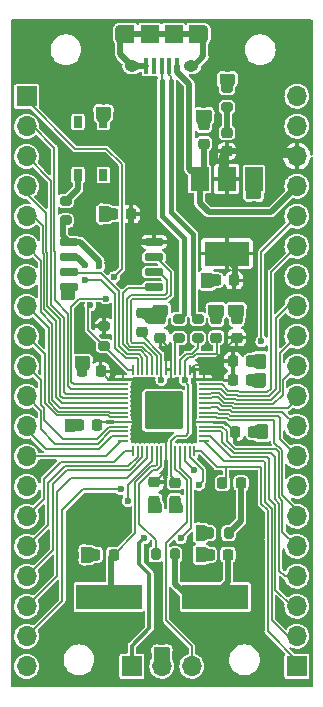
<source format=gtl>
%TF.GenerationSoftware,KiCad,Pcbnew,(6.0.8)*%
%TF.CreationDate,2023-06-24T19:25:15-06:00*%
%TF.ProjectId,RP2040_devBoard,52503230-3430-45f6-9465-76426f617264,rev?*%
%TF.SameCoordinates,Original*%
%TF.FileFunction,Copper,L1,Top*%
%TF.FilePolarity,Positive*%
%FSLAX46Y46*%
G04 Gerber Fmt 4.6, Leading zero omitted, Abs format (unit mm)*
G04 Created by KiCad (PCBNEW (6.0.8)) date 2023-06-24 19:25:15*
%MOMM*%
%LPD*%
G01*
G04 APERTURE LIST*
G04 Aperture macros list*
%AMRoundRect*
0 Rectangle with rounded corners*
0 $1 Rounding radius*
0 $2 $3 $4 $5 $6 $7 $8 $9 X,Y pos of 4 corners*
0 Add a 4 corners polygon primitive as box body*
4,1,4,$2,$3,$4,$5,$6,$7,$8,$9,$2,$3,0*
0 Add four circle primitives for the rounded corners*
1,1,$1+$1,$2,$3*
1,1,$1+$1,$4,$5*
1,1,$1+$1,$6,$7*
1,1,$1+$1,$8,$9*
0 Add four rect primitives between the rounded corners*
20,1,$1+$1,$2,$3,$4,$5,0*
20,1,$1+$1,$4,$5,$6,$7,0*
20,1,$1+$1,$6,$7,$8,$9,0*
20,1,$1+$1,$8,$9,$2,$3,0*%
G04 Aperture macros list end*
%TA.AperFunction,SMDPad,CuDef*%
%ADD10RoundRect,0.200000X0.275000X-0.200000X0.275000X0.200000X-0.275000X0.200000X-0.275000X-0.200000X0*%
%TD*%
%TA.AperFunction,SMDPad,CuDef*%
%ADD11RoundRect,0.225000X0.250000X-0.225000X0.250000X0.225000X-0.250000X0.225000X-0.250000X-0.225000X0*%
%TD*%
%TA.AperFunction,SMDPad,CuDef*%
%ADD12R,0.400000X1.350000*%
%TD*%
%TA.AperFunction,ComponentPad*%
%ADD13O,1.250000X0.950000*%
%TD*%
%TA.AperFunction,SMDPad,CuDef*%
%ADD14R,1.500000X1.550000*%
%TD*%
%TA.AperFunction,ComponentPad*%
%ADD15O,0.890000X1.550000*%
%TD*%
%TA.AperFunction,SMDPad,CuDef*%
%ADD16R,1.200000X1.550000*%
%TD*%
%TA.AperFunction,SMDPad,CuDef*%
%ADD17RoundRect,0.225000X0.225000X0.250000X-0.225000X0.250000X-0.225000X-0.250000X0.225000X-0.250000X0*%
%TD*%
%TA.AperFunction,SMDPad,CuDef*%
%ADD18RoundRect,0.218750X0.218750X0.256250X-0.218750X0.256250X-0.218750X-0.256250X0.218750X-0.256250X0*%
%TD*%
%TA.AperFunction,SMDPad,CuDef*%
%ADD19R,1.500000X2.000000*%
%TD*%
%TA.AperFunction,SMDPad,CuDef*%
%ADD20R,3.800000X2.000000*%
%TD*%
%TA.AperFunction,SMDPad,CuDef*%
%ADD21RoundRect,0.225000X-0.225000X-0.250000X0.225000X-0.250000X0.225000X0.250000X-0.225000X0.250000X0*%
%TD*%
%TA.AperFunction,SMDPad,CuDef*%
%ADD22RoundRect,0.150000X-0.650000X-0.150000X0.650000X-0.150000X0.650000X0.150000X-0.650000X0.150000X0*%
%TD*%
%TA.AperFunction,SMDPad,CuDef*%
%ADD23RoundRect,0.050000X-0.387500X-0.050000X0.387500X-0.050000X0.387500X0.050000X-0.387500X0.050000X0*%
%TD*%
%TA.AperFunction,SMDPad,CuDef*%
%ADD24RoundRect,0.050000X-0.050000X-0.387500X0.050000X-0.387500X0.050000X0.387500X-0.050000X0.387500X0*%
%TD*%
%TA.AperFunction,SMDPad,CuDef*%
%ADD25RoundRect,0.144000X-1.456000X-1.456000X1.456000X-1.456000X1.456000X1.456000X-1.456000X1.456000X0*%
%TD*%
%TA.AperFunction,ComponentPad*%
%ADD26C,0.600000*%
%TD*%
%TA.AperFunction,SMDPad,CuDef*%
%ADD27RoundRect,0.200000X0.200000X0.275000X-0.200000X0.275000X-0.200000X-0.275000X0.200000X-0.275000X0*%
%TD*%
%TA.AperFunction,SMDPad,CuDef*%
%ADD28RoundRect,0.200000X-0.275000X0.200000X-0.275000X-0.200000X0.275000X-0.200000X0.275000X0.200000X0*%
%TD*%
%TA.AperFunction,SMDPad,CuDef*%
%ADD29R,5.600000X2.100000*%
%TD*%
%TA.AperFunction,SMDPad,CuDef*%
%ADD30RoundRect,0.200000X-0.200000X-0.275000X0.200000X-0.275000X0.200000X0.275000X-0.200000X0.275000X0*%
%TD*%
%TA.AperFunction,SMDPad,CuDef*%
%ADD31R,0.711200X0.990600*%
%TD*%
%TA.AperFunction,SMDPad,CuDef*%
%ADD32RoundRect,0.225000X-0.250000X0.225000X-0.250000X-0.225000X0.250000X-0.225000X0.250000X0.225000X0*%
%TD*%
%TA.AperFunction,SMDPad,CuDef*%
%ADD33RoundRect,0.218750X-0.256250X0.218750X-0.256250X-0.218750X0.256250X-0.218750X0.256250X0.218750X0*%
%TD*%
%TA.AperFunction,ComponentPad*%
%ADD34R,1.700000X1.700000*%
%TD*%
%TA.AperFunction,ComponentPad*%
%ADD35O,1.700000X1.700000*%
%TD*%
%TA.AperFunction,ViaPad*%
%ADD36C,0.600000*%
%TD*%
%TA.AperFunction,Conductor*%
%ADD37C,0.450000*%
%TD*%
%TA.AperFunction,Conductor*%
%ADD38C,0.130000*%
%TD*%
%TA.AperFunction,Conductor*%
%ADD39C,0.500000*%
%TD*%
%TA.AperFunction,Conductor*%
%ADD40C,0.300000*%
%TD*%
G04 APERTURE END LIST*
D10*
%TO.P,R2,1*%
%TO.N,Net-(R2-Pad1)*%
X71835000Y-67200000D03*
%TO.P,R2,2*%
%TO.N,/USB_D-*%
X71835000Y-65550000D03*
%TD*%
D11*
%TO.P,C10,1*%
%TO.N,+1V1*%
X67100000Y-66650000D03*
%TO.P,C10,2*%
%TO.N,GND*%
X67100000Y-65100000D03*
%TD*%
D12*
%TO.P,J1,1,VBUS*%
%TO.N,VBUS*%
X70087500Y-44160000D03*
%TO.P,J1,2,D-*%
%TO.N,/USB_D-*%
X69437500Y-44160000D03*
%TO.P,J1,3,D+*%
%TO.N,/USB_D+*%
X68787500Y-44160000D03*
%TO.P,J1,4,ID*%
%TO.N,unconnected-(J1-Pad4)*%
X68137500Y-44160000D03*
%TO.P,J1,5,GND*%
%TO.N,GND*%
X67487500Y-44160000D03*
D13*
%TO.P,J1,6,Shield*%
X66287500Y-44160000D03*
D14*
X69787500Y-41460000D03*
D15*
X65287500Y-41460000D03*
D13*
X71287500Y-44160000D03*
D16*
X71687500Y-41460000D03*
D14*
X67787500Y-41460000D03*
D16*
X65887500Y-41460000D03*
D15*
X72287500Y-41460000D03*
%TD*%
D17*
%TO.P,C14,1*%
%TO.N,+3V3*%
X66205000Y-56700000D03*
%TO.P,C14,2*%
%TO.N,GND*%
X64655000Y-56700000D03*
%TD*%
D18*
%TO.P,D3,1,K*%
%TO.N,Net-(D3-Pad1)*%
X75497500Y-79450000D03*
%TO.P,D3,2,A*%
%TO.N,/GPIO17*%
X73922500Y-79450000D03*
%TD*%
D19*
%TO.P,U2,3,VI*%
%TO.N,VBUS*%
X71990000Y-53730000D03*
%TO.P,U2,2,VO*%
%TO.N,+3V3*%
X74290000Y-53730000D03*
D20*
X74290000Y-60030000D03*
D19*
%TO.P,U2,1,ADJ*%
%TO.N,GND*%
X76590000Y-53730000D03*
%TD*%
D11*
%TO.P,C7,1*%
%TO.N,+3V3*%
X68665000Y-67150000D03*
%TO.P,C7,2*%
%TO.N,GND*%
X68665000Y-65600000D03*
%TD*%
D21*
%TO.P,C6,1*%
%TO.N,+3V3*%
X74820000Y-69140000D03*
%TO.P,C6,2*%
%TO.N,GND*%
X76370000Y-69140000D03*
%TD*%
D22*
%TO.P,U3,1,~{CS}*%
%TO.N,/QSPI_SS*%
X60940000Y-59055000D03*
%TO.P,U3,2,DO(IO1)*%
%TO.N,/QSPI_SD1*%
X60940000Y-60325000D03*
%TO.P,U3,3,IO2*%
%TO.N,/QSPI_SD2*%
X60940000Y-61595000D03*
%TO.P,U3,4,GND*%
%TO.N,GND*%
X60940000Y-62865000D03*
%TO.P,U3,5,DI(IO0)*%
%TO.N,/QSPI_SD0*%
X68140000Y-62865000D03*
%TO.P,U3,6,CLK*%
%TO.N,/QSPI_SCLK*%
X68140000Y-61595000D03*
%TO.P,U3,7,IO3*%
%TO.N,/QSPI_SD3*%
X68140000Y-60325000D03*
%TO.P,U3,8,VCC*%
%TO.N,+3V3*%
X68140000Y-59055000D03*
%TD*%
D23*
%TO.P,U1,1,IOVDD*%
%TO.N,+3V3*%
X65512500Y-70700000D03*
%TO.P,U1,2,GPIO0*%
%TO.N,/GPIO0*%
X65512500Y-71100000D03*
%TO.P,U1,3,GPIO1*%
%TO.N,/GPIO1*%
X65512500Y-71500000D03*
%TO.P,U1,4,GPIO2*%
%TO.N,/GPIO2*%
X65512500Y-71900000D03*
%TO.P,U1,5,GPIO3*%
%TO.N,/GPIO3*%
X65512500Y-72300000D03*
%TO.P,U1,6,GPIO4*%
%TO.N,/GPIO4*%
X65512500Y-72700000D03*
%TO.P,U1,7,GPIO5*%
%TO.N,/GPIO5*%
X65512500Y-73100000D03*
%TO.P,U1,8,GPIO6*%
%TO.N,/GPIO6*%
X65512500Y-73500000D03*
%TO.P,U1,9,GPIO7*%
%TO.N,/GPIO7*%
X65512500Y-73900000D03*
%TO.P,U1,10,IOVDD*%
%TO.N,+3V3*%
X65512500Y-74300000D03*
%TO.P,U1,11,GPIO8*%
%TO.N,/GPIO8*%
X65512500Y-74700000D03*
%TO.P,U1,12,GPIO9*%
%TO.N,/GPIO9*%
X65512500Y-75100000D03*
%TO.P,U1,13,GPIO10*%
%TO.N,/GPIO10*%
X65512500Y-75500000D03*
%TO.P,U1,14,GPIO11*%
%TO.N,/GPIO11*%
X65512500Y-75900000D03*
D24*
%TO.P,U1,15,GPIO12*%
%TO.N,/GPIO12*%
X66350000Y-76737500D03*
%TO.P,U1,16,GPIO13*%
%TO.N,/GPIO13*%
X66750000Y-76737500D03*
%TO.P,U1,17,GPIO14*%
%TO.N,/GPIO14*%
X67150000Y-76737500D03*
%TO.P,U1,18,GPIO15*%
%TO.N,/GPIO15*%
X67550000Y-76737500D03*
%TO.P,U1,19,TESTEN*%
%TO.N,GND*%
X67950000Y-76737500D03*
%TO.P,U1,20,XIN*%
%TO.N,/XIN*%
X68350000Y-76737500D03*
%TO.P,U1,21,XOUT*%
%TO.N,/XOUT*%
X68750000Y-76737500D03*
%TO.P,U1,22,IOVDD*%
%TO.N,+3V3*%
X69150000Y-76737500D03*
%TO.P,U1,23,DVDD*%
%TO.N,+1V1*%
X69550000Y-76737500D03*
%TO.P,U1,24,SWCLK*%
%TO.N,/SWCLK*%
X69950000Y-76737500D03*
%TO.P,U1,25,SWD*%
%TO.N,/SWD*%
X70350000Y-76737500D03*
%TO.P,U1,26,RUN*%
%TO.N,/RUN*%
X70750000Y-76737500D03*
%TO.P,U1,27,GPIO16*%
%TO.N,/GPIO16*%
X71150000Y-76737500D03*
%TO.P,U1,28,GPIO17*%
%TO.N,/GPIO17*%
X71550000Y-76737500D03*
D23*
%TO.P,U1,29,GPIO18*%
%TO.N,/GPIO18*%
X72387500Y-75900000D03*
%TO.P,U1,30,GPIO19*%
%TO.N,/GPIO19*%
X72387500Y-75500000D03*
%TO.P,U1,31,GPIO20*%
%TO.N,/GPIO20*%
X72387500Y-75100000D03*
%TO.P,U1,32,GPIO21*%
%TO.N,/GPIO21*%
X72387500Y-74700000D03*
%TO.P,U1,33,IOVDD*%
%TO.N,+3V3*%
X72387500Y-74300000D03*
%TO.P,U1,34,GPIO22*%
%TO.N,/GPIO22*%
X72387500Y-73900000D03*
%TO.P,U1,35,GPIO23*%
%TO.N,/GPIO23*%
X72387500Y-73500000D03*
%TO.P,U1,36,GPIO24*%
%TO.N,/GPIO24*%
X72387500Y-73100000D03*
%TO.P,U1,37,GPIO25*%
%TO.N,/GPIO25*%
X72387500Y-72700000D03*
%TO.P,U1,38,GPIO26_ADC0*%
%TO.N,/GPIO26_ADC0*%
X72387500Y-72300000D03*
%TO.P,U1,39,GPIO27_ADC1*%
%TO.N,/GPIO27_ADC1*%
X72387500Y-71900000D03*
%TO.P,U1,40,GPIO28_ADC2*%
%TO.N,/GPIO28_ADC2*%
X72387500Y-71500000D03*
%TO.P,U1,41,GPIO29_ADC3*%
%TO.N,/GPIO29_ADC3*%
X72387500Y-71100000D03*
%TO.P,U1,42,IOVDD*%
%TO.N,+3V3*%
X72387500Y-70700000D03*
D24*
%TO.P,U1,43,ADC_AVDD*%
X71550000Y-69862500D03*
%TO.P,U1,44,VREG_IN*%
X71150000Y-69862500D03*
%TO.P,U1,45,VREG_VOUT*%
%TO.N,+1V1*%
X70750000Y-69862500D03*
%TO.P,U1,46,USB_DM*%
%TO.N,Net-(R2-Pad1)*%
X70350000Y-69862500D03*
%TO.P,U1,47,USB_DP*%
%TO.N,Net-(R1-Pad1)*%
X69950000Y-69862500D03*
%TO.P,U1,48,USB_VDD*%
%TO.N,+3V3*%
X69550000Y-69862500D03*
%TO.P,U1,49,IOVDD*%
X69150000Y-69862500D03*
%TO.P,U1,50,DVDD*%
%TO.N,+1V1*%
X68750000Y-69862500D03*
%TO.P,U1,51,QSPI_SD3*%
%TO.N,/QSPI_SD3*%
X68350000Y-69862500D03*
%TO.P,U1,52,QSPI_SCLK*%
%TO.N,/QSPI_SCLK*%
X67950000Y-69862500D03*
%TO.P,U1,53,QSPI_SD0*%
%TO.N,/QSPI_SD0*%
X67550000Y-69862500D03*
%TO.P,U1,54,QSPI_SD2*%
%TO.N,/QSPI_SD2*%
X67150000Y-69862500D03*
%TO.P,U1,55,QSPI_SD1*%
%TO.N,/QSPI_SD1*%
X66750000Y-69862500D03*
%TO.P,U1,56,QSPI_SS*%
%TO.N,/QSPI_SS*%
X66350000Y-69862500D03*
D25*
%TO.P,U1,57,GND*%
%TO.N,GND*%
X68950000Y-73300000D03*
D26*
X67675000Y-73300000D03*
X70225000Y-73300000D03*
X70225000Y-72025000D03*
X68950000Y-73300000D03*
X68950000Y-74575000D03*
X67675000Y-72025000D03*
X67675000Y-74575000D03*
X68950000Y-72025000D03*
X70225000Y-74575000D03*
%TD*%
D27*
%TO.P,R5,1*%
%TO.N,Net-(C15-Pad2)*%
X69920000Y-85510000D03*
%TO.P,R5,2*%
%TO.N,/XOUT*%
X68270000Y-85510000D03*
%TD*%
D28*
%TO.P,R3,1*%
%TO.N,+3V3*%
X63900000Y-66185000D03*
%TO.P,R3,2*%
%TO.N,/QSPI_SS*%
X63900000Y-67835000D03*
%TD*%
D17*
%TO.P,C1,1*%
%TO.N,+3V3*%
X63615000Y-70010000D03*
%TO.P,C1,2*%
%TO.N,GND*%
X62065000Y-70010000D03*
%TD*%
D10*
%TO.P,R1,1*%
%TO.N,Net-(R1-Pad1)*%
X70250000Y-67200000D03*
%TO.P,R1,2*%
%TO.N,/USB_D+*%
X70250000Y-65550000D03*
%TD*%
D21*
%TO.P,C15,1*%
%TO.N,GND*%
X72840000Y-85520000D03*
%TO.P,C15,2*%
%TO.N,Net-(C15-Pad2)*%
X74390000Y-85520000D03*
%TD*%
D17*
%TO.P,C12,1*%
%TO.N,+3V3*%
X74925000Y-62300000D03*
%TO.P,C12,2*%
%TO.N,GND*%
X73375000Y-62300000D03*
%TD*%
D29*
%TO.P,Y1,1,1*%
%TO.N,/XIN*%
X64325000Y-89125000D03*
%TO.P,Y1,2,2*%
%TO.N,Net-(C15-Pad2)*%
X73325000Y-89125000D03*
%TD*%
D28*
%TO.P,R6,1*%
%TO.N,GND*%
X74325000Y-46000000D03*
%TO.P,R6,2*%
%TO.N,Net-(D1-Pad1)*%
X74325000Y-47650000D03*
%TD*%
D21*
%TO.P,C16,1*%
%TO.N,GND*%
X63172500Y-85520000D03*
%TO.P,C16,2*%
%TO.N,/XIN*%
X64722500Y-85520000D03*
%TD*%
D28*
%TO.P,R4,1*%
%TO.N,/USB_BOOT*%
X60650000Y-55585000D03*
%TO.P,R4,2*%
%TO.N,/QSPI_SS*%
X60650000Y-57235000D03*
%TD*%
D30*
%TO.P,R8,1*%
%TO.N,GND*%
X72795000Y-83700000D03*
%TO.P,R8,2*%
%TO.N,Net-(D3-Pad1)*%
X74445000Y-83700000D03*
%TD*%
D11*
%TO.P,C13,1*%
%TO.N,VBUS*%
X72340000Y-50725000D03*
%TO.P,C13,2*%
%TO.N,GND*%
X72340000Y-49175000D03*
%TD*%
D21*
%TO.P,C5,1*%
%TO.N,+3V3*%
X74820000Y-70765000D03*
%TO.P,C5,2*%
%TO.N,GND*%
X76370000Y-70765000D03*
%TD*%
D31*
%TO.P,SW1,1*%
%TO.N,GND*%
X63843499Y-48880799D03*
%TO.P,SW1,2*%
%TO.N,N/C*%
X63843499Y-53380801D03*
%TO.P,SW1,3*%
X61693501Y-48880799D03*
%TO.P,SW1,4*%
%TO.N,/USB_BOOT*%
X61693501Y-53380801D03*
%TD*%
D32*
%TO.P,C3,1*%
%TO.N,+3V3*%
X68170000Y-79395000D03*
%TO.P,C3,2*%
%TO.N,GND*%
X68170000Y-80945000D03*
%TD*%
D33*
%TO.P,D1,1,K*%
%TO.N,Net-(D1-Pad1)*%
X74300000Y-49787500D03*
%TO.P,D1,2,A*%
%TO.N,+3V3*%
X74300000Y-51362500D03*
%TD*%
D32*
%TO.P,C11,1*%
%TO.N,+1V1*%
X69930000Y-79425000D03*
%TO.P,C11,2*%
%TO.N,GND*%
X69930000Y-80975000D03*
%TD*%
D11*
%TO.P,C8,1*%
%TO.N,+3V3*%
X75130000Y-67150000D03*
%TO.P,C8,2*%
%TO.N,GND*%
X75130000Y-65600000D03*
%TD*%
%TO.P,C9,1*%
%TO.N,+1V1*%
X73420000Y-67150000D03*
%TO.P,C9,2*%
%TO.N,GND*%
X73420000Y-65600000D03*
%TD*%
D21*
%TO.P,C4,1*%
%TO.N,+3V3*%
X75000000Y-75125000D03*
%TO.P,C4,2*%
%TO.N,GND*%
X76550000Y-75125000D03*
%TD*%
D17*
%TO.P,C2,1*%
%TO.N,+3V3*%
X63335000Y-74520000D03*
%TO.P,C2,2*%
%TO.N,GND*%
X61785000Y-74520000D03*
%TD*%
D34*
%TO.P,J3,1,Pin_1*%
%TO.N,/GPIO17*%
X80225000Y-94975000D03*
D35*
%TO.P,J3,2,Pin_2*%
%TO.N,/GPIO18*%
X80225000Y-92435000D03*
%TO.P,J3,3,Pin_3*%
%TO.N,/GPIO19*%
X80225000Y-89895000D03*
%TO.P,J3,4,Pin_4*%
%TO.N,/GPIO20*%
X80225000Y-87355000D03*
%TO.P,J3,5,Pin_5*%
%TO.N,/GPIO21*%
X80225000Y-84815000D03*
%TO.P,J3,6,Pin_6*%
%TO.N,/GPIO22*%
X80225000Y-82275000D03*
%TO.P,J3,7,Pin_7*%
%TO.N,GND*%
X80225000Y-79735000D03*
%TO.P,J3,8,Pin_8*%
%TO.N,/GPIO23*%
X80225000Y-77195000D03*
%TO.P,J3,9,Pin_9*%
%TO.N,/GPIO24*%
X80225000Y-74655000D03*
%TO.P,J3,10,Pin_10*%
%TO.N,/GPIO25*%
X80225000Y-72115000D03*
%TO.P,J3,11,Pin_11*%
%TO.N,/GPIO26_ADC0*%
X80225000Y-69575000D03*
%TO.P,J3,12,Pin_12*%
%TO.N,/GPIO27_ADC1*%
X80225000Y-67035000D03*
%TO.P,J3,13,Pin_13*%
%TO.N,/GPIO28_ADC2*%
X80225000Y-64495000D03*
%TO.P,J3,14,Pin_14*%
%TO.N,GND*%
X80225000Y-61955000D03*
%TO.P,J3,15,Pin_15*%
%TO.N,/GPIO29_ADC3*%
X80225000Y-59415000D03*
%TO.P,J3,16,Pin_16*%
%TO.N,/RUN*%
X80225000Y-56875000D03*
%TO.P,J3,17,Pin_17*%
%TO.N,VBUS*%
X80225000Y-54335000D03*
%TO.P,J3,18,Pin_18*%
%TO.N,+3V3*%
X80225000Y-51795000D03*
%TO.P,J3,19,Pin_19*%
%TO.N,GND*%
X80225000Y-49255000D03*
%TO.P,J3,20,Pin_20*%
X80225000Y-46715000D03*
%TD*%
D34*
%TO.P,J2,1,Pin_1*%
%TO.N,/GPIO0*%
X57350000Y-46725000D03*
D35*
%TO.P,J2,2,Pin_2*%
%TO.N,/GPIO1*%
X57350000Y-49265000D03*
%TO.P,J2,3,Pin_3*%
%TO.N,/GPIO2*%
X57350000Y-51805000D03*
%TO.P,J2,4,Pin_4*%
%TO.N,/GPIO3*%
X57350000Y-54345000D03*
%TO.P,J2,5,Pin_5*%
%TO.N,/GPIO4*%
X57350000Y-56885000D03*
%TO.P,J2,6,Pin_6*%
%TO.N,/GPIO5*%
X57350000Y-59425000D03*
%TO.P,J2,7,Pin_7*%
%TO.N,GND*%
X57350000Y-61965000D03*
%TO.P,J2,8,Pin_8*%
%TO.N,/GPIO6*%
X57350000Y-64505000D03*
%TO.P,J2,9,Pin_9*%
%TO.N,/GPIO7*%
X57350000Y-67045000D03*
%TO.P,J2,10,Pin_10*%
%TO.N,/GPIO8*%
X57350000Y-69585000D03*
%TO.P,J2,11,Pin_11*%
%TO.N,/GPIO9*%
X57350000Y-72125000D03*
%TO.P,J2,12,Pin_12*%
%TO.N,/GPIO10*%
X57350000Y-74665000D03*
%TO.P,J2,13,Pin_13*%
%TO.N,/GPIO11*%
X57350000Y-77205000D03*
%TO.P,J2,14,Pin_14*%
%TO.N,GND*%
X57350000Y-79745000D03*
%TO.P,J2,15,Pin_15*%
%TO.N,/GPIO12*%
X57350000Y-82285000D03*
%TO.P,J2,16,Pin_16*%
%TO.N,/GPIO13*%
X57350000Y-84825000D03*
%TO.P,J2,17,Pin_17*%
%TO.N,/GPIO14*%
X57350000Y-87365000D03*
%TO.P,J2,18,Pin_18*%
%TO.N,/GPIO15*%
X57350000Y-89905000D03*
%TO.P,J2,19,Pin_19*%
%TO.N,/GPIO16*%
X57350000Y-92445000D03*
%TO.P,J2,20,Pin_20*%
%TO.N,GND*%
X57350000Y-94985000D03*
%TD*%
D34*
%TO.P,J4,1,Pin_1*%
%TO.N,/SWD*%
X66250000Y-94975000D03*
D35*
%TO.P,J4,2,Pin_2*%
%TO.N,GND*%
X68790000Y-94975000D03*
%TO.P,J4,3,Pin_3*%
%TO.N,/SWCLK*%
X71330000Y-94975000D03*
%TD*%
D36*
%TO.N,+3V3*%
X61975500Y-65200000D03*
X69261132Y-68360407D03*
X71340000Y-75750000D03*
X63590000Y-65180000D03*
X68480000Y-75750000D03*
X74110000Y-68110000D03*
%TO.N,GND*%
X76150000Y-55170000D03*
X71940000Y-48120000D03*
X75480000Y-64610000D03*
X63695000Y-56285000D03*
X61160838Y-63680838D03*
X72760000Y-48120000D03*
X71900000Y-83290000D03*
X60840000Y-74920000D03*
X72375000Y-61900000D03*
X72990000Y-64610000D03*
X62225000Y-85950000D03*
X73810000Y-64610000D03*
X74755000Y-45077500D03*
X71900000Y-85100000D03*
X63490000Y-47875000D03*
X60830000Y-74304501D03*
X77370000Y-69590000D03*
X60500000Y-63680000D03*
X61722845Y-69000000D03*
X71900000Y-85920000D03*
X69670000Y-81770000D03*
X71900000Y-84110000D03*
X69100000Y-64610000D03*
X73935000Y-45077500D03*
X72375000Y-62720000D03*
X70330000Y-81770000D03*
X63695000Y-57105000D03*
X62225000Y-85130000D03*
X65910000Y-80990000D03*
X68280000Y-64610000D03*
X64225000Y-47875000D03*
X68540000Y-81770000D03*
X77560000Y-75510000D03*
X68380000Y-93600000D03*
X77550000Y-74730000D03*
X62470000Y-69000000D03*
X77370000Y-68770000D03*
X77370000Y-70360000D03*
X69200000Y-93600000D03*
X67890000Y-81780000D03*
X74660000Y-64610000D03*
X77370000Y-71110000D03*
X76970000Y-55170000D03*
%TO.N,+1V1*%
X68760000Y-70740000D03*
X70740000Y-70740000D03*
%TO.N,/GPIO0*%
X64759162Y-62020838D03*
X64060000Y-63840000D03*
%TO.N,/GPIO16*%
X71950000Y-79620000D03*
X65355500Y-80010000D03*
%TO.N,/RUN*%
X71505838Y-78384162D03*
X77220000Y-67480000D03*
%TO.N,/SWD*%
X67310000Y-84140000D03*
X70409518Y-84129518D03*
%TO.N,/QSPI_SS*%
X62740000Y-64404500D03*
X63490000Y-61110500D03*
%TO.N,/QSPI_SD1*%
X62270000Y-61000000D03*
X62270000Y-62310000D03*
%TD*%
D37*
%TO.N,/USB_D-*%
X71417501Y-65132501D02*
X71835000Y-65550000D01*
X69536853Y-45443147D02*
X69536853Y-56506521D01*
X69540000Y-45440000D02*
X69536853Y-45443147D01*
D38*
X69437500Y-44947500D02*
X69437500Y-44160000D01*
X69530000Y-45040000D02*
X69437500Y-44947500D01*
D37*
X69536853Y-56506521D02*
X71417501Y-58387169D01*
D38*
X69540000Y-45440000D02*
X69530000Y-45430000D01*
X69530000Y-45430000D02*
X69530000Y-45040000D01*
D37*
X71417501Y-58387169D02*
X71417501Y-65132501D01*
D38*
%TO.N,/USB_D+*%
X68786853Y-45318147D02*
X68787500Y-45317500D01*
X68787500Y-45317500D02*
X68787500Y-44160000D01*
X68786853Y-45450000D02*
X68786853Y-45318147D01*
D37*
X70667499Y-58697831D02*
X70667499Y-65132501D01*
X68786853Y-56817185D02*
X70667499Y-58697831D01*
X70667499Y-65132501D02*
X70250000Y-65550000D01*
X68786853Y-45450000D02*
X68786853Y-56817185D01*
D39*
%TO.N,VBUS*%
X72350000Y-53370000D02*
X72350000Y-50735000D01*
X72350000Y-50735000D02*
X72340000Y-50725000D01*
X71990000Y-53730000D02*
X72350000Y-53370000D01*
%TO.N,+3V3*%
X66705000Y-59055000D02*
X66205000Y-58555000D01*
X66205000Y-58555000D02*
X66205000Y-56700000D01*
X68140000Y-59055000D02*
X66705000Y-59055000D01*
D38*
X63615000Y-70010000D02*
X64305000Y-70700000D01*
D39*
X75000000Y-62225000D02*
X74925000Y-62300000D01*
X74305000Y-51380000D02*
X79810000Y-51380000D01*
D38*
X69325000Y-68875000D02*
X69150000Y-68875000D01*
X69150000Y-68875000D02*
X69150000Y-69862500D01*
X69261132Y-67846132D02*
X68665000Y-67250000D01*
X71550000Y-69862500D02*
X71562500Y-69875000D01*
X74140000Y-68110000D02*
X75100000Y-67150000D01*
X69550000Y-69100000D02*
X69325000Y-68875000D01*
X74110000Y-68223453D02*
X73420000Y-68913453D01*
X73415000Y-69875000D02*
X74140000Y-69150000D01*
X69150000Y-68471539D02*
X69150000Y-68875000D01*
X74110000Y-68110000D02*
X74140000Y-68110000D01*
X71582500Y-69430000D02*
X71150000Y-69862500D01*
X71150000Y-69950000D02*
X71300000Y-70100000D01*
D39*
X75000000Y-61175000D02*
X75000000Y-62225000D01*
D38*
X69150000Y-78420000D02*
X68145000Y-79425000D01*
D39*
X74290000Y-51395000D02*
X73900000Y-51785000D01*
D38*
X71150000Y-69862500D02*
X71150000Y-69950000D01*
X69261132Y-68360407D02*
X69261132Y-67846132D01*
X69261132Y-68360407D02*
X69150000Y-68471539D01*
X71420000Y-70100000D02*
X71550000Y-69970000D01*
X65512500Y-74300000D02*
X63505000Y-74300000D01*
D39*
X79810000Y-51380000D02*
X80225000Y-51795000D01*
X74290000Y-60465000D02*
X75000000Y-61175000D01*
D38*
X72920000Y-69430000D02*
X71582500Y-69430000D01*
X71550000Y-69970000D02*
X71550000Y-69862500D01*
X69150000Y-76737500D02*
X69150000Y-78420000D01*
X71562500Y-69875000D02*
X73415000Y-69875000D01*
X71300000Y-70100000D02*
X71420000Y-70100000D01*
D39*
X73900000Y-51785000D02*
X73900000Y-53310000D01*
D38*
X74175000Y-74300000D02*
X75000000Y-75125000D01*
X73420000Y-68930000D02*
X72920000Y-69430000D01*
X72387500Y-74300000D02*
X74175000Y-74300000D01*
X72387500Y-70700000D02*
X74755000Y-70700000D01*
X64305000Y-70700000D02*
X65512500Y-70700000D01*
X63505000Y-74300000D02*
X63335000Y-74470000D01*
X74110000Y-68110000D02*
X74110000Y-68223453D01*
X73420000Y-68913453D02*
X73420000Y-68930000D01*
D39*
X74290000Y-60030000D02*
X74290000Y-60465000D01*
D38*
X74140000Y-69150000D02*
X74810000Y-69150000D01*
X69550000Y-69862500D02*
X69550000Y-69100000D01*
D39*
X73900000Y-53310000D02*
X74290000Y-53700000D01*
%TO.N,GND*%
X71940000Y-48120000D02*
X72760000Y-48120000D01*
D38*
X65920000Y-80980000D02*
X65910000Y-80990000D01*
D39*
X60830000Y-74304501D02*
X60830000Y-74710000D01*
X72760000Y-48755000D02*
X72340000Y-49175000D01*
X77370000Y-70995000D02*
X77370000Y-71110000D01*
X71900000Y-85100000D02*
X72420000Y-85100000D01*
X72990000Y-64610000D02*
X72990000Y-65170000D01*
X72370000Y-48550000D02*
X71940000Y-48120000D01*
X64225000Y-48499298D02*
X63843499Y-48880799D01*
X74660000Y-64610000D02*
X75060000Y-64610000D01*
X70030000Y-81770000D02*
X70330000Y-81770000D01*
X69670000Y-81235000D02*
X69930000Y-80975000D01*
X73935000Y-45610000D02*
X74325000Y-46000000D01*
X68280000Y-64610000D02*
X69100000Y-64610000D01*
X60500000Y-63680000D02*
X60680000Y-63680000D01*
X60500000Y-63305000D02*
X60940000Y-62865000D01*
X64225000Y-47875000D02*
X64225000Y-48499298D01*
X61595000Y-74710000D02*
X60830000Y-74710000D01*
X61569501Y-74304501D02*
X61785000Y-74520000D01*
X67100000Y-65100000D02*
X67275000Y-64925000D01*
X60940000Y-62865000D02*
X60680000Y-63125000D01*
X67890000Y-81225000D02*
X68170000Y-80945000D01*
X77140000Y-70765000D02*
X77370000Y-70995000D01*
X76370000Y-70765000D02*
X76775000Y-70360000D01*
X62100000Y-69975000D02*
X62100000Y-69275000D01*
X60840000Y-74920000D02*
X61385000Y-74920000D01*
X76970000Y-54110000D02*
X76590000Y-53730000D01*
X60830000Y-74710000D02*
X60830000Y-74910000D01*
X68090000Y-81780000D02*
X68530000Y-81780000D01*
X76150000Y-55170000D02*
X76150000Y-54170000D01*
X63695000Y-57105000D02*
X64250000Y-57105000D01*
X62225000Y-85130000D02*
X62225000Y-85950000D01*
X65287500Y-41460000D02*
X65287500Y-43160000D01*
X63850000Y-48874298D02*
X63850000Y-48150000D01*
X73810000Y-64610000D02*
X73385000Y-64610000D01*
X64640000Y-56685000D02*
X64655000Y-56700000D01*
X62782500Y-85130000D02*
X63172500Y-85520000D01*
X76370000Y-70765000D02*
X77140000Y-70765000D01*
X73810000Y-65210000D02*
X73420000Y-65600000D01*
X77330000Y-71150000D02*
X77370000Y-71110000D01*
X77560000Y-75510000D02*
X77560000Y-74740000D01*
X67275000Y-64925000D02*
X67965000Y-64925000D01*
X76650000Y-71150000D02*
X77330000Y-71150000D01*
X68790000Y-94975000D02*
X68380000Y-94565000D01*
X76590000Y-53730000D02*
X76550000Y-53770000D01*
X68540000Y-81770000D02*
X68540000Y-81315000D01*
X68530000Y-81780000D02*
X68540000Y-81770000D01*
X76935000Y-75510000D02*
X77560000Y-75510000D01*
X68790000Y-94975000D02*
X68790000Y-93650000D01*
X60680000Y-63680000D02*
X61160000Y-63680000D01*
X68380000Y-93600000D02*
X68740000Y-93600000D01*
X75480000Y-65250000D02*
X75130000Y-65600000D01*
X76150000Y-54170000D02*
X76590000Y-53730000D01*
X72375000Y-61900000D02*
X72975000Y-61900000D01*
X72370000Y-48550000D02*
X72370000Y-48510000D01*
X69670000Y-81770000D02*
X70030000Y-81770000D01*
X72955000Y-62720000D02*
X73375000Y-62300000D01*
X68280000Y-65215000D02*
X68665000Y-65600000D01*
X68715000Y-64995000D02*
X69100000Y-64610000D01*
X76370000Y-70870000D02*
X76650000Y-71150000D01*
X71940000Y-48775000D02*
X72340000Y-49175000D01*
X73350000Y-62325000D02*
X72650000Y-62325000D01*
X62225000Y-85950000D02*
X62742500Y-85950000D01*
X72990000Y-65170000D02*
X73420000Y-65600000D01*
X62065000Y-70010000D02*
X62100000Y-69975000D01*
X64250000Y-57105000D02*
X64655000Y-56700000D01*
X76150000Y-55170000D02*
X76970000Y-55170000D01*
X77370000Y-68770000D02*
X77370000Y-69590000D01*
X68280000Y-64610000D02*
X68280000Y-65215000D01*
X72385000Y-84110000D02*
X72795000Y-83700000D01*
X73935000Y-45077500D02*
X74755000Y-45077500D01*
X76370000Y-69140000D02*
X76380000Y-69150000D01*
X77560000Y-74740000D02*
X77550000Y-74730000D01*
X62225000Y-85130000D02*
X62782500Y-85130000D01*
X67725000Y-65725000D02*
X68540000Y-65725000D01*
X72840000Y-85520000D02*
X72835000Y-85525000D01*
X73385000Y-64610000D02*
X73385000Y-65565000D01*
X68790000Y-94975000D02*
X68400000Y-94585000D01*
X60830000Y-74304501D02*
X61569501Y-74304501D01*
X60500000Y-63680000D02*
X60500000Y-63305000D01*
X71900000Y-83290000D02*
X71900000Y-84110000D01*
X71940000Y-48120000D02*
X71940000Y-48775000D01*
X63490000Y-47875000D02*
X64225000Y-47875000D01*
X72760000Y-48120000D02*
X72760000Y-48755000D01*
X72420000Y-85100000D02*
X72840000Y-85520000D01*
X64240000Y-56285000D02*
X64655000Y-56700000D01*
X72375000Y-61900000D02*
X72375000Y-62720000D01*
X70330000Y-81770000D02*
X70330000Y-81375000D01*
X76380000Y-69150000D02*
X77125000Y-69150000D01*
X67375000Y-65375000D02*
X67950000Y-65375000D01*
X62742500Y-85950000D02*
X63172500Y-85520000D01*
X76625000Y-75200000D02*
X77250000Y-75200000D01*
X76550000Y-75125000D02*
X76950000Y-74725000D01*
X63695000Y-56685000D02*
X64640000Y-56685000D01*
X70030000Y-81075000D02*
X70030000Y-81770000D01*
X68400000Y-94585000D02*
X68400000Y-93620000D01*
X77370000Y-70360000D02*
X77370000Y-70995000D01*
X68915000Y-94975000D02*
X69200000Y-94690000D01*
X68090000Y-81025000D02*
X68090000Y-81780000D01*
X69100000Y-65165000D02*
X68665000Y-65600000D01*
X67890000Y-81780000D02*
X68090000Y-81780000D01*
X76550000Y-75125000D02*
X76935000Y-75510000D01*
X75060000Y-64610000D02*
X75060000Y-65530000D01*
X75060000Y-65530000D02*
X75130000Y-65600000D01*
X75060000Y-64610000D02*
X75480000Y-64610000D01*
X68665000Y-64995000D02*
X68715000Y-64995000D01*
X74660000Y-64610000D02*
X74660000Y-65130000D01*
X68665000Y-65600000D02*
X68665000Y-64995000D01*
X76820000Y-69590000D02*
X76370000Y-69140000D01*
X70330000Y-81375000D02*
X69930000Y-80975000D01*
X76970000Y-55170000D02*
X76970000Y-54110000D01*
X72287500Y-43337500D02*
X72287500Y-41460000D01*
X68170000Y-80945000D02*
X68090000Y-81025000D01*
X73385000Y-65565000D02*
X73420000Y-65600000D01*
X71900000Y-83290000D02*
X72385000Y-83290000D01*
X77545000Y-74725000D02*
X77550000Y-74730000D01*
X61160000Y-63680000D02*
X61160838Y-63680838D01*
X71900000Y-84110000D02*
X72385000Y-84110000D01*
X69200000Y-94690000D02*
X69200000Y-93600000D01*
X72375000Y-62720000D02*
X72955000Y-62720000D01*
X61722845Y-69667845D02*
X62065000Y-70010000D01*
X67965000Y-64925000D02*
X68280000Y-64610000D01*
X76775000Y-70360000D02*
X77370000Y-70360000D01*
X61785000Y-74520000D02*
X61595000Y-74710000D01*
X63843499Y-48880799D02*
X63850000Y-48874298D01*
X74755000Y-45077500D02*
X74755000Y-45570000D01*
X62470000Y-69000000D02*
X62470000Y-69605000D01*
X69670000Y-81770000D02*
X69670000Y-81235000D01*
X72795000Y-83700000D02*
X72175000Y-83700000D01*
X68790000Y-94975000D02*
X68915000Y-94975000D01*
X69100000Y-64610000D02*
X69100000Y-65165000D01*
X73375000Y-62300000D02*
X73350000Y-62325000D01*
X74660000Y-65130000D02*
X75130000Y-65600000D01*
X77370000Y-68770000D02*
X76740000Y-68770000D01*
D38*
X65920000Y-79590000D02*
X65920000Y-80980000D01*
D39*
X72835000Y-85525000D02*
X72200000Y-85525000D01*
X68740000Y-93600000D02*
X69200000Y-93600000D01*
X63695000Y-56285000D02*
X64240000Y-56285000D01*
X67890000Y-81780000D02*
X67890000Y-81225000D01*
X71900000Y-85920000D02*
X72440000Y-85920000D01*
X63172500Y-85520000D02*
X63117500Y-85575000D01*
X69787500Y-41460000D02*
X71687500Y-41460000D01*
X73810000Y-64610000D02*
X73810000Y-65210000D01*
X65287500Y-43160000D02*
X66287500Y-44160000D01*
X76550000Y-53770000D02*
X76550000Y-55130000D01*
X69787500Y-41460000D02*
X67787500Y-41460000D01*
X76740000Y-68770000D02*
X76370000Y-69140000D01*
X63695000Y-56685000D02*
X63695000Y-56285000D01*
X68665000Y-64995000D02*
X68280000Y-64610000D01*
X63117500Y-85575000D02*
X62525000Y-85575000D01*
X71900000Y-85100000D02*
X71900000Y-85920000D01*
X60680000Y-63125000D02*
X60680000Y-63680000D01*
X74325000Y-46000000D02*
X74375000Y-45950000D01*
X63490000Y-48527300D02*
X63843499Y-48880799D01*
X77370000Y-69590000D02*
X76820000Y-69590000D01*
X76550000Y-75125000D02*
X76625000Y-75200000D01*
X67487500Y-44160000D02*
X66287500Y-44160000D01*
X61385000Y-74920000D02*
X61785000Y-74520000D01*
D38*
X67950000Y-76737500D02*
X67950000Y-77560000D01*
D39*
X61160838Y-63085838D02*
X60940000Y-62865000D01*
X72370000Y-48510000D02*
X72760000Y-48120000D01*
X76950000Y-74725000D02*
X77545000Y-74725000D01*
X71687500Y-41460000D02*
X72287500Y-41460000D01*
X74755000Y-45570000D02*
X74325000Y-46000000D01*
X61160838Y-63680838D02*
X61160838Y-63085838D01*
X67100000Y-65100000D02*
X67375000Y-65375000D01*
X76370000Y-70765000D02*
X76370000Y-70870000D01*
X68400000Y-93620000D02*
X68380000Y-93600000D01*
X68540000Y-65725000D02*
X68665000Y-65600000D01*
X60830000Y-74910000D02*
X60840000Y-74920000D01*
X75480000Y-64610000D02*
X75480000Y-65250000D01*
X72440000Y-85920000D02*
X72840000Y-85520000D01*
X68540000Y-81315000D02*
X68170000Y-80945000D01*
X67100000Y-65100000D02*
X67725000Y-65725000D01*
X72385000Y-83290000D02*
X72795000Y-83700000D01*
D38*
X67950000Y-77560000D02*
X65920000Y-79590000D01*
D39*
X61722845Y-69000000D02*
X62470000Y-69000000D01*
X68790000Y-93650000D02*
X68740000Y-93600000D01*
X61722845Y-69000000D02*
X61722845Y-69667845D01*
X71490000Y-44160000D02*
X72300000Y-43350000D01*
X72370000Y-49175000D02*
X72370000Y-48550000D01*
X71287500Y-44160000D02*
X71490000Y-44160000D01*
X62470000Y-69605000D02*
X62065000Y-70010000D01*
X63695000Y-57105000D02*
X63695000Y-56685000D01*
X72300000Y-43350000D02*
X72287500Y-43337500D01*
X67787500Y-41460000D02*
X65287500Y-41460000D01*
X72990000Y-64610000D02*
X73385000Y-64610000D01*
X74375000Y-45950000D02*
X74375000Y-45350000D01*
X72975000Y-61900000D02*
X73375000Y-62300000D01*
X63490000Y-47875000D02*
X63490000Y-48527300D01*
X73935000Y-45077500D02*
X73935000Y-45610000D01*
D38*
%TO.N,+1V1*%
X70750000Y-69130000D02*
X71098000Y-68782000D01*
X68750000Y-70790000D02*
X68750000Y-69862500D01*
X67080000Y-66930000D02*
X67080000Y-66670000D01*
X71050000Y-71130000D02*
X70740000Y-70820000D01*
X68750000Y-69862500D02*
X68750000Y-68600000D01*
X69550000Y-76737500D02*
X69550000Y-75900000D01*
X69990000Y-75460000D02*
X70800000Y-75460000D01*
X67080000Y-66670000D02*
X67100000Y-66650000D01*
X71693452Y-68545000D02*
X73425000Y-68545000D01*
X71098000Y-68782000D02*
X71456452Y-68782000D01*
X70750000Y-69862500D02*
X70750000Y-70810000D01*
X73425000Y-67250000D02*
X73420000Y-67245000D01*
X70800000Y-75460000D02*
X71050000Y-75210000D01*
X68750000Y-68600000D02*
X67080000Y-66930000D01*
X70750000Y-69862500D02*
X70750000Y-69130000D01*
X69550000Y-75900000D02*
X69990000Y-75460000D01*
X71456452Y-68782000D02*
X71693452Y-68545000D01*
X69545000Y-76742500D02*
X69545000Y-78850000D01*
X71050000Y-75210000D02*
X71050000Y-71130000D01*
X69545000Y-78850000D02*
X70100000Y-79405000D01*
X69550000Y-76737500D02*
X69545000Y-76742500D01*
X73425000Y-68545000D02*
X73425000Y-67250000D01*
D39*
%TO.N,VBUS*%
X72760000Y-56530000D02*
X71990000Y-55760000D01*
X78030000Y-56530000D02*
X72760000Y-56530000D01*
X71990000Y-55760000D02*
X71990000Y-53730000D01*
X80225000Y-54335000D02*
X78030000Y-56530000D01*
X71120000Y-45680000D02*
X71120000Y-52860000D01*
X70087500Y-44160000D02*
X70087500Y-44647500D01*
X71120000Y-52860000D02*
X71990000Y-53730000D01*
X70087500Y-44647500D02*
X71120000Y-45680000D01*
%TO.N,Net-(C15-Pad2)*%
X74390000Y-87810000D02*
X74390000Y-85520000D01*
X71055000Y-89125000D02*
X73075000Y-89125000D01*
X69920000Y-85510000D02*
X69920000Y-87990000D01*
X69920000Y-87990000D02*
X71055000Y-89125000D01*
X73075000Y-89125000D02*
X74390000Y-87810000D01*
%TO.N,/XIN*%
X64530000Y-89080000D02*
X64530000Y-85712500D01*
X64530000Y-85712500D02*
X64722500Y-85520000D01*
D38*
X66560000Y-79370345D02*
X66560000Y-83682500D01*
X68350000Y-76737500D02*
X68350000Y-77963310D01*
X68350000Y-77963310D02*
X68253311Y-78059999D01*
X66560000Y-83682500D02*
X64722500Y-85520000D01*
X68253311Y-78059999D02*
X67870345Y-78060000D01*
X67870345Y-78060000D02*
X66560000Y-79370345D01*
D39*
%TO.N,Net-(D1-Pad1)*%
X74300000Y-47650000D02*
X74300000Y-49787500D01*
D38*
%TO.N,/GPIO0*%
X61110345Y-64529655D02*
X61110345Y-70870345D01*
X65420000Y-52480000D02*
X64110000Y-51170000D01*
X65420000Y-61360000D02*
X65420000Y-52480000D01*
X64110000Y-51170000D02*
X61470000Y-51170000D01*
X64759162Y-62020838D02*
X65420000Y-61360000D01*
X61110345Y-70870345D02*
X61340000Y-71100000D01*
X61470000Y-51170000D02*
X57350000Y-47050000D01*
X61340000Y-71100000D02*
X65512500Y-71100000D01*
X61800000Y-63840000D02*
X61110345Y-64529655D01*
X64060000Y-63840000D02*
X61800000Y-63840000D01*
X57350000Y-47050000D02*
X57350000Y-46725000D01*
%TO.N,/GPIO1*%
X60853345Y-65113345D02*
X59727000Y-63987000D01*
X59700000Y-51075000D02*
X57890000Y-49265000D01*
X65512500Y-71500000D02*
X61125000Y-71500000D01*
X59727000Y-59823477D02*
X59700000Y-59796477D01*
X61125000Y-71500000D02*
X60853345Y-71228345D01*
X59727000Y-63987000D02*
X59727000Y-59823477D01*
X60853345Y-71228345D02*
X60853345Y-65113345D01*
X59700000Y-59796477D02*
X59700000Y-51075000D01*
X57890000Y-49265000D02*
X57350000Y-49265000D01*
%TO.N,/GPIO2*%
X59397000Y-64353620D02*
X59397000Y-53852000D01*
X60523345Y-71723345D02*
X60523345Y-65479965D01*
X60700000Y-71900000D02*
X60523345Y-71723345D01*
X65512500Y-71900000D02*
X60700000Y-71900000D01*
X60523345Y-65479965D02*
X59397000Y-64353620D01*
X59397000Y-53852000D02*
X57350000Y-51805000D01*
%TO.N,/GPIO3*%
X60426690Y-72290000D02*
X65502500Y-72290000D01*
X57350000Y-54345000D02*
X57350000Y-54990000D01*
X59067000Y-64490310D02*
X60193345Y-65616655D01*
X58993000Y-56633000D02*
X58993000Y-59919620D01*
X59067000Y-59993620D02*
X59067000Y-64490310D01*
X65502500Y-72290000D02*
X65512500Y-72300000D01*
X60193345Y-65616655D02*
X60193345Y-72056655D01*
X58993000Y-59919620D02*
X59067000Y-59993620D01*
X57350000Y-54990000D02*
X58993000Y-56633000D01*
X60193345Y-72056655D02*
X60426690Y-72290000D01*
%TO.N,/GPIO4*%
X60370000Y-72700000D02*
X65512500Y-72700000D01*
X58810000Y-60100073D02*
X58810000Y-64700000D01*
X58736000Y-57696000D02*
X58736000Y-60026073D01*
X58810000Y-64700000D02*
X59860000Y-65750000D01*
X57350000Y-56885000D02*
X57925000Y-56885000D01*
X59860000Y-65750000D02*
X59860000Y-72190000D01*
X59860000Y-72190000D02*
X60370000Y-72700000D01*
X58736000Y-60026073D02*
X58810000Y-60100073D01*
X57925000Y-56885000D02*
X58736000Y-57696000D01*
%TO.N,/GPIO5*%
X58553000Y-65003000D02*
X58553000Y-60628000D01*
X59530000Y-72438240D02*
X59530000Y-65980000D01*
X59530000Y-65980000D02*
X58553000Y-65003000D01*
X65492501Y-73080001D02*
X60171761Y-73080001D01*
X58553000Y-60628000D02*
X57350000Y-59425000D01*
X60171761Y-73080001D02*
X59530000Y-72438240D01*
X65512500Y-73100000D02*
X65492501Y-73080001D01*
%TO.N,/GPIO6*%
X64446690Y-73500000D02*
X64356691Y-73410001D01*
X64356691Y-73410001D02*
X60035071Y-73410001D01*
X59200000Y-66355000D02*
X57350000Y-64505000D01*
X65512500Y-73500000D02*
X64446690Y-73500000D01*
X60035071Y-73410001D02*
X59200000Y-72574930D01*
X59200000Y-72574930D02*
X59200000Y-66355000D01*
%TO.N,/GPIO7*%
X65512500Y-73900000D02*
X64380000Y-73900000D01*
X58870000Y-72711620D02*
X58870000Y-68565000D01*
X64220001Y-73740001D02*
X59898381Y-73740001D01*
X64380000Y-73900000D02*
X64220001Y-73740001D01*
X59898381Y-73740001D02*
X58870000Y-72711620D01*
X58870000Y-68565000D02*
X57350000Y-67045000D01*
%TO.N,/GPIO8*%
X58540000Y-70775000D02*
X57350000Y-69585000D01*
X65512500Y-74700000D02*
X64363310Y-74700000D01*
X58540000Y-72848310D02*
X58540000Y-70775000D01*
X64363310Y-74700000D02*
X63311655Y-75751655D01*
X58832000Y-73140310D02*
X58540000Y-72848310D01*
X60451655Y-75751655D02*
X58832000Y-74132000D01*
X58832000Y-74132000D02*
X58832000Y-73140310D01*
X63311655Y-75751655D02*
X60451655Y-75751655D01*
%TO.N,/GPIO9*%
X64430000Y-75100000D02*
X63400000Y-76130000D01*
X65512500Y-75100000D02*
X64430000Y-75100000D01*
X58575000Y-74925000D02*
X58575000Y-73350000D01*
X63400000Y-76130000D02*
X59780000Y-76130000D01*
X58575000Y-73350000D02*
X57350000Y-72125000D01*
X59780000Y-76130000D02*
X58575000Y-74925000D01*
%TO.N,/GPIO10*%
X65512500Y-75500000D02*
X64550000Y-75500000D01*
X64550000Y-75500000D02*
X63490000Y-76560000D01*
X63490000Y-76560000D02*
X58960000Y-76560000D01*
X57350000Y-74950000D02*
X57350000Y-74665000D01*
X58960000Y-76560000D02*
X57350000Y-74950000D01*
%TO.N,/GPIO11*%
X64045000Y-77205000D02*
X57350000Y-77205000D01*
X65350000Y-75900000D02*
X64045000Y-77205000D01*
X65512500Y-75900000D02*
X65350000Y-75900000D01*
%TO.N,/GPIO12*%
X60225000Y-77700000D02*
X58800000Y-79125000D01*
X66350000Y-76737500D02*
X65682500Y-76737500D01*
X58800000Y-79125000D02*
X58800000Y-80835000D01*
X58800000Y-80835000D02*
X57350000Y-82285000D01*
X64720000Y-77700000D02*
X60225000Y-77700000D01*
X65682500Y-76737500D02*
X64720000Y-77700000D01*
%TO.N,/GPIO13*%
X65950477Y-78020000D02*
X60580000Y-78020000D01*
X66750000Y-76737500D02*
X66750000Y-77220477D01*
X59175000Y-83000000D02*
X57350000Y-84825000D01*
X66750000Y-77220477D02*
X65950477Y-78020000D01*
X59175000Y-79425000D02*
X59175000Y-83000000D01*
X60580000Y-78020000D02*
X59175000Y-79425000D01*
%TO.N,/GPIO14*%
X59600000Y-79575000D02*
X59600000Y-85115000D01*
X67150000Y-76737500D02*
X67150000Y-77287167D01*
X67150000Y-77287167D02*
X66067167Y-78370000D01*
X59600000Y-85115000D02*
X57350000Y-87365000D01*
X60805000Y-78370000D02*
X59600000Y-79575000D01*
X66067167Y-78370000D02*
X60805000Y-78370000D01*
%TO.N,/GPIO15*%
X61075000Y-79075000D02*
X59950000Y-80200000D01*
X65828857Y-79075000D02*
X61075000Y-79075000D01*
X59950000Y-87305000D02*
X57350000Y-89905000D01*
X67550000Y-77353857D02*
X65828857Y-79075000D01*
X59950000Y-80200000D02*
X59950000Y-87305000D01*
X67550000Y-76737500D02*
X67550000Y-77353857D01*
%TO.N,/GPIO16*%
X62140000Y-80010000D02*
X60380000Y-81770000D01*
X71150000Y-77230000D02*
X71150000Y-76737500D01*
X71950000Y-79620000D02*
X72240000Y-79330000D01*
X72240000Y-79330000D02*
X72240000Y-78320000D01*
X72240000Y-78320000D02*
X71150000Y-77230000D01*
X65355500Y-80010000D02*
X62140000Y-80010000D01*
X60380000Y-81770000D02*
X60380000Y-89415000D01*
X60380000Y-89415000D02*
X57350000Y-92445000D01*
%TO.N,/GPIO17*%
X77755002Y-84243382D02*
X77755000Y-84243384D01*
X77755000Y-92030000D02*
X80225000Y-94500000D01*
X77215000Y-81221690D02*
X77755000Y-81761690D01*
X74075000Y-78075000D02*
X77125000Y-78075000D01*
X77125000Y-78075000D02*
X77215000Y-78165000D01*
X77755000Y-84243384D02*
X77755000Y-92030000D01*
X74225000Y-78225000D02*
X74075000Y-78075000D01*
X80225000Y-94500000D02*
X80225000Y-94975000D01*
X77755000Y-81761690D02*
X77755002Y-84243382D01*
X74225000Y-78950000D02*
X74225000Y-78225000D01*
X77215000Y-78165000D02*
X77215000Y-81221690D01*
X73725000Y-79450000D02*
X74225000Y-78950000D01*
X73425000Y-78075000D02*
X74075000Y-78075000D01*
X71550000Y-76737500D02*
X72087500Y-76737500D01*
X72087500Y-76737500D02*
X73425000Y-78075000D01*
%TO.N,/GPIO18*%
X74097500Y-77610000D02*
X77425000Y-77610000D01*
X79435000Y-92435000D02*
X80225000Y-92435000D01*
X72387500Y-75900000D02*
X74097500Y-77610000D01*
X78085000Y-84106694D02*
X78085000Y-91085000D01*
X78085002Y-84106692D02*
X78085000Y-84106694D01*
X77545000Y-77730000D02*
X77545000Y-81085000D01*
X77425000Y-77610000D02*
X77545000Y-77730000D01*
X78085000Y-81625000D02*
X78085002Y-84106692D01*
X78085000Y-91085000D02*
X79435000Y-92435000D01*
X77545000Y-81085000D02*
X78085000Y-81625000D01*
%TO.N,/GPIO19*%
X72387500Y-75500000D02*
X72870477Y-75500000D01*
X78415000Y-88490000D02*
X79820000Y-89895000D01*
X77875000Y-80800070D02*
X78415000Y-81340070D01*
X79820000Y-89895000D02*
X80225000Y-89895000D01*
X77875000Y-77450000D02*
X77875000Y-80800070D01*
X78415000Y-81340070D02*
X78415000Y-88490000D01*
X74650477Y-77280000D02*
X77705000Y-77280000D01*
X72870477Y-75500000D02*
X74650477Y-77280000D01*
X77705000Y-77280000D02*
X77875000Y-77450000D01*
%TO.N,/GPIO20*%
X78365000Y-77265000D02*
X78365002Y-80823382D01*
X73929155Y-75995845D02*
X74883310Y-76950000D01*
X78745000Y-81203380D02*
X78745000Y-86870000D01*
X79230000Y-87355000D02*
X80225000Y-87355000D01*
X73833310Y-75100000D02*
X73929155Y-75195845D01*
X78050000Y-76950000D02*
X78365000Y-77265000D01*
X78745000Y-86870000D02*
X79230000Y-87355000D01*
X78365002Y-80823382D02*
X78745000Y-81203380D01*
X73929155Y-75195845D02*
X73929155Y-75995845D01*
X72387500Y-75100000D02*
X73833310Y-75100000D01*
X74883310Y-76950000D02*
X78050000Y-76950000D01*
%TO.N,/GPIO21*%
X73900000Y-74700000D02*
X74275000Y-75075000D01*
X79002000Y-83592000D02*
X80225000Y-84815000D01*
X78475000Y-76600000D02*
X78695001Y-76820001D01*
X78695001Y-76820001D02*
X78695001Y-80686691D01*
X75000000Y-76600000D02*
X78475000Y-76600000D01*
X78695001Y-80686691D02*
X79002000Y-80993690D01*
X74275000Y-75075000D02*
X74275000Y-75875000D01*
X79002000Y-80993690D02*
X79002000Y-83592000D01*
X72387500Y-74700000D02*
X73900000Y-74700000D01*
X74275000Y-75875000D02*
X75000000Y-76600000D01*
%TO.N,/GPIO22*%
X73375000Y-73900000D02*
X73445000Y-73970000D01*
X72387500Y-73900000D02*
X73375000Y-73900000D01*
X74311690Y-73970000D02*
X74441690Y-74100000D01*
X78952001Y-76702001D02*
X78952001Y-80477001D01*
X78952001Y-80477001D02*
X80225000Y-81750000D01*
X80225000Y-81750000D02*
X80225000Y-82275000D01*
X78325000Y-74225000D02*
X78325000Y-76075000D01*
X78200000Y-74100000D02*
X78325000Y-74225000D01*
X73445000Y-73970000D02*
X74311690Y-73970000D01*
X78325000Y-76075000D02*
X78952001Y-76702001D01*
X74441690Y-74100000D02*
X78200000Y-74100000D01*
%TO.N,/GPIO23*%
X78800000Y-73925000D02*
X78800000Y-75770000D01*
X74578380Y-73770000D02*
X78645000Y-73770000D01*
X74448381Y-73640001D02*
X74578380Y-73770000D01*
X72387500Y-73500000D02*
X73474860Y-73500000D01*
X78800000Y-75770000D02*
X80225000Y-77195000D01*
X78645000Y-73770000D02*
X78800000Y-73925000D01*
X73474860Y-73500000D02*
X73614860Y-73640000D01*
X73614860Y-73640000D02*
X74448381Y-73640001D01*
%TO.N,/GPIO24*%
X79010000Y-73440000D02*
X80225000Y-74655000D01*
X72387500Y-73100000D02*
X72870477Y-73100000D01*
X74585072Y-73310002D02*
X74715070Y-73440000D01*
X73471550Y-73030000D02*
X73751550Y-73310000D01*
X72870477Y-73100000D02*
X72940477Y-73030000D01*
X73751550Y-73310000D02*
X74585072Y-73310002D01*
X74715070Y-73440000D02*
X79010000Y-73440000D01*
X72940477Y-73030000D02*
X73471550Y-73030000D01*
%TO.N,/GPIO25*%
X72387500Y-72700000D02*
X73608240Y-72700000D01*
X80225000Y-72355000D02*
X80225000Y-72115000D01*
X73608240Y-72700000D02*
X73888240Y-72980000D01*
X73888240Y-72980000D02*
X74721763Y-72980003D01*
X74851760Y-73110000D02*
X79470000Y-73110000D01*
X79470000Y-73110000D02*
X80225000Y-72355000D01*
X74721763Y-72980003D02*
X74851760Y-73110000D01*
%TO.N,/GPIO26_ADC0*%
X74024931Y-72650001D02*
X74858454Y-72650004D01*
X74988450Y-72780000D02*
X78245000Y-72780000D01*
X73077167Y-72160000D02*
X73534930Y-72160000D01*
X73534930Y-72160000D02*
X74024931Y-72650001D01*
X74858454Y-72650004D02*
X74988450Y-72780000D01*
X72387500Y-72300000D02*
X72937167Y-72300000D01*
X78245000Y-72780000D02*
X79036999Y-71988001D01*
X72937167Y-72300000D02*
X73077167Y-72160000D01*
X79036999Y-71988001D02*
X79036999Y-70763001D01*
X79036999Y-70763001D02*
X80225000Y-69575000D01*
%TO.N,/GPIO27_ADC1*%
X74161622Y-72320002D02*
X73671620Y-71830000D01*
X72870477Y-71900000D02*
X72387500Y-71900000D01*
X78003380Y-72450000D02*
X75125140Y-72450000D01*
X72940477Y-71830000D02*
X72870477Y-71900000D01*
X73671620Y-71830000D02*
X72940477Y-71830000D01*
X80225000Y-67035000D02*
X78780000Y-68480000D01*
X78779999Y-71673381D02*
X78003380Y-72450000D01*
X78780000Y-68480000D02*
X78779999Y-71673381D01*
X75125140Y-72450000D02*
X74995145Y-72320005D01*
X74995145Y-72320005D02*
X74161622Y-72320002D01*
%TO.N,/GPIO28_ADC2*%
X77866691Y-72119999D02*
X75261830Y-72120000D01*
X74298313Y-71990003D02*
X73808310Y-71500000D01*
X78450000Y-71536690D02*
X77866691Y-72119999D01*
X79455000Y-64495000D02*
X78450000Y-65500000D01*
X75261830Y-72120000D02*
X75131836Y-71990006D01*
X75131836Y-71990006D02*
X74298313Y-71990003D01*
X80225000Y-64495000D02*
X79455000Y-64495000D01*
X73808310Y-71500000D02*
X72387500Y-71500000D01*
X78450000Y-65500000D02*
X78450000Y-71536690D01*
%TO.N,/GPIO29_ADC3*%
X73875000Y-71100000D02*
X74435004Y-71660004D01*
X75268527Y-71660007D02*
X75398520Y-71790000D01*
X72387500Y-71100000D02*
X73875000Y-71100000D01*
X74435004Y-71660004D02*
X75268527Y-71660007D01*
X75398520Y-71790000D02*
X77730000Y-71790000D01*
X78025000Y-61615000D02*
X80225000Y-59415000D01*
X77730000Y-71790000D02*
X78025000Y-71495000D01*
X78025000Y-71495000D02*
X78025000Y-61615000D01*
%TO.N,/RUN*%
X77220000Y-59880000D02*
X80225000Y-56875000D01*
X70750000Y-77628324D02*
X70750000Y-76737500D01*
X71505838Y-78384162D02*
X70750000Y-77628324D01*
X77220000Y-67480000D02*
X77220000Y-59880000D01*
%TO.N,/SWCLK*%
X69140000Y-84530000D02*
X69140000Y-91080000D01*
X70380000Y-78710000D02*
X70382965Y-78710000D01*
X70920000Y-82750000D02*
X69140000Y-84530000D01*
X69950000Y-78280000D02*
X70380000Y-78710000D01*
X69950000Y-76737500D02*
X69950000Y-78280000D01*
X69140000Y-91080000D02*
X71330000Y-93270000D01*
X71330000Y-93270000D02*
X71330000Y-94975000D01*
X70382965Y-78710000D02*
X70920000Y-79247035D01*
X70920000Y-79247035D02*
X70920000Y-82750000D01*
D40*
%TO.N,/SWD*%
X66250000Y-93260000D02*
X66250000Y-94975000D01*
D38*
X70519656Y-78380001D02*
X71250000Y-79110345D01*
D40*
X66900000Y-84550000D02*
X66900000Y-86300000D01*
X67750000Y-87150000D02*
X67750000Y-91760000D01*
D38*
X71250000Y-83289036D02*
X70409518Y-84129518D01*
X70350000Y-78213310D02*
X70516690Y-78380000D01*
D40*
X67310000Y-84140000D02*
X66900000Y-84550000D01*
X67750000Y-91760000D02*
X66250000Y-93260000D01*
D38*
X70350000Y-76737500D02*
X70350000Y-78213310D01*
X70516690Y-78380000D02*
X70519656Y-78380001D01*
X71250000Y-79110345D02*
X71250000Y-83289036D01*
D40*
X66900000Y-86300000D02*
X67750000Y-87150000D01*
D38*
%TO.N,Net-(R1-Pad1)*%
X69950000Y-67600000D02*
X70250000Y-67300000D01*
X69950000Y-69862500D02*
X69950000Y-67600000D01*
%TO.N,Net-(R2-Pad1)*%
X71835000Y-68040000D02*
X71835000Y-67300000D01*
X70350000Y-69050000D02*
X70875000Y-68525000D01*
X70875000Y-68525000D02*
X71350000Y-68525000D01*
X71350000Y-68525000D02*
X71835000Y-68040000D01*
X70350000Y-69862500D02*
X70350000Y-69050000D01*
%TO.N,/QSPI_SS*%
X66350000Y-69862500D02*
X65927500Y-69862500D01*
X62740000Y-64404500D02*
X62540000Y-64604500D01*
D39*
X61845661Y-59055000D02*
X60940000Y-59055000D01*
X63490000Y-61110500D02*
X63490000Y-60699339D01*
X60650000Y-57235000D02*
X60410000Y-57475000D01*
X60410000Y-58525000D02*
X60940000Y-59055000D01*
D38*
X62540000Y-64604500D02*
X62540000Y-66475000D01*
X65927500Y-69862500D02*
X63900000Y-67835000D01*
X62540000Y-66475000D02*
X63900000Y-67835000D01*
D39*
X60410000Y-57475000D02*
X60410000Y-58525000D01*
X63490000Y-60699339D02*
X61845661Y-59055000D01*
%TO.N,/USB_BOOT*%
X61703501Y-54531499D02*
X61703501Y-53390801D01*
X60650000Y-55585000D02*
X61703501Y-54531499D01*
D38*
%TO.N,/XOUT*%
X68007036Y-78389999D02*
X66890000Y-79507035D01*
X66890000Y-82900000D02*
X68270000Y-84280000D01*
X68390001Y-78389999D02*
X68007036Y-78389999D01*
X68270000Y-84280000D02*
X68270000Y-85510000D01*
X68750000Y-76737500D02*
X68750000Y-78030000D01*
X68750000Y-78030000D02*
X68390001Y-78389999D01*
X66890000Y-79507035D02*
X66890000Y-82900000D01*
D39*
%TO.N,/QSPI_SD1*%
X61595000Y-60325000D02*
X60940000Y-60325000D01*
D38*
X65737465Y-68904225D02*
X66720775Y-68904225D01*
X64825000Y-63460000D02*
X64825000Y-67991760D01*
X63675000Y-62310000D02*
X64825000Y-63460000D01*
X62270000Y-62310000D02*
X63675000Y-62310000D01*
X64825000Y-67991760D02*
X65737465Y-68904225D01*
X66720775Y-68904225D02*
X66750000Y-68933450D01*
D39*
X62270000Y-61000000D02*
X61595000Y-60325000D01*
D38*
X66750000Y-68933450D02*
X66750000Y-69862500D01*
%TO.N,/QSPI_SD2*%
X67150000Y-69862500D02*
X67150000Y-68866760D01*
X66853240Y-68570000D02*
X65869929Y-68569999D01*
X65869929Y-68569999D02*
X65155000Y-67855070D01*
X67150000Y-68866760D02*
X66853240Y-68570000D01*
X63615000Y-61675000D02*
X60370000Y-61675000D01*
X65155000Y-67855070D02*
X65155000Y-63215000D01*
X65155000Y-63215000D02*
X63615000Y-61675000D01*
%TO.N,/QSPI_SD0*%
X65945000Y-62945000D02*
X67570000Y-62945000D01*
X67550000Y-68800070D02*
X66989930Y-68240000D01*
X66989930Y-68240000D02*
X66006620Y-68240000D01*
X66006620Y-68240000D02*
X65485000Y-67718380D01*
X65485000Y-63405000D02*
X65945000Y-62945000D01*
X67550000Y-69862500D02*
X67550000Y-68800070D01*
X65485000Y-67718380D02*
X65485000Y-63405000D01*
%TO.N,/QSPI_SCLK*%
X66150000Y-63560000D02*
X65815000Y-63895000D01*
X65815000Y-67581690D02*
X66138309Y-67904999D01*
X65815000Y-63895000D02*
X65815000Y-67581690D01*
X66138309Y-67904999D02*
X66801620Y-67905000D01*
X68535000Y-61595000D02*
X69210000Y-62270000D01*
X68140000Y-61595000D02*
X68535000Y-61595000D01*
X69210000Y-62270000D02*
X69210000Y-63380000D01*
X69030000Y-63560000D02*
X66150000Y-63560000D01*
X67121619Y-67904999D02*
X66811621Y-67904999D01*
X67950000Y-68733380D02*
X67121619Y-67904999D01*
X69210000Y-63380000D02*
X69030000Y-63560000D01*
X67950000Y-69862500D02*
X67950000Y-68733380D01*
%TO.N,/QSPI_SD3*%
X69540000Y-63516690D02*
X69166691Y-63889999D01*
X68266899Y-60335000D02*
X69540000Y-61608101D01*
X68116899Y-60335000D02*
X68266899Y-60335000D01*
X68350000Y-68666690D02*
X68350000Y-69862500D01*
X67258309Y-67574999D02*
X68350000Y-68666690D01*
X69166691Y-63889999D02*
X66286690Y-63890000D01*
X66145000Y-67445000D02*
X66274999Y-67574999D01*
X66145000Y-64031690D02*
X66145000Y-67445000D01*
X66286690Y-63890000D02*
X66145000Y-64031690D01*
X69540000Y-61608101D02*
X69540000Y-63516690D01*
X66274999Y-67574999D02*
X67258309Y-67574999D01*
D39*
%TO.N,Net-(D3-Pad1)*%
X75497500Y-79450000D02*
X75497500Y-82647500D01*
X75497500Y-82647500D02*
X74445000Y-83700000D01*
%TD*%
%TA.AperFunction,Conductor*%
%TO.N,+3V3*%
G36*
X81523691Y-40234407D02*
G01*
X81559655Y-40283907D01*
X81564500Y-40314500D01*
X81564500Y-51644331D01*
X81545593Y-51702522D01*
X81496093Y-51738486D01*
X81434907Y-51738486D01*
X81385407Y-51702522D01*
X81366915Y-51653389D01*
X81361003Y-51589048D01*
X81359356Y-51580164D01*
X81304449Y-51385481D01*
X81301208Y-51377037D01*
X81211745Y-51195624D01*
X81207020Y-51187914D01*
X81085994Y-51025840D01*
X81079945Y-51019122D01*
X80931405Y-50881814D01*
X80924240Y-50876315D01*
X80753163Y-50768374D01*
X80745110Y-50764271D01*
X80557229Y-50689314D01*
X80548571Y-50686749D01*
X80390379Y-50655283D01*
X80377132Y-50656851D01*
X80377100Y-50656881D01*
X80375000Y-50664928D01*
X80375000Y-52919679D01*
X80379122Y-52932364D01*
X80380292Y-52933215D01*
X80386272Y-52933725D01*
X80490115Y-52918668D01*
X80498914Y-52916556D01*
X80690450Y-52851538D01*
X80698714Y-52847858D01*
X80875194Y-52749026D01*
X80882652Y-52743900D01*
X81038157Y-52614568D01*
X81044568Y-52608157D01*
X81173900Y-52452652D01*
X81179026Y-52445194D01*
X81277858Y-52268714D01*
X81281538Y-52260450D01*
X81346556Y-52068914D01*
X81348668Y-52060115D01*
X81367525Y-51930061D01*
X81394586Y-51875186D01*
X81448734Y-51846697D01*
X81509287Y-51855477D01*
X81553114Y-51898171D01*
X81564500Y-51944267D01*
X81564500Y-96650500D01*
X81545593Y-96708691D01*
X81496093Y-96744655D01*
X81465500Y-96749500D01*
X56094500Y-96749500D01*
X56036309Y-96730593D01*
X56000345Y-96681093D01*
X55995500Y-96650500D01*
X55995500Y-94970262D01*
X56294520Y-94970262D01*
X56294925Y-94975082D01*
X56311310Y-95170202D01*
X56311759Y-95175553D01*
X56313092Y-95180201D01*
X56313092Y-95180202D01*
X56365677Y-95363586D01*
X56368544Y-95373586D01*
X56462712Y-95556818D01*
X56590677Y-95718270D01*
X56594357Y-95721402D01*
X56594359Y-95721404D01*
X56707017Y-95817283D01*
X56747564Y-95851791D01*
X56751787Y-95854151D01*
X56751791Y-95854154D01*
X56791342Y-95876258D01*
X56927398Y-95952297D01*
X56931996Y-95953791D01*
X57118724Y-96014463D01*
X57118726Y-96014464D01*
X57123329Y-96015959D01*
X57327894Y-96040351D01*
X57332716Y-96039980D01*
X57332719Y-96039980D01*
X57400541Y-96034761D01*
X57533300Y-96024546D01*
X57731725Y-95969145D01*
X57736038Y-95966966D01*
X57736044Y-95966964D01*
X57911289Y-95878441D01*
X57911291Y-95878440D01*
X57915610Y-95876258D01*
X57919427Y-95873276D01*
X58074135Y-95752406D01*
X58074139Y-95752402D01*
X58077951Y-95749424D01*
X58089747Y-95735759D01*
X58137313Y-95680651D01*
X58212564Y-95593472D01*
X58233057Y-95557398D01*
X58311934Y-95418550D01*
X58311935Y-95418547D01*
X58314323Y-95414344D01*
X58316251Y-95408550D01*
X58377824Y-95223454D01*
X58377824Y-95223452D01*
X58379351Y-95218863D01*
X58380035Y-95213454D01*
X58404823Y-95017228D01*
X58405171Y-95014474D01*
X58405583Y-94985000D01*
X58404603Y-94975000D01*
X58385952Y-94784780D01*
X58385951Y-94784776D01*
X58385480Y-94779970D01*
X58376709Y-94750917D01*
X58327333Y-94587380D01*
X58325935Y-94582749D01*
X58242059Y-94425000D01*
X60469532Y-94425000D01*
X60489365Y-94651692D01*
X60548261Y-94871496D01*
X60644432Y-95077734D01*
X60646913Y-95081277D01*
X60646914Y-95081279D01*
X60743251Y-95218863D01*
X60774953Y-95264139D01*
X60935861Y-95425047D01*
X60939399Y-95427524D01*
X60939401Y-95427526D01*
X61115189Y-95550613D01*
X61122266Y-95555568D01*
X61328504Y-95651739D01*
X61417563Y-95675602D01*
X61544131Y-95709516D01*
X61544133Y-95709516D01*
X61548308Y-95710635D01*
X61592291Y-95714483D01*
X61716050Y-95725311D01*
X61716061Y-95725311D01*
X61718216Y-95725500D01*
X61831784Y-95725500D01*
X61833939Y-95725311D01*
X61833950Y-95725311D01*
X61957709Y-95714483D01*
X62001692Y-95710635D01*
X62005867Y-95709516D01*
X62005869Y-95709516D01*
X62132437Y-95675602D01*
X62221496Y-95651739D01*
X62427734Y-95555568D01*
X62434811Y-95550613D01*
X62610599Y-95427526D01*
X62610601Y-95427524D01*
X62614139Y-95425047D01*
X62775047Y-95264139D01*
X62806750Y-95218863D01*
X62903086Y-95081279D01*
X62903087Y-95081277D01*
X62905568Y-95077734D01*
X63001739Y-94871496D01*
X63060635Y-94651692D01*
X63080468Y-94425000D01*
X63060635Y-94198308D01*
X63036942Y-94109882D01*
X63011303Y-94014197D01*
X63001739Y-93978504D01*
X62905568Y-93772266D01*
X62880160Y-93735979D01*
X62777526Y-93589401D01*
X62777524Y-93589399D01*
X62775047Y-93585861D01*
X62614139Y-93424953D01*
X62607703Y-93420446D01*
X62431279Y-93296914D01*
X62431277Y-93296913D01*
X62427734Y-93294432D01*
X62221496Y-93198261D01*
X62132437Y-93174398D01*
X62005869Y-93140484D01*
X62005867Y-93140484D01*
X62001692Y-93139365D01*
X61957205Y-93135473D01*
X61833950Y-93124689D01*
X61833939Y-93124689D01*
X61831784Y-93124500D01*
X61718216Y-93124500D01*
X61716061Y-93124689D01*
X61716050Y-93124689D01*
X61592795Y-93135473D01*
X61548308Y-93139365D01*
X61544133Y-93140484D01*
X61544131Y-93140484D01*
X61417563Y-93174398D01*
X61328504Y-93198261D01*
X61122266Y-93294432D01*
X61118723Y-93296913D01*
X61118721Y-93296914D01*
X60942298Y-93420446D01*
X60935861Y-93424953D01*
X60774953Y-93585861D01*
X60772476Y-93589399D01*
X60772474Y-93589401D01*
X60669840Y-93735979D01*
X60644432Y-93772266D01*
X60548261Y-93978504D01*
X60538697Y-94014197D01*
X60513059Y-94109882D01*
X60489365Y-94198308D01*
X60469532Y-94425000D01*
X58242059Y-94425000D01*
X58229218Y-94400849D01*
X58099011Y-94241200D01*
X58095282Y-94238115D01*
X57944002Y-94112965D01*
X57944000Y-94112964D01*
X57940275Y-94109882D01*
X57759055Y-94011897D01*
X57682964Y-93988343D01*
X57566875Y-93952407D01*
X57566871Y-93952406D01*
X57562254Y-93950977D01*
X57557446Y-93950472D01*
X57557443Y-93950471D01*
X57362185Y-93929949D01*
X57362183Y-93929949D01*
X57357369Y-93929443D01*
X57304767Y-93934230D01*
X57157022Y-93947675D01*
X57157017Y-93947676D01*
X57152203Y-93948114D01*
X56954572Y-94006280D01*
X56950288Y-94008519D01*
X56950287Y-94008520D01*
X56939428Y-94014197D01*
X56772002Y-94101726D01*
X56768231Y-94104758D01*
X56615220Y-94227781D01*
X56615217Y-94227783D01*
X56611447Y-94230815D01*
X56608333Y-94234526D01*
X56608332Y-94234527D01*
X56483850Y-94382879D01*
X56479024Y-94388630D01*
X56476689Y-94392878D01*
X56476688Y-94392879D01*
X56469955Y-94405126D01*
X56379776Y-94569162D01*
X56378313Y-94573775D01*
X56378311Y-94573779D01*
X56353596Y-94651692D01*
X56317484Y-94765532D01*
X56316944Y-94770344D01*
X56316944Y-94770345D01*
X56295642Y-94960262D01*
X56294520Y-94970262D01*
X55995500Y-94970262D01*
X55995500Y-92430262D01*
X56294520Y-92430262D01*
X56294925Y-92435082D01*
X56311310Y-92630203D01*
X56311759Y-92635553D01*
X56313092Y-92640201D01*
X56313092Y-92640202D01*
X56365677Y-92823586D01*
X56368544Y-92833586D01*
X56462712Y-93016818D01*
X56590677Y-93178270D01*
X56594357Y-93181402D01*
X56594359Y-93181404D01*
X56634380Y-93215464D01*
X56747564Y-93311791D01*
X56751787Y-93314151D01*
X56751791Y-93314154D01*
X56832721Y-93359384D01*
X56927398Y-93412297D01*
X56931996Y-93413791D01*
X57118724Y-93474463D01*
X57118726Y-93474464D01*
X57123329Y-93475959D01*
X57327894Y-93500351D01*
X57332716Y-93499980D01*
X57332719Y-93499980D01*
X57400541Y-93494761D01*
X57533300Y-93484546D01*
X57731725Y-93429145D01*
X57736038Y-93426966D01*
X57736044Y-93426964D01*
X57911289Y-93338441D01*
X57911291Y-93338440D01*
X57915610Y-93336258D01*
X57925193Y-93328771D01*
X58074135Y-93212406D01*
X58074139Y-93212402D01*
X58077951Y-93209424D01*
X58089747Y-93195759D01*
X58171567Y-93100968D01*
X58212564Y-93053472D01*
X58223721Y-93033832D01*
X58311934Y-92878550D01*
X58311935Y-92878547D01*
X58314323Y-92874344D01*
X58316251Y-92868550D01*
X58377824Y-92683454D01*
X58377824Y-92683452D01*
X58379351Y-92678863D01*
X58380035Y-92673454D01*
X58404823Y-92477228D01*
X58405171Y-92474474D01*
X58405583Y-92445000D01*
X58404603Y-92435000D01*
X58385952Y-92244780D01*
X58385951Y-92244776D01*
X58385480Y-92239970D01*
X58381515Y-92226835D01*
X58327333Y-92047380D01*
X58325935Y-92042749D01*
X58291520Y-91978024D01*
X58280896Y-91917771D01*
X58308929Y-91861545D01*
X60542354Y-89628120D01*
X60557358Y-89615808D01*
X60563304Y-89611835D01*
X60563305Y-89611834D01*
X60571415Y-89606415D01*
X60630095Y-89518593D01*
X60635950Y-89489162D01*
X60648800Y-89424562D01*
X60650702Y-89415000D01*
X60648800Y-89405438D01*
X60648800Y-89405434D01*
X60647403Y-89398411D01*
X60645500Y-89379096D01*
X60645500Y-85943823D01*
X61719391Y-85943823D01*
X61737980Y-86085979D01*
X61740821Y-86092435D01*
X61740821Y-86092436D01*
X61786815Y-86196964D01*
X61795720Y-86217203D01*
X61819322Y-86245281D01*
X61883431Y-86321549D01*
X61883434Y-86321551D01*
X61887970Y-86326948D01*
X61893841Y-86330856D01*
X61893842Y-86330857D01*
X61896171Y-86332407D01*
X62007313Y-86406390D01*
X62094646Y-86433674D01*
X62137425Y-86447039D01*
X62137426Y-86447039D01*
X62144157Y-86449142D01*
X62215828Y-86450456D01*
X62280445Y-86451641D01*
X62280447Y-86451641D01*
X62287499Y-86451770D01*
X62294302Y-86449915D01*
X62294304Y-86449915D01*
X62419013Y-86415915D01*
X62425817Y-86414060D01*
X62431827Y-86410370D01*
X62435820Y-86408642D01*
X62475137Y-86400500D01*
X62709873Y-86400500D01*
X62721509Y-86401186D01*
X62756810Y-86405364D01*
X62764086Y-86404035D01*
X62764089Y-86404035D01*
X62794788Y-86398428D01*
X62814930Y-86394749D01*
X62817976Y-86394242D01*
X62876462Y-86385449D01*
X62882975Y-86382321D01*
X62890073Y-86381025D01*
X62942482Y-86353801D01*
X62945262Y-86352412D01*
X62991908Y-86330013D01*
X62991911Y-86330011D01*
X62998579Y-86326809D01*
X63003021Y-86322703D01*
X63005281Y-86321180D01*
X63010288Y-86318579D01*
X63015328Y-86314275D01*
X63052960Y-86276643D01*
X63055763Y-86273949D01*
X63092621Y-86239878D01*
X63098056Y-86234854D01*
X63099929Y-86231630D01*
X63149592Y-86199008D01*
X63175714Y-86195500D01*
X63430988Y-86195500D01*
X63434832Y-86194891D01*
X63434834Y-86194891D01*
X63522931Y-86180938D01*
X63522932Y-86180938D01*
X63530626Y-86179719D01*
X63537566Y-86176183D01*
X63643781Y-86122064D01*
X63643783Y-86122063D01*
X63650720Y-86118528D01*
X63746028Y-86023220D01*
X63807219Y-85903126D01*
X63813330Y-85864546D01*
X63822391Y-85807334D01*
X63822391Y-85807332D01*
X63823000Y-85803488D01*
X63823000Y-85236512D01*
X63822391Y-85232666D01*
X63808438Y-85144569D01*
X63808438Y-85144568D01*
X63807219Y-85136874D01*
X63797292Y-85117391D01*
X63749564Y-85023719D01*
X63749563Y-85023717D01*
X63746028Y-85016780D01*
X63650720Y-84921472D01*
X63643783Y-84917937D01*
X63643781Y-84917936D01*
X63537566Y-84863817D01*
X63537565Y-84863817D01*
X63530626Y-84860281D01*
X63522932Y-84859062D01*
X63522931Y-84859062D01*
X63434834Y-84845109D01*
X63434832Y-84845109D01*
X63430988Y-84844500D01*
X63179135Y-84844500D01*
X63120944Y-84825593D01*
X63101389Y-84806790D01*
X63098956Y-84803703D01*
X63098951Y-84803698D01*
X63094372Y-84797890D01*
X63045751Y-84764286D01*
X63043228Y-84762483D01*
X63001639Y-84731764D01*
X63001637Y-84731763D01*
X62995684Y-84727366D01*
X62988868Y-84724973D01*
X62982931Y-84720869D01*
X62975872Y-84718636D01*
X62975871Y-84718636D01*
X62952254Y-84711167D01*
X62926571Y-84703044D01*
X62923686Y-84702082D01*
X62867869Y-84682481D01*
X62861827Y-84682244D01*
X62859153Y-84681723D01*
X62853770Y-84680020D01*
X62847163Y-84679500D01*
X62793959Y-84679500D01*
X62790072Y-84679424D01*
X62739897Y-84677452D01*
X62739894Y-84677452D01*
X62732506Y-84677162D01*
X62725728Y-84678959D01*
X62715903Y-84679500D01*
X62474905Y-84679500D01*
X62437565Y-84671290D01*
X62437095Y-84670985D01*
X62430337Y-84668964D01*
X62430335Y-84668963D01*
X62306500Y-84631929D01*
X62299739Y-84629907D01*
X62216497Y-84629398D01*
X62163427Y-84629074D01*
X62163426Y-84629074D01*
X62156376Y-84629031D01*
X62149599Y-84630968D01*
X62149598Y-84630968D01*
X62025309Y-84666490D01*
X62025307Y-84666491D01*
X62018529Y-84668428D01*
X61897280Y-84744930D01*
X61892613Y-84750214D01*
X61892611Y-84750216D01*
X61807044Y-84847103D01*
X61807042Y-84847105D01*
X61802377Y-84852388D01*
X61799381Y-84858770D01*
X61799380Y-84858771D01*
X61788482Y-84881982D01*
X61741447Y-84982163D01*
X61740362Y-84989132D01*
X61740361Y-84989135D01*
X61732894Y-85037096D01*
X61719391Y-85123823D01*
X61720306Y-85130820D01*
X61720306Y-85130821D01*
X61735151Y-85244344D01*
X61737980Y-85265979D01*
X61740820Y-85272433D01*
X61740821Y-85272437D01*
X61766116Y-85329923D01*
X61774500Y-85369795D01*
X61774500Y-85709680D01*
X61765116Y-85751751D01*
X61741447Y-85802163D01*
X61740362Y-85809132D01*
X61740361Y-85809135D01*
X61729331Y-85879980D01*
X61719391Y-85943823D01*
X60645500Y-85943823D01*
X60645500Y-81920982D01*
X60664407Y-81862791D01*
X60674496Y-81850978D01*
X62220978Y-80304496D01*
X62275495Y-80276719D01*
X62290982Y-80275500D01*
X64878676Y-80275500D01*
X64936867Y-80294407D01*
X64954459Y-80310798D01*
X64993412Y-80357138D01*
X65018470Y-80386948D01*
X65137813Y-80466390D01*
X65217464Y-80491274D01*
X65267925Y-80507039D01*
X65267926Y-80507039D01*
X65274657Y-80509142D01*
X65346328Y-80510456D01*
X65410945Y-80511641D01*
X65410947Y-80511641D01*
X65417999Y-80511770D01*
X65424803Y-80509915D01*
X65431804Y-80509043D01*
X65432013Y-80510718D01*
X65484495Y-80513243D01*
X65532210Y-80551544D01*
X65548300Y-80610576D01*
X65523619Y-80671351D01*
X65487377Y-80712388D01*
X65484381Y-80718770D01*
X65484380Y-80718771D01*
X65478899Y-80730446D01*
X65426447Y-80842163D01*
X65404391Y-80983823D01*
X65405306Y-80990820D01*
X65405306Y-80990821D01*
X65415565Y-81069274D01*
X65422980Y-81125979D01*
X65425821Y-81132435D01*
X65425821Y-81132436D01*
X65476721Y-81248114D01*
X65480720Y-81257203D01*
X65520826Y-81304915D01*
X65568431Y-81361549D01*
X65568434Y-81361551D01*
X65572970Y-81366948D01*
X65578841Y-81370856D01*
X65578842Y-81370857D01*
X65607633Y-81390022D01*
X65692313Y-81446390D01*
X65792920Y-81477821D01*
X65822425Y-81487039D01*
X65822426Y-81487039D01*
X65829157Y-81489142D01*
X65900828Y-81490456D01*
X65965445Y-81491641D01*
X65965447Y-81491641D01*
X65972499Y-81491770D01*
X65979302Y-81489915D01*
X65979304Y-81489915D01*
X66084844Y-81461141D01*
X66110817Y-81454060D01*
X66143701Y-81433869D01*
X66203180Y-81419534D01*
X66259729Y-81442899D01*
X66291744Y-81495040D01*
X66294500Y-81518236D01*
X66294500Y-83531519D01*
X66275593Y-83589710D01*
X66265504Y-83601523D01*
X65051483Y-84815543D01*
X64996966Y-84843320D01*
X64980988Y-84843942D01*
X64980988Y-84844500D01*
X64464012Y-84844500D01*
X64460168Y-84845109D01*
X64460166Y-84845109D01*
X64372069Y-84859062D01*
X64372068Y-84859062D01*
X64364374Y-84860281D01*
X64357435Y-84863817D01*
X64357434Y-84863817D01*
X64251219Y-84917936D01*
X64251217Y-84917937D01*
X64244280Y-84921472D01*
X64148972Y-85016780D01*
X64145437Y-85023717D01*
X64145436Y-85023719D01*
X64097708Y-85117391D01*
X64087781Y-85136874D01*
X64086562Y-85144568D01*
X64086562Y-85144569D01*
X64072609Y-85232666D01*
X64072000Y-85236512D01*
X64072000Y-85803488D01*
X64072609Y-85807332D01*
X64072609Y-85807334D01*
X64078281Y-85843145D01*
X64079500Y-85858632D01*
X64079500Y-87775500D01*
X64060593Y-87833691D01*
X64011093Y-87869655D01*
X63980500Y-87874500D01*
X61505252Y-87874500D01*
X61479005Y-87879721D01*
X61456334Y-87884230D01*
X61456332Y-87884231D01*
X61446769Y-87886133D01*
X61380448Y-87930448D01*
X61336133Y-87996769D01*
X61324500Y-88055252D01*
X61324500Y-90194748D01*
X61336133Y-90253231D01*
X61380448Y-90319552D01*
X61446769Y-90363867D01*
X61456332Y-90365769D01*
X61456334Y-90365770D01*
X61479005Y-90370279D01*
X61505252Y-90375500D01*
X67144748Y-90375500D01*
X67170995Y-90370279D01*
X67193666Y-90365770D01*
X67193668Y-90365769D01*
X67203231Y-90363867D01*
X67241120Y-90338550D01*
X67245498Y-90335625D01*
X67304387Y-90319016D01*
X67361790Y-90340194D01*
X67395783Y-90391067D01*
X67399500Y-90417940D01*
X67399500Y-91573810D01*
X67380593Y-91632001D01*
X67370504Y-91643814D01*
X66036063Y-92978255D01*
X66019760Y-92991420D01*
X66017726Y-92992733D01*
X66017722Y-92992736D01*
X66010848Y-92997175D01*
X65991015Y-93022332D01*
X65987101Y-93026737D01*
X65987102Y-93026738D01*
X65984449Y-93029869D01*
X65981572Y-93032746D01*
X65970956Y-93047601D01*
X65968170Y-93051312D01*
X65938608Y-93088811D01*
X65936042Y-93096118D01*
X65935395Y-93097363D01*
X65930889Y-93103669D01*
X65928545Y-93111508D01*
X65917208Y-93149415D01*
X65915767Y-93153851D01*
X65907192Y-93178270D01*
X65899945Y-93198906D01*
X65899500Y-93204044D01*
X65899500Y-93206182D01*
X65899426Y-93207901D01*
X65899311Y-93209262D01*
X65897456Y-93215464D01*
X65897777Y-93223635D01*
X65899424Y-93265554D01*
X65899500Y-93269441D01*
X65899500Y-93825500D01*
X65880593Y-93883691D01*
X65831093Y-93919655D01*
X65800500Y-93924500D01*
X65380252Y-93924500D01*
X65355402Y-93929443D01*
X65331334Y-93934230D01*
X65331332Y-93934231D01*
X65321769Y-93936133D01*
X65255448Y-93980448D01*
X65211133Y-94046769D01*
X65199500Y-94105252D01*
X65199500Y-95844748D01*
X65211133Y-95903231D01*
X65255448Y-95969552D01*
X65321769Y-96013867D01*
X65331332Y-96015769D01*
X65331334Y-96015770D01*
X65354005Y-96020279D01*
X65380252Y-96025500D01*
X67119748Y-96025500D01*
X67145995Y-96020279D01*
X67168666Y-96015770D01*
X67168668Y-96015769D01*
X67178231Y-96013867D01*
X67244552Y-95969552D01*
X67288867Y-95903231D01*
X67300500Y-95844748D01*
X67300500Y-94960262D01*
X67734520Y-94960262D01*
X67738000Y-95001699D01*
X67744385Y-95077734D01*
X67751759Y-95165553D01*
X67753092Y-95170201D01*
X67753092Y-95170202D01*
X67755960Y-95180202D01*
X67808544Y-95363586D01*
X67902712Y-95546818D01*
X68030677Y-95708270D01*
X68034357Y-95711402D01*
X68034359Y-95711404D01*
X68147017Y-95807283D01*
X68187564Y-95841791D01*
X68191787Y-95844151D01*
X68191791Y-95844154D01*
X68249235Y-95876258D01*
X68367398Y-95942297D01*
X68371996Y-95943791D01*
X68558724Y-96004463D01*
X68558726Y-96004464D01*
X68563329Y-96005959D01*
X68767894Y-96030351D01*
X68772716Y-96029980D01*
X68772719Y-96029980D01*
X68843337Y-96024546D01*
X68973300Y-96014546D01*
X69171725Y-95959145D01*
X69176038Y-95956966D01*
X69176044Y-95956964D01*
X69351289Y-95868441D01*
X69351291Y-95868440D01*
X69355610Y-95866258D01*
X69359427Y-95863276D01*
X69514135Y-95742406D01*
X69514139Y-95742402D01*
X69517951Y-95739424D01*
X69533506Y-95721404D01*
X69595216Y-95649911D01*
X69652564Y-95583472D01*
X69671231Y-95550613D01*
X69751934Y-95408550D01*
X69751935Y-95408547D01*
X69754323Y-95404344D01*
X69763122Y-95377896D01*
X69817824Y-95213454D01*
X69817824Y-95213452D01*
X69819351Y-95208863D01*
X69845171Y-95004474D01*
X69845583Y-94975000D01*
X69845313Y-94972244D01*
X69825952Y-94774780D01*
X69825951Y-94774776D01*
X69825480Y-94769970D01*
X69765935Y-94572749D01*
X69669218Y-94390849D01*
X69666922Y-94388034D01*
X69650500Y-94333640D01*
X69650500Y-93840870D01*
X69660406Y-93797705D01*
X69678635Y-93760079D01*
X69681710Y-93753733D01*
X69705496Y-93612354D01*
X69705647Y-93600000D01*
X69685323Y-93458082D01*
X69625984Y-93327572D01*
X69532400Y-93218963D01*
X69412095Y-93140985D01*
X69274739Y-93099907D01*
X69191497Y-93099398D01*
X69138427Y-93099074D01*
X69138426Y-93099074D01*
X69131376Y-93099031D01*
X69124599Y-93100968D01*
X69124598Y-93100968D01*
X69000306Y-93136491D01*
X68993529Y-93138428D01*
X68989220Y-93141147D01*
X68950092Y-93149500D01*
X68751459Y-93149500D01*
X68747572Y-93149424D01*
X68697397Y-93147452D01*
X68697394Y-93147452D01*
X68690006Y-93147162D01*
X68683228Y-93148959D01*
X68673403Y-93149500D01*
X68629905Y-93149500D01*
X68592565Y-93141290D01*
X68592095Y-93140985D01*
X68585337Y-93138964D01*
X68585335Y-93138963D01*
X68461500Y-93101929D01*
X68454739Y-93099907D01*
X68371497Y-93099398D01*
X68318427Y-93099074D01*
X68318426Y-93099074D01*
X68311376Y-93099031D01*
X68304599Y-93100968D01*
X68304598Y-93100968D01*
X68180309Y-93136490D01*
X68180307Y-93136491D01*
X68173529Y-93138428D01*
X68052280Y-93214930D01*
X68047613Y-93220214D01*
X68047611Y-93220216D01*
X67962044Y-93317103D01*
X67962042Y-93317105D01*
X67957377Y-93322388D01*
X67896447Y-93452163D01*
X67895362Y-93459132D01*
X67895361Y-93459135D01*
X67891405Y-93484546D01*
X67874391Y-93593823D01*
X67875306Y-93600820D01*
X67875306Y-93600821D01*
X67876814Y-93612354D01*
X67892980Y-93735979D01*
X67895821Y-93742435D01*
X67895821Y-93742436D01*
X67941116Y-93845376D01*
X67949500Y-93885248D01*
X67949500Y-94306276D01*
X67930593Y-94364467D01*
X67926340Y-94369911D01*
X67919024Y-94378630D01*
X67819776Y-94559162D01*
X67818313Y-94563775D01*
X67818311Y-94563779D01*
X67791791Y-94647381D01*
X67757484Y-94755532D01*
X67756944Y-94760344D01*
X67756944Y-94760345D01*
X67744477Y-94871496D01*
X67734520Y-94960262D01*
X67300500Y-94960262D01*
X67300500Y-94105252D01*
X67288867Y-94046769D01*
X67244552Y-93980448D01*
X67178231Y-93936133D01*
X67168668Y-93934231D01*
X67168666Y-93934230D01*
X67144598Y-93929443D01*
X67119748Y-93924500D01*
X66699500Y-93924500D01*
X66641309Y-93905593D01*
X66605345Y-93856093D01*
X66600500Y-93825500D01*
X66600500Y-93446190D01*
X66619407Y-93387999D01*
X66629496Y-93376186D01*
X67963937Y-92041745D01*
X67980240Y-92028580D01*
X67982274Y-92027267D01*
X67982278Y-92027264D01*
X67989152Y-92022825D01*
X68008985Y-91997668D01*
X68012899Y-91993263D01*
X68012898Y-91993262D01*
X68015551Y-91990131D01*
X68018428Y-91987254D01*
X68029044Y-91972399D01*
X68031835Y-91968681D01*
X68056327Y-91937614D01*
X68056327Y-91937613D01*
X68061392Y-91931189D01*
X68063958Y-91923882D01*
X68064605Y-91922636D01*
X68069111Y-91916331D01*
X68082788Y-91870596D01*
X68084229Y-91866161D01*
X68097993Y-91826967D01*
X68097994Y-91826964D01*
X68100055Y-91821094D01*
X68100500Y-91815956D01*
X68100500Y-91813820D01*
X68100575Y-91812081D01*
X68100689Y-91810738D01*
X68102543Y-91804537D01*
X68100576Y-91754462D01*
X68100500Y-91750576D01*
X68100500Y-87197953D01*
X68102718Y-87177115D01*
X68103230Y-87174739D01*
X68103230Y-87174738D01*
X68104952Y-87166740D01*
X68101186Y-87134921D01*
X68100839Y-87129043D01*
X68100837Y-87129043D01*
X68100500Y-87124965D01*
X68100500Y-87120885D01*
X68097507Y-87102904D01*
X68096851Y-87098297D01*
X68092199Y-87058991D01*
X68091237Y-87050862D01*
X68087882Y-87043877D01*
X68087460Y-87042543D01*
X68086188Y-87034897D01*
X68063505Y-86992859D01*
X68061400Y-86988726D01*
X68043424Y-86951291D01*
X68040727Y-86945674D01*
X68037408Y-86941726D01*
X68035903Y-86940221D01*
X68034719Y-86938930D01*
X68033852Y-86937902D01*
X68030778Y-86932206D01*
X68024773Y-86926655D01*
X68024769Y-86926650D01*
X67993982Y-86898191D01*
X67991179Y-86895497D01*
X67279496Y-86183814D01*
X67251719Y-86129297D01*
X67250500Y-86113810D01*
X67250500Y-84740365D01*
X67269407Y-84682174D01*
X67318907Y-84646210D01*
X67351313Y-84641382D01*
X67365444Y-84641641D01*
X67365447Y-84641641D01*
X67372499Y-84641770D01*
X67379302Y-84639915D01*
X67379304Y-84639915D01*
X67469435Y-84615342D01*
X67510817Y-84604060D01*
X67632991Y-84529045D01*
X67654268Y-84505539D01*
X67724468Y-84427982D01*
X67729200Y-84422754D01*
X67733549Y-84413779D01*
X67769064Y-84340475D01*
X67811451Y-84296350D01*
X67871679Y-84285568D01*
X67928162Y-84313636D01*
X67975504Y-84360978D01*
X68003281Y-84415495D01*
X68004500Y-84430982D01*
X68004500Y-84759276D01*
X67985593Y-84817467D01*
X67943887Y-84847767D01*
X67944696Y-84849354D01*
X67838597Y-84903414D01*
X67838595Y-84903415D01*
X67831658Y-84906950D01*
X67741950Y-84996658D01*
X67738415Y-85003595D01*
X67738414Y-85003597D01*
X67705600Y-85067999D01*
X67684354Y-85109696D01*
X67683135Y-85117390D01*
X67683135Y-85117391D01*
X67670221Y-85198928D01*
X67669500Y-85203481D01*
X67669501Y-85816518D01*
X67670110Y-85820361D01*
X67670110Y-85820366D01*
X67674254Y-85846532D01*
X67684354Y-85910304D01*
X67741950Y-86023342D01*
X67831658Y-86113050D01*
X67838595Y-86116585D01*
X67838597Y-86116586D01*
X67913632Y-86154818D01*
X67944696Y-86170646D01*
X67952390Y-86171865D01*
X67952391Y-86171865D01*
X68034635Y-86184891D01*
X68034637Y-86184891D01*
X68038481Y-86185500D01*
X68269970Y-86185500D01*
X68501518Y-86185499D01*
X68505361Y-86184890D01*
X68505366Y-86184890D01*
X68542217Y-86179053D01*
X68595304Y-86170646D01*
X68708342Y-86113050D01*
X68713848Y-86107544D01*
X68717311Y-86105028D01*
X68775502Y-86086122D01*
X68833692Y-86105030D01*
X68869655Y-86154531D01*
X68874500Y-86185122D01*
X68874500Y-91044096D01*
X68872597Y-91063411D01*
X68871200Y-91070434D01*
X68871200Y-91070438D01*
X68869298Y-91080000D01*
X68889905Y-91183593D01*
X68948585Y-91271415D01*
X68956695Y-91276834D01*
X68956696Y-91276835D01*
X68962642Y-91280808D01*
X68977646Y-91293120D01*
X71035504Y-93350978D01*
X71063281Y-93405495D01*
X71064500Y-93420982D01*
X71064500Y-93883979D01*
X71045593Y-93942170D01*
X70993451Y-93978951D01*
X70980791Y-93982677D01*
X70961540Y-93988343D01*
X70934572Y-93996280D01*
X70930288Y-93998519D01*
X70930287Y-93998520D01*
X70900300Y-94014197D01*
X70752002Y-94091726D01*
X70748231Y-94094758D01*
X70595220Y-94217781D01*
X70595217Y-94217783D01*
X70591447Y-94220815D01*
X70588333Y-94224526D01*
X70588332Y-94224527D01*
X70571194Y-94244952D01*
X70459024Y-94378630D01*
X70456689Y-94382878D01*
X70456688Y-94382879D01*
X70449957Y-94395122D01*
X70359776Y-94559162D01*
X70358313Y-94563775D01*
X70358311Y-94563779D01*
X70331791Y-94647381D01*
X70297484Y-94755532D01*
X70296944Y-94760344D01*
X70296944Y-94760345D01*
X70284477Y-94871496D01*
X70274520Y-94960262D01*
X70278000Y-95001699D01*
X70284385Y-95077734D01*
X70291759Y-95165553D01*
X70293092Y-95170201D01*
X70293092Y-95170202D01*
X70295960Y-95180202D01*
X70348544Y-95363586D01*
X70442712Y-95546818D01*
X70570677Y-95708270D01*
X70574357Y-95711402D01*
X70574359Y-95711404D01*
X70687017Y-95807283D01*
X70727564Y-95841791D01*
X70731787Y-95844151D01*
X70731791Y-95844154D01*
X70789235Y-95876258D01*
X70907398Y-95942297D01*
X70911996Y-95943791D01*
X71098724Y-96004463D01*
X71098726Y-96004464D01*
X71103329Y-96005959D01*
X71307894Y-96030351D01*
X71312716Y-96029980D01*
X71312719Y-96029980D01*
X71383337Y-96024546D01*
X71513300Y-96014546D01*
X71711725Y-95959145D01*
X71716038Y-95956966D01*
X71716044Y-95956964D01*
X71891289Y-95868441D01*
X71891291Y-95868440D01*
X71895610Y-95866258D01*
X71899427Y-95863276D01*
X72054135Y-95742406D01*
X72054139Y-95742402D01*
X72057951Y-95739424D01*
X72073506Y-95721404D01*
X72135216Y-95649911D01*
X72192564Y-95583472D01*
X72211231Y-95550613D01*
X72291934Y-95408550D01*
X72291935Y-95408547D01*
X72294323Y-95404344D01*
X72303122Y-95377896D01*
X72357824Y-95213454D01*
X72357824Y-95213452D01*
X72359351Y-95208863D01*
X72385171Y-95004474D01*
X72385583Y-94975000D01*
X72385313Y-94972244D01*
X72365952Y-94774780D01*
X72365951Y-94774776D01*
X72365480Y-94769970D01*
X72305935Y-94572749D01*
X72227376Y-94425000D01*
X74494532Y-94425000D01*
X74514365Y-94651692D01*
X74573261Y-94871496D01*
X74669432Y-95077734D01*
X74671913Y-95081277D01*
X74671914Y-95081279D01*
X74768251Y-95218863D01*
X74799953Y-95264139D01*
X74960861Y-95425047D01*
X74964399Y-95427524D01*
X74964401Y-95427526D01*
X75140189Y-95550613D01*
X75147266Y-95555568D01*
X75353504Y-95651739D01*
X75442563Y-95675602D01*
X75569131Y-95709516D01*
X75569133Y-95709516D01*
X75573308Y-95710635D01*
X75617291Y-95714483D01*
X75741050Y-95725311D01*
X75741061Y-95725311D01*
X75743216Y-95725500D01*
X75856784Y-95725500D01*
X75858939Y-95725311D01*
X75858950Y-95725311D01*
X75982709Y-95714483D01*
X76026692Y-95710635D01*
X76030867Y-95709516D01*
X76030869Y-95709516D01*
X76157437Y-95675602D01*
X76246496Y-95651739D01*
X76452734Y-95555568D01*
X76459811Y-95550613D01*
X76635599Y-95427526D01*
X76635601Y-95427524D01*
X76639139Y-95425047D01*
X76800047Y-95264139D01*
X76831750Y-95218863D01*
X76928086Y-95081279D01*
X76928087Y-95081277D01*
X76930568Y-95077734D01*
X77026739Y-94871496D01*
X77085635Y-94651692D01*
X77105468Y-94425000D01*
X77085635Y-94198308D01*
X77061942Y-94109882D01*
X77036303Y-94014197D01*
X77026739Y-93978504D01*
X76930568Y-93772266D01*
X76905160Y-93735979D01*
X76802526Y-93589401D01*
X76802524Y-93589399D01*
X76800047Y-93585861D01*
X76639139Y-93424953D01*
X76632703Y-93420446D01*
X76456279Y-93296914D01*
X76456277Y-93296913D01*
X76452734Y-93294432D01*
X76246496Y-93198261D01*
X76157437Y-93174398D01*
X76030869Y-93140484D01*
X76030867Y-93140484D01*
X76026692Y-93139365D01*
X75982205Y-93135473D01*
X75858950Y-93124689D01*
X75858939Y-93124689D01*
X75856784Y-93124500D01*
X75743216Y-93124500D01*
X75741061Y-93124689D01*
X75741050Y-93124689D01*
X75617795Y-93135473D01*
X75573308Y-93139365D01*
X75569133Y-93140484D01*
X75569131Y-93140484D01*
X75442563Y-93174398D01*
X75353504Y-93198261D01*
X75147266Y-93294432D01*
X75143723Y-93296913D01*
X75143721Y-93296914D01*
X74967298Y-93420446D01*
X74960861Y-93424953D01*
X74799953Y-93585861D01*
X74797476Y-93589399D01*
X74797474Y-93589401D01*
X74694840Y-93735979D01*
X74669432Y-93772266D01*
X74573261Y-93978504D01*
X74563697Y-94014197D01*
X74538059Y-94109882D01*
X74514365Y-94198308D01*
X74494532Y-94425000D01*
X72227376Y-94425000D01*
X72209218Y-94390849D01*
X72079011Y-94231200D01*
X72044463Y-94202619D01*
X71924002Y-94102965D01*
X71924000Y-94102964D01*
X71920275Y-94099882D01*
X71807047Y-94038660D01*
X71743309Y-94004197D01*
X71743308Y-94004197D01*
X71739055Y-94001897D01*
X71665224Y-93979042D01*
X71615228Y-93943774D01*
X71595500Y-93884470D01*
X71595500Y-93305904D01*
X71597403Y-93286589D01*
X71598800Y-93279566D01*
X71598800Y-93279562D01*
X71600702Y-93270000D01*
X71589968Y-93216036D01*
X71582355Y-93177767D01*
X71581997Y-93175970D01*
X71580095Y-93166407D01*
X71571706Y-93153851D01*
X71526834Y-93086695D01*
X71521415Y-93078585D01*
X71513305Y-93073166D01*
X71513304Y-93073165D01*
X71507358Y-93069192D01*
X71492354Y-93056880D01*
X69434496Y-90999022D01*
X69406719Y-90944505D01*
X69405500Y-90929018D01*
X69405500Y-88351611D01*
X69424407Y-88293420D01*
X69473907Y-88257456D01*
X69535093Y-88257456D01*
X69574504Y-88281607D01*
X69593357Y-88300460D01*
X69596051Y-88303263D01*
X69630124Y-88340124D01*
X69630127Y-88340126D01*
X69635146Y-88345556D01*
X69641210Y-88349078D01*
X69648535Y-88355638D01*
X70295504Y-89002607D01*
X70323281Y-89057124D01*
X70324500Y-89072611D01*
X70324500Y-90194748D01*
X70336133Y-90253231D01*
X70380448Y-90319552D01*
X70446769Y-90363867D01*
X70456332Y-90365769D01*
X70456334Y-90365770D01*
X70479005Y-90370279D01*
X70505252Y-90375500D01*
X76144748Y-90375500D01*
X76170995Y-90370279D01*
X76193666Y-90365770D01*
X76193668Y-90365769D01*
X76203231Y-90363867D01*
X76269552Y-90319552D01*
X76313867Y-90253231D01*
X76325500Y-90194748D01*
X76325500Y-88055252D01*
X76313867Y-87996769D01*
X76269552Y-87930448D01*
X76203231Y-87886133D01*
X76193668Y-87884231D01*
X76193666Y-87884230D01*
X76170995Y-87879721D01*
X76144748Y-87874500D01*
X74941306Y-87874500D01*
X74883115Y-87855593D01*
X74847151Y-87806093D01*
X74842382Y-87771614D01*
X74842548Y-87767397D01*
X74842548Y-87767395D01*
X74842838Y-87760006D01*
X74841041Y-87753228D01*
X74840500Y-87743402D01*
X74840500Y-86187256D01*
X74859407Y-86129065D01*
X74869496Y-86117252D01*
X74963528Y-86023220D01*
X75024719Y-85903126D01*
X75030830Y-85864546D01*
X75039891Y-85807334D01*
X75039891Y-85807332D01*
X75040500Y-85803488D01*
X75040500Y-85236512D01*
X75039891Y-85232666D01*
X75025938Y-85144569D01*
X75025938Y-85144568D01*
X75024719Y-85136874D01*
X75014792Y-85117391D01*
X74967064Y-85023719D01*
X74967063Y-85023717D01*
X74963528Y-85016780D01*
X74868220Y-84921472D01*
X74861283Y-84917937D01*
X74861281Y-84917936D01*
X74755066Y-84863817D01*
X74755065Y-84863817D01*
X74748126Y-84860281D01*
X74740432Y-84859062D01*
X74740431Y-84859062D01*
X74652334Y-84845109D01*
X74652332Y-84845109D01*
X74648488Y-84844500D01*
X74131512Y-84844500D01*
X74127668Y-84845109D01*
X74127666Y-84845109D01*
X74039569Y-84859062D01*
X74039568Y-84859062D01*
X74031874Y-84860281D01*
X74024935Y-84863817D01*
X74024934Y-84863817D01*
X73918719Y-84917936D01*
X73918717Y-84917937D01*
X73911780Y-84921472D01*
X73816472Y-85016780D01*
X73812937Y-85023717D01*
X73812936Y-85023719D01*
X73765208Y-85117391D01*
X73755281Y-85136874D01*
X73754062Y-85144568D01*
X73754062Y-85144569D01*
X73740109Y-85232666D01*
X73739500Y-85236512D01*
X73739500Y-85803488D01*
X73740109Y-85807332D01*
X73740109Y-85807334D01*
X73749171Y-85864546D01*
X73755281Y-85903126D01*
X73816472Y-86023220D01*
X73910504Y-86117252D01*
X73938281Y-86171769D01*
X73939500Y-86187256D01*
X73939500Y-87582389D01*
X73920593Y-87640580D01*
X73910504Y-87652393D01*
X73717393Y-87845504D01*
X73662876Y-87873281D01*
X73647389Y-87874500D01*
X70505252Y-87874500D01*
X70500488Y-87875448D01*
X70495640Y-87875925D01*
X70495423Y-87873722D01*
X70443265Y-87867527D01*
X70414745Y-87847642D01*
X70399496Y-87832393D01*
X70371719Y-87777876D01*
X70370500Y-87762389D01*
X70370500Y-86141900D01*
X70389407Y-86083709D01*
X70399496Y-86071896D01*
X70448050Y-86023342D01*
X70485002Y-85950821D01*
X70502110Y-85917244D01*
X70502110Y-85917243D01*
X70505646Y-85910304D01*
X70512894Y-85864546D01*
X70519891Y-85820365D01*
X70519891Y-85820363D01*
X70520500Y-85816519D01*
X70520499Y-85203482D01*
X70505646Y-85109696D01*
X70467088Y-85034022D01*
X70451586Y-85003597D01*
X70451585Y-85003595D01*
X70448050Y-84996658D01*
X70358342Y-84906950D01*
X70351405Y-84903415D01*
X70351403Y-84903414D01*
X70252244Y-84852890D01*
X70252243Y-84852890D01*
X70245304Y-84849354D01*
X70237610Y-84848135D01*
X70237609Y-84848135D01*
X70155365Y-84835109D01*
X70155363Y-84835109D01*
X70151519Y-84834500D01*
X69920030Y-84834500D01*
X69688482Y-84834501D01*
X69684639Y-84835110D01*
X69684634Y-84835110D01*
X69647783Y-84840947D01*
X69594696Y-84849354D01*
X69587758Y-84852889D01*
X69587755Y-84852890D01*
X69549446Y-84872410D01*
X69489014Y-84881982D01*
X69434497Y-84854205D01*
X69406719Y-84799689D01*
X69405500Y-84784201D01*
X69405500Y-84680982D01*
X69424407Y-84622791D01*
X69434496Y-84610979D01*
X69776615Y-84268859D01*
X69831132Y-84241081D01*
X69891564Y-84250652D01*
X69937235Y-84298990D01*
X69977033Y-84389436D01*
X69980238Y-84396721D01*
X70013796Y-84436643D01*
X70067949Y-84501067D01*
X70067952Y-84501069D01*
X70072488Y-84506466D01*
X70078359Y-84510374D01*
X70078360Y-84510375D01*
X70098549Y-84523814D01*
X70191831Y-84585908D01*
X70284247Y-84614780D01*
X70321943Y-84626557D01*
X70321944Y-84626557D01*
X70328675Y-84628660D01*
X70400346Y-84629974D01*
X70464963Y-84631159D01*
X70464965Y-84631159D01*
X70472017Y-84631288D01*
X70478820Y-84629433D01*
X70478822Y-84629433D01*
X70567185Y-84605342D01*
X70610335Y-84593578D01*
X70732509Y-84518563D01*
X70739921Y-84510375D01*
X70823986Y-84417500D01*
X70828718Y-84412272D01*
X70880133Y-84306151D01*
X70888152Y-84289600D01*
X70891228Y-84283251D01*
X70893650Y-84268859D01*
X70914380Y-84145642D01*
X70914380Y-84145638D01*
X70915014Y-84141872D01*
X70915165Y-84129518D01*
X70913920Y-84120825D01*
X70905879Y-84064673D01*
X70916346Y-84004390D01*
X70933875Y-83980635D01*
X71280496Y-83634014D01*
X71335013Y-83606237D01*
X71395445Y-83615808D01*
X71438710Y-83659073D01*
X71449500Y-83704018D01*
X71449500Y-83869680D01*
X71440116Y-83911751D01*
X71416447Y-83962163D01*
X71415362Y-83969132D01*
X71415361Y-83969135D01*
X71413571Y-83980635D01*
X71394391Y-84103823D01*
X71395306Y-84110820D01*
X71395306Y-84110821D01*
X71411042Y-84231157D01*
X71412980Y-84245979D01*
X71415821Y-84252435D01*
X71415821Y-84252436D01*
X71463971Y-84361864D01*
X71470720Y-84377203D01*
X71512080Y-84426407D01*
X71558431Y-84481549D01*
X71558434Y-84481551D01*
X71562970Y-84486948D01*
X71616011Y-84522255D01*
X71616185Y-84522371D01*
X71654148Y-84570354D01*
X71656657Y-84631488D01*
X71622753Y-84682421D01*
X71614155Y-84688509D01*
X71572280Y-84714930D01*
X71567613Y-84720214D01*
X71567611Y-84720216D01*
X71482044Y-84817103D01*
X71482042Y-84817105D01*
X71477377Y-84822388D01*
X71474381Y-84828770D01*
X71474380Y-84828771D01*
X71466995Y-84844500D01*
X71416447Y-84952163D01*
X71415362Y-84959132D01*
X71415361Y-84959135D01*
X71405541Y-85022209D01*
X71394391Y-85093823D01*
X71395306Y-85100820D01*
X71395306Y-85100821D01*
X71408744Y-85203586D01*
X71412980Y-85235979D01*
X71415820Y-85242433D01*
X71415821Y-85242437D01*
X71441116Y-85299923D01*
X71449500Y-85339795D01*
X71449500Y-85679680D01*
X71440116Y-85721751D01*
X71416447Y-85772163D01*
X71415362Y-85779132D01*
X71415361Y-85779135D01*
X71401249Y-85869778D01*
X71394391Y-85913823D01*
X71412980Y-86055979D01*
X71415821Y-86062435D01*
X71415821Y-86062436D01*
X71463971Y-86171864D01*
X71470720Y-86187203D01*
X71508880Y-86232600D01*
X71558431Y-86291549D01*
X71558434Y-86291551D01*
X71562970Y-86296948D01*
X71568841Y-86300856D01*
X71568842Y-86300857D01*
X71596821Y-86319481D01*
X71682313Y-86376390D01*
X71772271Y-86404494D01*
X71812425Y-86417039D01*
X71812426Y-86417039D01*
X71819157Y-86419142D01*
X71890828Y-86420456D01*
X71955445Y-86421641D01*
X71955447Y-86421641D01*
X71962499Y-86421770D01*
X71969302Y-86419915D01*
X71969304Y-86419915D01*
X72094013Y-86385915D01*
X72100817Y-86384060D01*
X72106827Y-86380370D01*
X72110820Y-86378642D01*
X72150137Y-86370500D01*
X72407373Y-86370500D01*
X72419009Y-86371186D01*
X72454310Y-86375364D01*
X72461586Y-86374035D01*
X72461589Y-86374035D01*
X72492288Y-86368428D01*
X72512430Y-86364749D01*
X72515476Y-86364242D01*
X72573962Y-86355449D01*
X72580475Y-86352321D01*
X72587573Y-86351025D01*
X72639982Y-86323801D01*
X72642762Y-86322412D01*
X72689408Y-86300013D01*
X72689411Y-86300011D01*
X72696079Y-86296809D01*
X72700521Y-86292703D01*
X72702781Y-86291180D01*
X72707788Y-86288579D01*
X72712828Y-86284275D01*
X72750460Y-86246643D01*
X72753237Y-86243973D01*
X72777223Y-86221800D01*
X72832788Y-86196186D01*
X72844423Y-86195500D01*
X73098488Y-86195500D01*
X73102332Y-86194891D01*
X73102334Y-86194891D01*
X73190431Y-86180938D01*
X73190432Y-86180938D01*
X73198126Y-86179719D01*
X73205066Y-86176183D01*
X73311281Y-86122064D01*
X73311283Y-86122063D01*
X73318220Y-86118528D01*
X73413528Y-86023220D01*
X73474719Y-85903126D01*
X73480830Y-85864546D01*
X73489891Y-85807334D01*
X73489891Y-85807332D01*
X73490500Y-85803488D01*
X73490500Y-85236512D01*
X73489891Y-85232666D01*
X73475938Y-85144569D01*
X73475938Y-85144568D01*
X73474719Y-85136874D01*
X73464792Y-85117391D01*
X73417064Y-85023719D01*
X73417063Y-85023717D01*
X73413528Y-85016780D01*
X73318220Y-84921472D01*
X73311283Y-84917937D01*
X73311281Y-84917936D01*
X73205066Y-84863817D01*
X73205065Y-84863817D01*
X73198126Y-84860281D01*
X73190432Y-84859062D01*
X73190431Y-84859062D01*
X73102334Y-84845109D01*
X73102332Y-84845109D01*
X73098488Y-84844500D01*
X72842611Y-84844500D01*
X72784420Y-84825593D01*
X72772607Y-84815504D01*
X72761619Y-84804516D01*
X72753877Y-84795803D01*
X72736453Y-84773701D01*
X72731872Y-84767890D01*
X72683251Y-84734286D01*
X72680728Y-84732483D01*
X72639139Y-84701764D01*
X72639137Y-84701763D01*
X72633184Y-84697366D01*
X72626368Y-84694973D01*
X72620431Y-84690869D01*
X72613372Y-84688637D01*
X72606724Y-84685379D01*
X72607512Y-84683771D01*
X72565291Y-84653595D01*
X72545932Y-84595553D01*
X72564386Y-84537217D01*
X72602074Y-84505539D01*
X72617980Y-84497901D01*
X72641079Y-84486809D01*
X72645521Y-84482703D01*
X72647781Y-84481180D01*
X72652788Y-84478579D01*
X72657828Y-84474275D01*
X72695460Y-84436643D01*
X72698263Y-84433949D01*
X72733040Y-84401802D01*
X72788606Y-84376186D01*
X72800241Y-84375500D01*
X73004400Y-84375499D01*
X73026518Y-84375499D01*
X73030361Y-84374890D01*
X73030366Y-84374890D01*
X73067217Y-84369053D01*
X73120304Y-84360646D01*
X73182036Y-84329192D01*
X73226403Y-84306586D01*
X73226405Y-84306585D01*
X73233342Y-84303050D01*
X73323050Y-84213342D01*
X73341870Y-84176407D01*
X73377110Y-84107244D01*
X73377110Y-84107243D01*
X73380646Y-84100304D01*
X73384662Y-84074952D01*
X73394891Y-84010365D01*
X73394891Y-84010363D01*
X73395500Y-84006519D01*
X73395499Y-83393482D01*
X73395499Y-83393481D01*
X73844500Y-83393481D01*
X73844501Y-84006518D01*
X73845110Y-84010361D01*
X73845110Y-84010366D01*
X73850947Y-84047217D01*
X73859354Y-84100304D01*
X73876189Y-84133344D01*
X73898131Y-84176407D01*
X73916950Y-84213342D01*
X74006658Y-84303050D01*
X74013595Y-84306585D01*
X74013597Y-84306586D01*
X74096553Y-84348854D01*
X74119696Y-84360646D01*
X74127390Y-84361865D01*
X74127391Y-84361865D01*
X74209635Y-84374891D01*
X74209637Y-84374891D01*
X74213481Y-84375500D01*
X74444970Y-84375500D01*
X74676518Y-84375499D01*
X74680361Y-84374890D01*
X74680366Y-84374890D01*
X74717217Y-84369053D01*
X74770304Y-84360646D01*
X74832036Y-84329192D01*
X74876403Y-84306586D01*
X74876405Y-84306585D01*
X74883342Y-84303050D01*
X74973050Y-84213342D01*
X74991870Y-84176407D01*
X75027110Y-84107244D01*
X75027110Y-84107243D01*
X75030646Y-84100304D01*
X75034662Y-84074952D01*
X75044891Y-84010365D01*
X75044891Y-84010363D01*
X75045500Y-84006519D01*
X75045500Y-83777611D01*
X75064407Y-83719420D01*
X75074496Y-83707607D01*
X75792984Y-82989119D01*
X75801697Y-82981377D01*
X75802139Y-82981029D01*
X75829610Y-82959372D01*
X75837216Y-82948368D01*
X75863203Y-82910767D01*
X75865011Y-82908237D01*
X75895739Y-82866635D01*
X75895740Y-82866634D01*
X75900135Y-82860683D01*
X75902529Y-82853866D01*
X75906631Y-82847931D01*
X75909298Y-82839500D01*
X75924443Y-82791610D01*
X75925428Y-82788659D01*
X75942568Y-82739852D01*
X75942568Y-82739850D01*
X75945020Y-82732869D01*
X75945258Y-82726827D01*
X75945780Y-82724147D01*
X75947480Y-82718770D01*
X75948000Y-82712163D01*
X75948000Y-82658969D01*
X75948076Y-82655083D01*
X75950048Y-82604896D01*
X75950048Y-82604894D01*
X75950338Y-82597506D01*
X75948541Y-82590728D01*
X75948000Y-82580902D01*
X75948000Y-80108417D01*
X75966907Y-80050226D01*
X75976996Y-80038413D01*
X76059658Y-79955751D01*
X76069950Y-79935553D01*
X76116415Y-79844360D01*
X76116415Y-79844359D01*
X76119951Y-79837420D01*
X76121650Y-79826696D01*
X76134891Y-79743092D01*
X76134891Y-79743090D01*
X76135500Y-79739246D01*
X76135500Y-79160754D01*
X76133015Y-79145066D01*
X76121170Y-79070275D01*
X76121170Y-79070273D01*
X76119951Y-79062580D01*
X76088676Y-79001200D01*
X76063194Y-78951188D01*
X76063193Y-78951186D01*
X76059658Y-78944249D01*
X75965751Y-78850342D01*
X75958814Y-78846807D01*
X75958812Y-78846806D01*
X75854360Y-78793585D01*
X75854359Y-78793585D01*
X75847420Y-78790049D01*
X75839727Y-78788830D01*
X75839725Y-78788830D01*
X75753092Y-78775109D01*
X75753090Y-78775109D01*
X75749246Y-78774500D01*
X75245754Y-78774500D01*
X75241910Y-78775109D01*
X75241908Y-78775109D01*
X75155275Y-78788830D01*
X75155273Y-78788830D01*
X75147580Y-78790049D01*
X75140641Y-78793585D01*
X75140640Y-78793585D01*
X75036188Y-78846806D01*
X75036186Y-78846807D01*
X75029249Y-78850342D01*
X74935342Y-78944249D01*
X74931807Y-78951186D01*
X74931806Y-78951188D01*
X74906324Y-79001200D01*
X74875049Y-79062580D01*
X74873830Y-79070273D01*
X74873830Y-79070275D01*
X74861985Y-79145066D01*
X74859500Y-79160754D01*
X74859500Y-79739246D01*
X74860109Y-79743090D01*
X74860109Y-79743092D01*
X74873351Y-79826696D01*
X74875049Y-79837420D01*
X74878585Y-79844359D01*
X74878585Y-79844360D01*
X74925051Y-79935553D01*
X74935342Y-79955751D01*
X75018004Y-80038413D01*
X75045781Y-80092930D01*
X75047000Y-80108417D01*
X75047000Y-82419889D01*
X75028093Y-82478080D01*
X75018004Y-82489893D01*
X74512393Y-82995504D01*
X74457876Y-83023281D01*
X74442389Y-83024500D01*
X74236895Y-83024501D01*
X74213482Y-83024501D01*
X74209639Y-83025110D01*
X74209634Y-83025110D01*
X74172783Y-83030947D01*
X74119696Y-83039354D01*
X74077267Y-83060973D01*
X74013597Y-83093414D01*
X74013595Y-83093415D01*
X74006658Y-83096950D01*
X73916950Y-83186658D01*
X73913415Y-83193595D01*
X73913414Y-83193597D01*
X73874258Y-83270446D01*
X73859354Y-83299696D01*
X73858135Y-83307390D01*
X73858135Y-83307391D01*
X73845847Y-83384978D01*
X73844500Y-83393481D01*
X73395499Y-83393481D01*
X73394153Y-83384978D01*
X73389053Y-83352783D01*
X73380646Y-83299696D01*
X73350197Y-83239936D01*
X73326586Y-83193597D01*
X73326585Y-83193595D01*
X73323050Y-83186658D01*
X73233342Y-83096950D01*
X73226405Y-83093415D01*
X73226403Y-83093414D01*
X73127244Y-83042890D01*
X73127243Y-83042890D01*
X73120304Y-83039354D01*
X73112610Y-83038135D01*
X73112609Y-83038135D01*
X73030365Y-83025109D01*
X73030363Y-83025109D01*
X73026519Y-83024500D01*
X73003117Y-83024500D01*
X72797612Y-83024501D01*
X72739422Y-83005594D01*
X72727608Y-82995505D01*
X72726615Y-82994512D01*
X72718873Y-82985798D01*
X72701455Y-82963703D01*
X72701454Y-82963702D01*
X72696872Y-82957890D01*
X72648251Y-82924286D01*
X72645728Y-82922483D01*
X72604139Y-82891764D01*
X72604137Y-82891763D01*
X72598184Y-82887366D01*
X72591368Y-82884973D01*
X72585431Y-82880869D01*
X72578372Y-82878636D01*
X72578371Y-82878636D01*
X72540424Y-82866635D01*
X72529071Y-82863044D01*
X72526186Y-82862082D01*
X72470369Y-82842481D01*
X72464327Y-82842244D01*
X72461653Y-82841723D01*
X72456270Y-82840020D01*
X72449663Y-82839500D01*
X72396459Y-82839500D01*
X72392572Y-82839424D01*
X72342397Y-82837452D01*
X72342394Y-82837452D01*
X72335006Y-82837162D01*
X72328228Y-82838959D01*
X72318403Y-82839500D01*
X72149905Y-82839500D01*
X72112565Y-82831290D01*
X72112095Y-82830985D01*
X72105337Y-82828964D01*
X72105335Y-82828963D01*
X71981500Y-82791929D01*
X71974739Y-82789907D01*
X71891497Y-82789398D01*
X71838427Y-82789074D01*
X71838426Y-82789074D01*
X71831376Y-82789031D01*
X71824599Y-82790968D01*
X71824598Y-82790968D01*
X71700309Y-82826490D01*
X71700307Y-82826491D01*
X71693529Y-82828428D01*
X71687564Y-82832191D01*
X71687563Y-82832192D01*
X71667329Y-82844959D01*
X71608026Y-82860021D01*
X71551196Y-82837349D01*
X71518546Y-82785603D01*
X71515500Y-82761233D01*
X71515500Y-80116894D01*
X71534407Y-80058703D01*
X71583907Y-80022739D01*
X71645093Y-80022739D01*
X71669356Y-80034482D01*
X71732313Y-80076390D01*
X71828419Y-80106415D01*
X71862425Y-80117039D01*
X71862426Y-80117039D01*
X71869157Y-80119142D01*
X71940828Y-80120456D01*
X72005445Y-80121641D01*
X72005447Y-80121641D01*
X72012499Y-80121770D01*
X72019302Y-80119915D01*
X72019304Y-80119915D01*
X72118282Y-80092930D01*
X72150817Y-80084060D01*
X72272991Y-80009045D01*
X72282511Y-79998528D01*
X72364468Y-79907982D01*
X72369200Y-79902754D01*
X72431710Y-79773733D01*
X72433126Y-79765321D01*
X72454862Y-79636124D01*
X72454862Y-79636120D01*
X72455496Y-79632354D01*
X72455647Y-79620000D01*
X72445117Y-79546470D01*
X72455584Y-79486187D01*
X72460801Y-79477435D01*
X72465707Y-79470093D01*
X72490095Y-79433593D01*
X72495810Y-79404861D01*
X72510702Y-79330000D01*
X72508800Y-79320438D01*
X72508800Y-79320432D01*
X72507403Y-79313411D01*
X72505500Y-79294096D01*
X72505500Y-78355904D01*
X72507403Y-78336589D01*
X72508800Y-78329566D01*
X72508800Y-78329562D01*
X72510702Y-78320000D01*
X72490095Y-78216408D01*
X72490095Y-78216407D01*
X72431415Y-78128585D01*
X72423305Y-78123166D01*
X72423304Y-78123165D01*
X72417358Y-78119192D01*
X72402354Y-78106880D01*
X71758283Y-77462809D01*
X71730506Y-77408292D01*
X71740077Y-77347860D01*
X71766175Y-77318490D01*
X71765598Y-77317913D01*
X71772491Y-77311020D01*
X71780601Y-77305601D01*
X71835966Y-77222740D01*
X71850500Y-77149674D01*
X71850500Y-77114982D01*
X71869407Y-77056791D01*
X71918907Y-77020827D01*
X71980093Y-77020827D01*
X72019504Y-77044978D01*
X73211880Y-78237354D01*
X73224192Y-78252358D01*
X73228165Y-78258304D01*
X73233585Y-78266415D01*
X73321407Y-78325095D01*
X73338213Y-78328438D01*
X73425000Y-78345702D01*
X73434562Y-78343800D01*
X73434566Y-78343800D01*
X73441589Y-78342403D01*
X73460904Y-78340500D01*
X73860500Y-78340500D01*
X73918691Y-78359407D01*
X73954655Y-78408907D01*
X73959500Y-78439500D01*
X73959500Y-78675500D01*
X73940593Y-78733691D01*
X73891093Y-78769655D01*
X73860500Y-78774500D01*
X73670754Y-78774500D01*
X73666910Y-78775109D01*
X73666908Y-78775109D01*
X73580275Y-78788830D01*
X73580273Y-78788830D01*
X73572580Y-78790049D01*
X73565641Y-78793585D01*
X73565640Y-78793585D01*
X73461188Y-78846806D01*
X73461186Y-78846807D01*
X73454249Y-78850342D01*
X73360342Y-78944249D01*
X73356807Y-78951186D01*
X73356806Y-78951188D01*
X73331324Y-79001200D01*
X73300049Y-79062580D01*
X73298830Y-79070273D01*
X73298830Y-79070275D01*
X73286985Y-79145066D01*
X73284500Y-79160754D01*
X73284500Y-79739246D01*
X73285109Y-79743090D01*
X73285109Y-79743092D01*
X73298351Y-79826696D01*
X73300049Y-79837420D01*
X73303585Y-79844359D01*
X73303585Y-79844360D01*
X73350051Y-79935553D01*
X73360342Y-79955751D01*
X73454249Y-80049658D01*
X73461186Y-80053193D01*
X73461188Y-80053194D01*
X73565640Y-80106415D01*
X73572580Y-80109951D01*
X73580273Y-80111170D01*
X73580275Y-80111170D01*
X73666908Y-80124891D01*
X73666910Y-80124891D01*
X73670754Y-80125500D01*
X74174246Y-80125500D01*
X74178090Y-80124891D01*
X74178092Y-80124891D01*
X74264725Y-80111170D01*
X74264727Y-80111170D01*
X74272420Y-80109951D01*
X74279360Y-80106415D01*
X74383812Y-80053194D01*
X74383814Y-80053193D01*
X74390751Y-80049658D01*
X74484658Y-79955751D01*
X74494950Y-79935553D01*
X74541415Y-79844360D01*
X74541415Y-79844359D01*
X74544951Y-79837420D01*
X74546650Y-79826696D01*
X74559891Y-79743092D01*
X74559891Y-79743090D01*
X74560500Y-79739246D01*
X74560500Y-79160754D01*
X74558015Y-79145066D01*
X74546170Y-79070275D01*
X74546170Y-79070273D01*
X74544951Y-79062580D01*
X74512104Y-78998115D01*
X74504590Y-78983367D01*
X74496540Y-78949834D01*
X74495703Y-78950000D01*
X74492403Y-78933411D01*
X74490500Y-78914096D01*
X74490500Y-78439500D01*
X74509407Y-78381309D01*
X74558907Y-78345345D01*
X74589500Y-78340500D01*
X76850500Y-78340500D01*
X76908691Y-78359407D01*
X76944655Y-78408907D01*
X76949500Y-78439500D01*
X76949500Y-81185786D01*
X76947597Y-81205101D01*
X76946200Y-81212122D01*
X76946200Y-81212128D01*
X76944298Y-81221690D01*
X76960618Y-81303730D01*
X76964905Y-81325283D01*
X77023585Y-81413105D01*
X77031695Y-81418524D01*
X77031696Y-81418525D01*
X77037645Y-81422500D01*
X77052648Y-81434812D01*
X77256972Y-81639135D01*
X77460503Y-81842666D01*
X77488281Y-81897183D01*
X77489500Y-81912670D01*
X77489502Y-84207470D01*
X77487599Y-84226785D01*
X77486200Y-84233818D01*
X77486200Y-84233822D01*
X77484298Y-84243384D01*
X77486200Y-84252946D01*
X77486200Y-84252950D01*
X77487597Y-84259973D01*
X77489500Y-84279288D01*
X77489500Y-91994096D01*
X77487597Y-92013411D01*
X77486200Y-92020434D01*
X77486200Y-92020438D01*
X77484298Y-92030000D01*
X77486200Y-92039561D01*
X77486200Y-92039566D01*
X77501178Y-92114860D01*
X77501179Y-92114861D01*
X77504905Y-92133593D01*
X77563585Y-92221415D01*
X77571695Y-92226834D01*
X77571696Y-92226835D01*
X77577642Y-92230808D01*
X77592646Y-92243120D01*
X78436222Y-93086695D01*
X79212863Y-93863336D01*
X79240640Y-93917853D01*
X79231069Y-93978285D01*
X79225184Y-93988326D01*
X79186133Y-94046769D01*
X79174500Y-94105252D01*
X79174500Y-95844748D01*
X79186133Y-95903231D01*
X79230448Y-95969552D01*
X79296769Y-96013867D01*
X79306332Y-96015769D01*
X79306334Y-96015770D01*
X79329005Y-96020279D01*
X79355252Y-96025500D01*
X81094748Y-96025500D01*
X81120995Y-96020279D01*
X81143666Y-96015770D01*
X81143668Y-96015769D01*
X81153231Y-96013867D01*
X81219552Y-95969552D01*
X81263867Y-95903231D01*
X81275500Y-95844748D01*
X81275500Y-94105252D01*
X81263867Y-94046769D01*
X81219552Y-93980448D01*
X81153231Y-93936133D01*
X81143668Y-93934231D01*
X81143666Y-93934230D01*
X81119598Y-93929443D01*
X81094748Y-93924500D01*
X80065981Y-93924500D01*
X80007790Y-93905593D01*
X79995977Y-93895504D01*
X79627642Y-93527169D01*
X79599865Y-93472652D01*
X79609436Y-93412220D01*
X79652701Y-93368955D01*
X79713133Y-93359384D01*
X79745945Y-93370746D01*
X79802398Y-93402297D01*
X79806996Y-93403791D01*
X79993724Y-93464463D01*
X79993726Y-93464464D01*
X79998329Y-93465959D01*
X80202894Y-93490351D01*
X80207716Y-93489980D01*
X80207719Y-93489980D01*
X80278337Y-93484546D01*
X80408300Y-93474546D01*
X80606725Y-93419145D01*
X80611038Y-93416966D01*
X80611044Y-93416964D01*
X80786289Y-93328441D01*
X80786291Y-93328440D01*
X80790610Y-93326258D01*
X80794427Y-93323276D01*
X80949135Y-93202406D01*
X80949139Y-93202402D01*
X80952951Y-93199424D01*
X80968506Y-93181404D01*
X81035604Y-93103669D01*
X81087564Y-93043472D01*
X81091776Y-93036058D01*
X81186934Y-92868550D01*
X81186935Y-92868547D01*
X81189323Y-92864344D01*
X81198122Y-92837896D01*
X81252824Y-92673454D01*
X81252824Y-92673452D01*
X81254351Y-92668863D01*
X81280171Y-92464474D01*
X81280583Y-92435000D01*
X81280313Y-92432244D01*
X81260952Y-92234780D01*
X81260951Y-92234776D01*
X81260480Y-92229970D01*
X81200935Y-92032749D01*
X81104218Y-91850849D01*
X80974011Y-91691200D01*
X80881681Y-91614818D01*
X80819002Y-91562965D01*
X80819000Y-91562964D01*
X80815275Y-91559882D01*
X80678442Y-91485897D01*
X80638309Y-91464197D01*
X80638308Y-91464197D01*
X80634055Y-91461897D01*
X80570855Y-91442333D01*
X80441875Y-91402407D01*
X80441871Y-91402406D01*
X80437254Y-91400977D01*
X80432446Y-91400472D01*
X80432443Y-91400471D01*
X80237185Y-91379949D01*
X80237183Y-91379949D01*
X80232369Y-91379443D01*
X80172354Y-91384905D01*
X80032022Y-91397675D01*
X80032017Y-91397676D01*
X80027203Y-91398114D01*
X79829572Y-91456280D01*
X79825288Y-91458519D01*
X79825287Y-91458520D01*
X79795300Y-91474197D01*
X79647002Y-91551726D01*
X79643231Y-91554758D01*
X79490220Y-91677781D01*
X79490217Y-91677783D01*
X79486447Y-91680815D01*
X79483333Y-91684526D01*
X79483332Y-91684527D01*
X79427910Y-91750576D01*
X79363811Y-91826967D01*
X79359631Y-91831948D01*
X79307743Y-91864371D01*
X79246707Y-91860103D01*
X79213789Y-91838316D01*
X78379496Y-91004022D01*
X78351719Y-90949505D01*
X78350500Y-90934018D01*
X78350500Y-89039982D01*
X78369407Y-88981791D01*
X78418907Y-88945827D01*
X78480093Y-88945827D01*
X78519504Y-88969978D01*
X79162079Y-89612553D01*
X79189856Y-89667070D01*
X79190458Y-89693592D01*
X79169520Y-89880262D01*
X79186759Y-90085553D01*
X79188092Y-90090201D01*
X79188092Y-90090202D01*
X79190960Y-90100202D01*
X79243544Y-90283586D01*
X79337712Y-90466818D01*
X79465677Y-90628270D01*
X79469357Y-90631402D01*
X79469359Y-90631404D01*
X79582017Y-90727283D01*
X79622564Y-90761791D01*
X79626787Y-90764151D01*
X79626791Y-90764154D01*
X79684235Y-90796258D01*
X79802398Y-90862297D01*
X79806996Y-90863791D01*
X79993724Y-90924463D01*
X79993726Y-90924464D01*
X79998329Y-90925959D01*
X80202894Y-90950351D01*
X80207716Y-90949980D01*
X80207719Y-90949980D01*
X80278870Y-90944505D01*
X80408300Y-90934546D01*
X80606725Y-90879145D01*
X80611038Y-90876966D01*
X80611044Y-90876964D01*
X80786289Y-90788441D01*
X80786291Y-90788440D01*
X80790610Y-90786258D01*
X80794427Y-90783276D01*
X80949135Y-90662406D01*
X80949139Y-90662402D01*
X80952951Y-90659424D01*
X80968506Y-90641404D01*
X81012313Y-90590651D01*
X81087564Y-90503472D01*
X81106231Y-90470613D01*
X81186934Y-90328550D01*
X81186935Y-90328547D01*
X81189323Y-90324344D01*
X81190918Y-90319552D01*
X81252824Y-90133454D01*
X81252824Y-90133452D01*
X81254351Y-90128863D01*
X81280171Y-89924474D01*
X81280583Y-89895000D01*
X81280313Y-89892244D01*
X81260952Y-89694780D01*
X81260951Y-89694776D01*
X81260480Y-89689970D01*
X81236890Y-89611835D01*
X81202333Y-89497380D01*
X81200935Y-89492749D01*
X81104218Y-89310849D01*
X80974011Y-89151200D01*
X80918505Y-89105281D01*
X80819002Y-89022965D01*
X80819000Y-89022964D01*
X80815275Y-89019882D01*
X80678313Y-88945827D01*
X80638309Y-88924197D01*
X80638308Y-88924197D01*
X80634055Y-88921897D01*
X80570855Y-88902333D01*
X80441875Y-88862407D01*
X80441871Y-88862406D01*
X80437254Y-88860977D01*
X80432446Y-88860472D01*
X80432443Y-88860471D01*
X80237185Y-88839949D01*
X80237183Y-88839949D01*
X80232369Y-88839443D01*
X80172354Y-88844905D01*
X80032022Y-88857675D01*
X80032017Y-88857676D01*
X80027203Y-88858114D01*
X79829572Y-88916280D01*
X79825288Y-88918519D01*
X79825287Y-88918520D01*
X79795300Y-88934197D01*
X79647002Y-89011726D01*
X79643232Y-89014757D01*
X79643226Y-89014761D01*
X79530641Y-89105281D01*
X79473444Y-89127008D01*
X79414399Y-89110965D01*
X79398604Y-89098130D01*
X78709496Y-88409022D01*
X78681719Y-88354505D01*
X78680500Y-88339018D01*
X78680500Y-87419982D01*
X78699407Y-87361791D01*
X78748907Y-87325827D01*
X78810093Y-87325827D01*
X78849504Y-87349978D01*
X79016880Y-87517354D01*
X79029192Y-87532358D01*
X79033165Y-87538304D01*
X79038585Y-87546415D01*
X79126407Y-87605095D01*
X79135969Y-87606997D01*
X79143213Y-87608438D01*
X79143216Y-87608439D01*
X79149308Y-87609651D01*
X79202691Y-87639549D01*
X79225156Y-87679460D01*
X79233924Y-87710036D01*
X79243544Y-87743586D01*
X79337712Y-87926818D01*
X79465677Y-88088270D01*
X79469357Y-88091402D01*
X79469359Y-88091404D01*
X79523608Y-88137573D01*
X79622564Y-88221791D01*
X79626787Y-88224151D01*
X79626791Y-88224154D01*
X79729592Y-88281607D01*
X79802398Y-88322297D01*
X79806996Y-88323791D01*
X79993724Y-88384463D01*
X79993726Y-88384464D01*
X79998329Y-88385959D01*
X80202894Y-88410351D01*
X80207716Y-88409980D01*
X80207719Y-88409980D01*
X80278337Y-88404546D01*
X80408300Y-88394546D01*
X80606725Y-88339145D01*
X80611038Y-88336966D01*
X80611044Y-88336964D01*
X80786289Y-88248441D01*
X80786291Y-88248440D01*
X80790610Y-88246258D01*
X80794427Y-88243276D01*
X80949135Y-88122406D01*
X80949139Y-88122402D01*
X80952951Y-88119424D01*
X80968506Y-88101404D01*
X81065822Y-87988660D01*
X81087564Y-87963472D01*
X81106231Y-87930613D01*
X81186934Y-87788550D01*
X81186935Y-87788547D01*
X81189323Y-87784344D01*
X81196627Y-87762389D01*
X81252824Y-87593454D01*
X81252824Y-87593452D01*
X81254351Y-87588863D01*
X81259714Y-87546415D01*
X81279823Y-87387228D01*
X81280171Y-87384474D01*
X81280583Y-87355000D01*
X81280313Y-87352244D01*
X81260952Y-87154780D01*
X81260951Y-87154776D01*
X81260480Y-87149970D01*
X81255937Y-87134921D01*
X81223563Y-87027696D01*
X81200935Y-86952749D01*
X81104218Y-86770849D01*
X80974011Y-86611200D01*
X80815275Y-86479882D01*
X80678442Y-86405897D01*
X80638309Y-86384197D01*
X80638308Y-86384197D01*
X80634055Y-86381897D01*
X80542587Y-86353583D01*
X80441875Y-86322407D01*
X80441871Y-86322406D01*
X80437254Y-86320977D01*
X80432446Y-86320472D01*
X80432443Y-86320471D01*
X80237185Y-86299949D01*
X80237183Y-86299949D01*
X80232369Y-86299443D01*
X80172354Y-86304905D01*
X80032022Y-86317675D01*
X80032017Y-86317676D01*
X80027203Y-86318114D01*
X79829572Y-86376280D01*
X79825288Y-86378519D01*
X79825287Y-86378520D01*
X79776734Y-86403903D01*
X79647002Y-86471726D01*
X79643231Y-86474758D01*
X79490220Y-86597781D01*
X79490217Y-86597783D01*
X79486447Y-86600815D01*
X79483333Y-86604526D01*
X79483332Y-86604527D01*
X79387263Y-86719018D01*
X79354024Y-86758630D01*
X79351689Y-86762878D01*
X79351688Y-86762879D01*
X79295190Y-86865648D01*
X79250588Y-86907532D01*
X79189885Y-86915200D01*
X79138432Y-86887958D01*
X79039496Y-86789022D01*
X79011719Y-86734505D01*
X79010500Y-86719018D01*
X79010500Y-85095287D01*
X79029407Y-85037096D01*
X79078907Y-85001132D01*
X79140093Y-85001132D01*
X79189593Y-85037096D01*
X79204665Y-85067999D01*
X79224415Y-85136874D01*
X79243544Y-85203586D01*
X79337712Y-85386818D01*
X79465677Y-85548270D01*
X79469357Y-85551402D01*
X79469359Y-85551404D01*
X79526503Y-85600037D01*
X79622564Y-85681791D01*
X79626787Y-85684151D01*
X79626791Y-85684154D01*
X79684235Y-85716258D01*
X79802398Y-85782297D01*
X79806996Y-85783791D01*
X79993724Y-85844463D01*
X79993726Y-85844464D01*
X79998329Y-85845959D01*
X80202894Y-85870351D01*
X80207716Y-85869980D01*
X80207719Y-85869980D01*
X80278337Y-85864546D01*
X80408300Y-85854546D01*
X80606725Y-85799145D01*
X80611038Y-85796966D01*
X80611044Y-85796964D01*
X80786289Y-85708441D01*
X80786291Y-85708440D01*
X80790610Y-85706258D01*
X80794427Y-85703276D01*
X80949135Y-85582406D01*
X80949139Y-85582402D01*
X80952951Y-85579424D01*
X80968506Y-85561404D01*
X81012313Y-85510651D01*
X81087564Y-85423472D01*
X81089957Y-85419260D01*
X81186934Y-85248550D01*
X81186935Y-85248547D01*
X81189323Y-85244344D01*
X81191929Y-85236512D01*
X81252824Y-85053454D01*
X81252824Y-85053452D01*
X81254351Y-85048863D01*
X81255838Y-85037096D01*
X81279450Y-84850179D01*
X81280171Y-84844474D01*
X81280311Y-84834500D01*
X81280383Y-84829325D01*
X81280583Y-84815000D01*
X81280313Y-84812244D01*
X81260952Y-84614780D01*
X81260951Y-84614776D01*
X81260480Y-84609970D01*
X81258789Y-84604367D01*
X81220810Y-84478579D01*
X81200935Y-84412749D01*
X81104218Y-84230849D01*
X80974011Y-84071200D01*
X80906865Y-84015652D01*
X80819002Y-83942965D01*
X80819000Y-83942964D01*
X80815275Y-83939882D01*
X80678442Y-83865897D01*
X80638309Y-83844197D01*
X80638308Y-83844197D01*
X80634055Y-83841897D01*
X80570855Y-83822333D01*
X80441875Y-83782407D01*
X80441871Y-83782406D01*
X80437254Y-83780977D01*
X80432446Y-83780472D01*
X80432443Y-83780471D01*
X80237185Y-83759949D01*
X80237183Y-83759949D01*
X80232369Y-83759443D01*
X80172354Y-83764905D01*
X80032022Y-83777675D01*
X80032017Y-83777676D01*
X80027203Y-83778114D01*
X79978640Y-83792407D01*
X79834219Y-83834912D01*
X79834216Y-83834913D01*
X79829572Y-83836280D01*
X79757546Y-83873935D01*
X79697221Y-83884138D01*
X79641678Y-83856204D01*
X79296496Y-83511022D01*
X79268719Y-83456505D01*
X79267500Y-83441018D01*
X79267500Y-83042523D01*
X79286407Y-82984332D01*
X79335907Y-82948368D01*
X79397093Y-82948368D01*
X79444086Y-82981029D01*
X79465677Y-83008270D01*
X79469357Y-83011402D01*
X79469359Y-83011404D01*
X79527603Y-83060973D01*
X79622564Y-83141791D01*
X79626787Y-83144151D01*
X79626791Y-83144154D01*
X79743702Y-83209493D01*
X79802398Y-83242297D01*
X79806996Y-83243791D01*
X79993724Y-83304463D01*
X79993726Y-83304464D01*
X79998329Y-83305959D01*
X80202894Y-83330351D01*
X80207716Y-83329980D01*
X80207719Y-83329980D01*
X80278337Y-83324546D01*
X80408300Y-83314546D01*
X80606725Y-83259145D01*
X80611038Y-83256966D01*
X80611044Y-83256964D01*
X80786289Y-83168441D01*
X80786291Y-83168440D01*
X80790610Y-83166258D01*
X80794427Y-83163276D01*
X80949135Y-83042406D01*
X80949139Y-83042402D01*
X80952951Y-83039424D01*
X80965307Y-83025110D01*
X81056878Y-82919022D01*
X81087564Y-82883472D01*
X81101350Y-82859205D01*
X81186934Y-82708550D01*
X81186935Y-82708547D01*
X81189323Y-82704344D01*
X81198122Y-82677896D01*
X81252824Y-82513454D01*
X81252824Y-82513452D01*
X81254351Y-82508863D01*
X81256748Y-82489893D01*
X81279823Y-82307228D01*
X81280171Y-82304474D01*
X81280583Y-82275000D01*
X81280313Y-82272244D01*
X81260952Y-82074780D01*
X81260951Y-82074776D01*
X81260480Y-82069970D01*
X81255237Y-82052602D01*
X81216328Y-81923733D01*
X81200935Y-81872749D01*
X81104218Y-81690849D01*
X80974011Y-81531200D01*
X80930301Y-81495040D01*
X80819002Y-81402965D01*
X80819000Y-81402964D01*
X80815275Y-81399882D01*
X80659624Y-81315722D01*
X80638309Y-81304197D01*
X80638308Y-81304197D01*
X80634055Y-81301897D01*
X80555574Y-81277603D01*
X80441875Y-81242407D01*
X80441871Y-81242406D01*
X80437254Y-81240977D01*
X80432446Y-81240472D01*
X80432443Y-81240471D01*
X80237185Y-81219949D01*
X80237183Y-81219949D01*
X80232369Y-81219443D01*
X80129652Y-81228791D01*
X80069987Y-81215235D01*
X80050675Y-81200201D01*
X79724211Y-80873736D01*
X79696434Y-80819220D01*
X79706005Y-80758788D01*
X79749270Y-80715523D01*
X79809702Y-80705952D01*
X79824808Y-80709579D01*
X79993714Y-80764461D01*
X79993728Y-80764464D01*
X79998329Y-80765959D01*
X80202894Y-80790351D01*
X80207716Y-80789980D01*
X80207719Y-80789980D01*
X80278337Y-80784546D01*
X80408300Y-80774546D01*
X80606725Y-80719145D01*
X80611038Y-80716966D01*
X80611044Y-80716964D01*
X80786289Y-80628441D01*
X80786291Y-80628440D01*
X80790610Y-80626258D01*
X80802621Y-80616874D01*
X80949135Y-80502406D01*
X80949139Y-80502402D01*
X80952951Y-80499424D01*
X80968506Y-80481404D01*
X81026880Y-80413776D01*
X81087564Y-80343472D01*
X81105154Y-80312508D01*
X81186934Y-80168550D01*
X81186935Y-80168547D01*
X81189323Y-80164344D01*
X81198122Y-80137896D01*
X81252824Y-79973454D01*
X81252824Y-79973452D01*
X81254351Y-79968863D01*
X81256008Y-79955751D01*
X81279823Y-79767228D01*
X81280171Y-79764474D01*
X81280262Y-79758003D01*
X81280523Y-79739298D01*
X81280583Y-79735000D01*
X81280313Y-79732244D01*
X81260952Y-79534780D01*
X81260951Y-79534776D01*
X81260480Y-79529970D01*
X81247328Y-79486407D01*
X81210105Y-79363121D01*
X81200935Y-79332749D01*
X81104218Y-79150849D01*
X80974011Y-78991200D01*
X80964543Y-78983367D01*
X80819002Y-78862965D01*
X80819000Y-78862964D01*
X80815275Y-78859882D01*
X80657364Y-78774500D01*
X80638309Y-78764197D01*
X80638308Y-78764197D01*
X80634055Y-78761897D01*
X80542936Y-78733691D01*
X80441875Y-78702407D01*
X80441871Y-78702406D01*
X80437254Y-78700977D01*
X80432446Y-78700472D01*
X80432443Y-78700471D01*
X80237185Y-78679949D01*
X80237183Y-78679949D01*
X80232369Y-78679443D01*
X80172354Y-78684905D01*
X80032022Y-78697675D01*
X80032017Y-78697676D01*
X80027203Y-78698114D01*
X79829572Y-78756280D01*
X79825288Y-78758519D01*
X79825287Y-78758520D01*
X79773896Y-78785387D01*
X79647002Y-78851726D01*
X79643231Y-78854758D01*
X79490220Y-78977781D01*
X79490217Y-78977783D01*
X79486447Y-78980815D01*
X79483333Y-78984526D01*
X79483332Y-78984527D01*
X79392339Y-79092968D01*
X79340451Y-79125391D01*
X79279415Y-79121123D01*
X79232544Y-79081794D01*
X79217501Y-79029332D01*
X79217501Y-77899440D01*
X79236408Y-77841249D01*
X79285908Y-77805285D01*
X79347094Y-77805285D01*
X79394088Y-77837946D01*
X79465677Y-77928270D01*
X79469357Y-77931402D01*
X79469359Y-77931404D01*
X79543028Y-77994101D01*
X79622564Y-78061791D01*
X79626787Y-78064151D01*
X79626791Y-78064154D01*
X79725271Y-78119192D01*
X79802398Y-78162297D01*
X79806996Y-78163791D01*
X79993724Y-78224463D01*
X79993726Y-78224464D01*
X79998329Y-78225959D01*
X80202894Y-78250351D01*
X80207716Y-78249980D01*
X80207719Y-78249980D01*
X80282223Y-78244247D01*
X80408300Y-78234546D01*
X80606725Y-78179145D01*
X80611038Y-78176966D01*
X80611044Y-78176964D01*
X80786289Y-78088441D01*
X80786291Y-78088440D01*
X80790610Y-78086258D01*
X80794427Y-78083276D01*
X80949135Y-77962406D01*
X80949139Y-77962402D01*
X80952951Y-77959424D01*
X80968506Y-77941404D01*
X81057807Y-77837946D01*
X81087564Y-77803472D01*
X81090269Y-77798710D01*
X81186934Y-77628550D01*
X81186935Y-77628547D01*
X81189323Y-77624344D01*
X81197391Y-77600093D01*
X81252824Y-77433454D01*
X81252824Y-77433452D01*
X81254351Y-77428863D01*
X81255998Y-77415831D01*
X81279823Y-77227228D01*
X81280171Y-77224474D01*
X81280583Y-77195000D01*
X81280313Y-77192244D01*
X81260952Y-76994780D01*
X81260951Y-76994776D01*
X81260480Y-76989970D01*
X81249629Y-76954028D01*
X81202333Y-76797380D01*
X81200935Y-76792749D01*
X81104218Y-76610849D01*
X80974011Y-76451200D01*
X80828447Y-76330779D01*
X80819002Y-76322965D01*
X80819000Y-76322964D01*
X80815275Y-76319882D01*
X80660515Y-76236204D01*
X80638309Y-76224197D01*
X80638308Y-76224197D01*
X80634055Y-76221897D01*
X80517981Y-76185966D01*
X80441875Y-76162407D01*
X80441871Y-76162406D01*
X80437254Y-76160977D01*
X80432446Y-76160472D01*
X80432443Y-76160471D01*
X80237185Y-76139949D01*
X80237183Y-76139949D01*
X80232369Y-76139443D01*
X80172354Y-76144905D01*
X80032022Y-76157675D01*
X80032017Y-76157676D01*
X80027203Y-76158114D01*
X79978640Y-76172407D01*
X79834219Y-76214912D01*
X79834216Y-76214913D01*
X79829572Y-76216280D01*
X79757546Y-76253935D01*
X79697221Y-76264138D01*
X79641678Y-76236204D01*
X79094496Y-75689022D01*
X79066719Y-75634505D01*
X79065500Y-75619018D01*
X79065500Y-75106367D01*
X79084407Y-75048176D01*
X79133907Y-75012212D01*
X79195093Y-75012212D01*
X79244593Y-75048176D01*
X79252552Y-75061114D01*
X79275809Y-75106367D01*
X79337712Y-75226818D01*
X79465677Y-75388270D01*
X79469357Y-75391402D01*
X79469359Y-75391404D01*
X79510409Y-75426340D01*
X79622564Y-75521791D01*
X79626787Y-75524151D01*
X79626791Y-75524154D01*
X79708494Y-75569816D01*
X79802398Y-75622297D01*
X79806996Y-75623791D01*
X79993724Y-75684463D01*
X79993726Y-75684464D01*
X79998329Y-75685959D01*
X80202894Y-75710351D01*
X80207716Y-75709980D01*
X80207719Y-75709980D01*
X80278337Y-75704546D01*
X80408300Y-75694546D01*
X80606725Y-75639145D01*
X80611038Y-75636966D01*
X80611044Y-75636964D01*
X80786289Y-75548441D01*
X80786291Y-75548440D01*
X80790610Y-75546258D01*
X80805655Y-75534504D01*
X80949135Y-75422406D01*
X80949139Y-75422402D01*
X80952951Y-75419424D01*
X80963818Y-75406835D01*
X81044301Y-75313593D01*
X81087564Y-75263472D01*
X81107938Y-75227607D01*
X81186934Y-75088550D01*
X81186935Y-75088547D01*
X81189323Y-75084344D01*
X81192432Y-75075000D01*
X81252824Y-74893454D01*
X81252824Y-74893452D01*
X81254351Y-74888863D01*
X81258831Y-74853404D01*
X81279823Y-74687228D01*
X81280171Y-74684474D01*
X81280583Y-74655000D01*
X81280313Y-74652244D01*
X81260952Y-74454780D01*
X81260951Y-74454776D01*
X81260480Y-74449970D01*
X81258610Y-74443774D01*
X81202333Y-74257380D01*
X81200935Y-74252749D01*
X81104218Y-74070849D01*
X80974011Y-73911200D01*
X80876080Y-73830184D01*
X80819002Y-73782965D01*
X80819000Y-73782964D01*
X80815275Y-73779882D01*
X80660515Y-73696204D01*
X80638309Y-73684197D01*
X80638308Y-73684197D01*
X80634055Y-73681897D01*
X80570146Y-73662114D01*
X80441875Y-73622407D01*
X80441871Y-73622406D01*
X80437254Y-73620977D01*
X80432446Y-73620472D01*
X80432443Y-73620471D01*
X80237185Y-73599949D01*
X80237183Y-73599949D01*
X80232369Y-73599443D01*
X80172354Y-73604905D01*
X80032022Y-73617675D01*
X80032017Y-73617676D01*
X80027203Y-73618114D01*
X79978640Y-73632407D01*
X79834219Y-73674912D01*
X79834216Y-73674913D01*
X79829572Y-73676280D01*
X79757546Y-73713935D01*
X79697221Y-73724138D01*
X79641678Y-73696204D01*
X79481006Y-73535532D01*
X79453229Y-73481015D01*
X79462800Y-73420583D01*
X79506065Y-73377318D01*
X79531694Y-73368431D01*
X79564027Y-73361999D01*
X79564032Y-73361997D01*
X79573593Y-73360095D01*
X79610630Y-73335348D01*
X79661415Y-73301415D01*
X79666835Y-73293304D01*
X79670808Y-73287358D01*
X79683120Y-73272354D01*
X79812921Y-73142553D01*
X79867438Y-73114776D01*
X79913516Y-73118402D01*
X79998329Y-73145959D01*
X80202894Y-73170351D01*
X80207716Y-73169980D01*
X80207719Y-73169980D01*
X80278337Y-73164546D01*
X80408300Y-73154546D01*
X80606725Y-73099145D01*
X80611038Y-73096966D01*
X80611044Y-73096964D01*
X80786289Y-73008441D01*
X80786291Y-73008440D01*
X80790610Y-73006258D01*
X80794427Y-73003276D01*
X80949135Y-72882406D01*
X80949139Y-72882402D01*
X80952951Y-72879424D01*
X80967893Y-72862114D01*
X81032531Y-72787229D01*
X81087564Y-72723472D01*
X81105515Y-72691873D01*
X81186934Y-72548550D01*
X81186935Y-72548547D01*
X81189323Y-72544344D01*
X81191472Y-72537886D01*
X81252824Y-72353454D01*
X81252824Y-72353452D01*
X81254351Y-72348863D01*
X81256126Y-72334817D01*
X81279823Y-72147228D01*
X81280171Y-72144474D01*
X81280583Y-72115000D01*
X81280313Y-72112244D01*
X81260952Y-71914780D01*
X81260951Y-71914776D01*
X81260480Y-71909970D01*
X81200935Y-71712749D01*
X81104218Y-71530849D01*
X80974011Y-71371200D01*
X80934654Y-71338641D01*
X80819002Y-71242965D01*
X80819000Y-71242964D01*
X80815275Y-71239882D01*
X80657680Y-71154671D01*
X80638309Y-71144197D01*
X80638308Y-71144197D01*
X80634055Y-71141897D01*
X80553458Y-71116948D01*
X80441875Y-71082407D01*
X80441871Y-71082406D01*
X80437254Y-71080977D01*
X80432446Y-71080472D01*
X80432443Y-71080471D01*
X80237185Y-71059949D01*
X80237183Y-71059949D01*
X80232369Y-71059443D01*
X80172354Y-71064905D01*
X80032022Y-71077675D01*
X80032017Y-71077676D01*
X80027203Y-71078114D01*
X79829572Y-71136280D01*
X79825288Y-71138519D01*
X79825287Y-71138520D01*
X79772907Y-71165904D01*
X79647002Y-71231726D01*
X79643231Y-71234758D01*
X79490220Y-71357781D01*
X79490217Y-71357783D01*
X79486447Y-71360815D01*
X79477336Y-71371673D01*
X79425450Y-71404095D01*
X79364413Y-71399827D01*
X79317543Y-71360498D01*
X79302499Y-71308036D01*
X79302499Y-70913983D01*
X79321406Y-70855792D01*
X79331495Y-70843979D01*
X79640902Y-70534572D01*
X79695419Y-70506795D01*
X79759202Y-70518156D01*
X79802398Y-70542297D01*
X79806996Y-70543791D01*
X79993724Y-70604463D01*
X79993726Y-70604464D01*
X79998329Y-70605959D01*
X80202894Y-70630351D01*
X80207716Y-70629980D01*
X80207719Y-70629980D01*
X80278337Y-70624546D01*
X80408300Y-70614546D01*
X80606725Y-70559145D01*
X80611038Y-70556966D01*
X80611044Y-70556964D01*
X80786289Y-70468441D01*
X80786291Y-70468440D01*
X80790610Y-70466258D01*
X80794427Y-70463276D01*
X80949135Y-70342406D01*
X80949139Y-70342402D01*
X80952951Y-70339424D01*
X80968506Y-70321404D01*
X81020534Y-70261128D01*
X81087564Y-70183472D01*
X81089957Y-70179260D01*
X81186934Y-70008550D01*
X81186935Y-70008547D01*
X81189323Y-70004344D01*
X81191438Y-69997988D01*
X81252824Y-69813454D01*
X81252824Y-69813452D01*
X81254351Y-69808863D01*
X81262090Y-69747606D01*
X81279823Y-69607228D01*
X81280171Y-69604474D01*
X81280276Y-69597000D01*
X81280544Y-69577776D01*
X81280583Y-69575000D01*
X81280313Y-69572244D01*
X81260952Y-69374780D01*
X81260951Y-69374776D01*
X81260480Y-69369970D01*
X81251154Y-69339079D01*
X81220634Y-69237996D01*
X81200935Y-69172749D01*
X81104218Y-68990849D01*
X80974011Y-68831200D01*
X80899921Y-68769907D01*
X80819002Y-68702965D01*
X80819000Y-68702964D01*
X80815275Y-68699882D01*
X80665618Y-68618963D01*
X80638309Y-68604197D01*
X80638308Y-68604197D01*
X80634055Y-68601897D01*
X80531074Y-68570019D01*
X80441875Y-68542407D01*
X80441871Y-68542406D01*
X80437254Y-68540977D01*
X80432446Y-68540472D01*
X80432443Y-68540471D01*
X80237185Y-68519949D01*
X80237183Y-68519949D01*
X80232369Y-68519443D01*
X80172354Y-68524905D01*
X80032022Y-68537675D01*
X80032017Y-68537676D01*
X80027203Y-68538114D01*
X79829572Y-68596280D01*
X79825288Y-68598519D01*
X79825287Y-68598520D01*
X79795300Y-68614197D01*
X79647002Y-68691726D01*
X79643231Y-68694758D01*
X79490220Y-68817781D01*
X79490217Y-68817783D01*
X79486447Y-68820815D01*
X79483333Y-68824526D01*
X79483332Y-68824527D01*
X79357641Y-68974320D01*
X79354024Y-68978630D01*
X79351689Y-68982878D01*
X79351688Y-68982879D01*
X79344955Y-68995126D01*
X79254776Y-69159162D01*
X79253313Y-69163774D01*
X79253310Y-69163781D01*
X79238866Y-69209317D01*
X79203249Y-69259067D01*
X79145192Y-69278381D01*
X79086870Y-69259880D01*
X79050562Y-69210633D01*
X79045500Y-69179383D01*
X79045500Y-68630982D01*
X79064407Y-68572791D01*
X79074496Y-68560978D01*
X79640902Y-67994572D01*
X79695419Y-67966795D01*
X79759202Y-67978156D01*
X79802398Y-68002297D01*
X79806996Y-68003791D01*
X79993724Y-68064463D01*
X79993726Y-68064464D01*
X79998329Y-68065959D01*
X80202894Y-68090351D01*
X80207716Y-68089980D01*
X80207719Y-68089980D01*
X80282353Y-68084237D01*
X80408300Y-68074546D01*
X80606725Y-68019145D01*
X80611038Y-68016966D01*
X80611044Y-68016964D01*
X80786289Y-67928441D01*
X80786291Y-67928440D01*
X80790610Y-67926258D01*
X80804883Y-67915107D01*
X80949135Y-67802406D01*
X80949139Y-67802402D01*
X80952951Y-67799424D01*
X80957833Y-67793769D01*
X81059580Y-67675892D01*
X81087564Y-67643472D01*
X81095858Y-67628872D01*
X81186934Y-67468550D01*
X81186935Y-67468547D01*
X81189323Y-67464344D01*
X81198122Y-67437896D01*
X81252824Y-67273454D01*
X81252824Y-67273452D01*
X81254351Y-67268863D01*
X81261081Y-67215594D01*
X81279823Y-67067228D01*
X81280171Y-67064474D01*
X81280583Y-67035000D01*
X81280313Y-67032244D01*
X81260952Y-66834780D01*
X81260951Y-66834776D01*
X81260480Y-66829970D01*
X81251302Y-66799569D01*
X81213935Y-66675808D01*
X81200935Y-66632749D01*
X81104218Y-66450849D01*
X80974011Y-66291200D01*
X80836980Y-66177838D01*
X80819002Y-66162965D01*
X80819000Y-66162964D01*
X80815275Y-66159882D01*
X80664244Y-66078220D01*
X80638309Y-66064197D01*
X80638308Y-66064197D01*
X80634055Y-66061897D01*
X80547165Y-66035000D01*
X80441875Y-66002407D01*
X80441871Y-66002406D01*
X80437254Y-66000977D01*
X80432446Y-66000472D01*
X80432443Y-66000471D01*
X80237185Y-65979949D01*
X80237183Y-65979949D01*
X80232369Y-65979443D01*
X80172354Y-65984905D01*
X80032022Y-65997675D01*
X80032017Y-65997676D01*
X80027203Y-65998114D01*
X79829572Y-66056280D01*
X79825288Y-66058519D01*
X79825287Y-66058520D01*
X79787930Y-66078050D01*
X79647002Y-66151726D01*
X79643231Y-66154758D01*
X79490220Y-66277781D01*
X79490217Y-66277783D01*
X79486447Y-66280815D01*
X79483333Y-66284526D01*
X79483332Y-66284527D01*
X79373338Y-66415613D01*
X79354024Y-66438630D01*
X79351689Y-66442878D01*
X79351688Y-66442879D01*
X79344955Y-66455126D01*
X79254776Y-66619162D01*
X79253313Y-66623775D01*
X79253311Y-66623779D01*
X79236807Y-66675808D01*
X79192484Y-66815532D01*
X79191944Y-66820344D01*
X79191944Y-66820345D01*
X79171592Y-67001792D01*
X79169520Y-67020262D01*
X79173000Y-67061699D01*
X79185923Y-67215594D01*
X79186759Y-67225553D01*
X79188092Y-67230201D01*
X79188092Y-67230202D01*
X79242159Y-67418755D01*
X79243544Y-67423586D01*
X79245759Y-67427896D01*
X79247621Y-67431519D01*
X79284344Y-67502975D01*
X79294127Y-67563371D01*
X79266296Y-67618230D01*
X78884504Y-68000022D01*
X78829987Y-68027799D01*
X78769555Y-68018228D01*
X78726290Y-67974963D01*
X78715500Y-67930018D01*
X78715500Y-65650982D01*
X78734407Y-65592791D01*
X78744496Y-65580978D01*
X79224187Y-65101287D01*
X79278704Y-65073510D01*
X79339136Y-65083081D01*
X79371777Y-65109798D01*
X79462671Y-65224479D01*
X79462678Y-65224486D01*
X79465677Y-65228270D01*
X79469357Y-65231402D01*
X79469359Y-65231404D01*
X79531190Y-65284026D01*
X79622564Y-65361791D01*
X79626787Y-65364151D01*
X79626791Y-65364154D01*
X79729039Y-65421298D01*
X79802398Y-65462297D01*
X79806996Y-65463791D01*
X79993724Y-65524463D01*
X79993726Y-65524464D01*
X79998329Y-65525959D01*
X80202894Y-65550351D01*
X80207716Y-65549980D01*
X80207719Y-65549980D01*
X80279975Y-65544420D01*
X80408300Y-65534546D01*
X80606725Y-65479145D01*
X80611038Y-65476966D01*
X80611044Y-65476964D01*
X80786289Y-65388441D01*
X80786291Y-65388440D01*
X80790610Y-65386258D01*
X80800946Y-65378183D01*
X80949135Y-65262406D01*
X80949139Y-65262402D01*
X80952951Y-65259424D01*
X80966305Y-65243954D01*
X81026250Y-65174506D01*
X81087564Y-65103472D01*
X81102706Y-65076818D01*
X81186934Y-64928550D01*
X81186935Y-64928547D01*
X81189323Y-64924344D01*
X81198122Y-64897896D01*
X81252824Y-64733454D01*
X81252824Y-64733452D01*
X81254351Y-64728863D01*
X81259608Y-64687254D01*
X81279823Y-64527228D01*
X81280171Y-64524474D01*
X81280583Y-64495000D01*
X81280313Y-64492244D01*
X81260952Y-64294780D01*
X81260951Y-64294776D01*
X81260480Y-64289970D01*
X81259008Y-64285092D01*
X81214111Y-64136390D01*
X81200935Y-64092749D01*
X81104218Y-63910849D01*
X80974011Y-63751200D01*
X80912115Y-63699995D01*
X80819002Y-63622965D01*
X80819000Y-63622964D01*
X80815275Y-63619882D01*
X80669448Y-63541034D01*
X80638309Y-63524197D01*
X80638308Y-63524197D01*
X80634055Y-63521897D01*
X80563643Y-63500101D01*
X80441875Y-63462407D01*
X80441871Y-63462406D01*
X80437254Y-63460977D01*
X80432446Y-63460472D01*
X80432443Y-63460471D01*
X80237185Y-63439949D01*
X80237183Y-63439949D01*
X80232369Y-63439443D01*
X80172354Y-63444905D01*
X80032022Y-63457675D01*
X80032017Y-63457676D01*
X80027203Y-63458114D01*
X79829572Y-63516280D01*
X79825288Y-63518519D01*
X79825287Y-63518520D01*
X79799191Y-63532163D01*
X79647002Y-63611726D01*
X79643231Y-63614758D01*
X79490220Y-63737781D01*
X79490217Y-63737783D01*
X79486447Y-63740815D01*
X79483333Y-63744526D01*
X79483332Y-63744527D01*
X79362950Y-63887993D01*
X79354024Y-63898630D01*
X79351689Y-63902878D01*
X79351688Y-63902879D01*
X79344955Y-63915126D01*
X79254776Y-64079162D01*
X79253313Y-64083775D01*
X79253311Y-64083779D01*
X79207230Y-64229045D01*
X79192484Y-64275532D01*
X79191944Y-64280344D01*
X79191944Y-64280345D01*
X79190144Y-64296390D01*
X79185055Y-64341770D01*
X79182893Y-64361043D01*
X79154514Y-64420012D01*
X78459504Y-65115022D01*
X78404987Y-65142799D01*
X78344555Y-65133228D01*
X78301290Y-65089963D01*
X78290500Y-65045018D01*
X78290500Y-61940262D01*
X79169520Y-61940262D01*
X79170841Y-61955993D01*
X79184991Y-62124496D01*
X79186759Y-62145553D01*
X79188092Y-62150201D01*
X79188092Y-62150202D01*
X79230257Y-62297247D01*
X79243544Y-62343586D01*
X79245759Y-62347896D01*
X79277274Y-62409218D01*
X79337712Y-62526818D01*
X79465677Y-62688270D01*
X79469357Y-62691402D01*
X79469359Y-62691404D01*
X79563601Y-62771610D01*
X79622564Y-62821791D01*
X79626787Y-62824151D01*
X79626791Y-62824154D01*
X79683736Y-62855979D01*
X79802398Y-62922297D01*
X79806996Y-62923791D01*
X79993724Y-62984463D01*
X79993726Y-62984464D01*
X79998329Y-62985959D01*
X80202894Y-63010351D01*
X80207716Y-63009980D01*
X80207719Y-63009980D01*
X80278337Y-63004546D01*
X80408300Y-62994546D01*
X80606725Y-62939145D01*
X80611038Y-62936966D01*
X80611044Y-62936964D01*
X80786289Y-62848441D01*
X80786291Y-62848440D01*
X80790610Y-62846258D01*
X80794427Y-62843276D01*
X80949135Y-62722406D01*
X80949139Y-62722402D01*
X80952951Y-62719424D01*
X80968506Y-62701404D01*
X81044397Y-62613482D01*
X81087564Y-62563472D01*
X81106231Y-62530613D01*
X81186934Y-62388550D01*
X81186935Y-62388547D01*
X81189323Y-62384344D01*
X81191423Y-62378033D01*
X81252824Y-62193454D01*
X81252824Y-62193452D01*
X81254351Y-62188863D01*
X81255355Y-62180920D01*
X81279823Y-61987228D01*
X81280171Y-61984474D01*
X81280583Y-61955000D01*
X81280225Y-61951350D01*
X81260952Y-61754780D01*
X81260951Y-61754776D01*
X81260480Y-61749970D01*
X81245838Y-61701472D01*
X81209530Y-61581216D01*
X81200935Y-61552749D01*
X81104218Y-61370849D01*
X80974011Y-61211200D01*
X80907368Y-61156068D01*
X80819002Y-61082965D01*
X80819000Y-61082964D01*
X80815275Y-61079882D01*
X80660525Y-60996209D01*
X80638309Y-60984197D01*
X80638308Y-60984197D01*
X80634055Y-60981897D01*
X80570285Y-60962157D01*
X80441875Y-60922407D01*
X80441871Y-60922406D01*
X80437254Y-60920977D01*
X80432446Y-60920472D01*
X80432443Y-60920471D01*
X80237185Y-60899949D01*
X80237183Y-60899949D01*
X80232369Y-60899443D01*
X80172354Y-60904905D01*
X80032022Y-60917675D01*
X80032017Y-60917676D01*
X80027203Y-60918114D01*
X79829572Y-60976280D01*
X79825288Y-60978519D01*
X79825287Y-60978520D01*
X79784200Y-61000000D01*
X79647002Y-61071726D01*
X79643231Y-61074758D01*
X79490220Y-61197781D01*
X79490217Y-61197783D01*
X79486447Y-61200815D01*
X79483333Y-61204526D01*
X79483332Y-61204527D01*
X79362183Y-61348907D01*
X79354024Y-61358630D01*
X79351689Y-61362878D01*
X79351688Y-61362879D01*
X79338253Y-61387317D01*
X79254776Y-61539162D01*
X79253313Y-61543775D01*
X79253311Y-61543779D01*
X79209891Y-61680658D01*
X79192484Y-61735532D01*
X79191944Y-61740344D01*
X79191944Y-61740345D01*
X79170682Y-61929906D01*
X79169520Y-61940262D01*
X78290500Y-61940262D01*
X78290500Y-61765982D01*
X78309407Y-61707791D01*
X78319496Y-61695978D01*
X79640902Y-60374572D01*
X79695419Y-60346795D01*
X79759202Y-60358156D01*
X79802398Y-60382297D01*
X79806996Y-60383791D01*
X79993724Y-60444463D01*
X79993726Y-60444464D01*
X79998329Y-60445959D01*
X80202894Y-60470351D01*
X80207716Y-60469980D01*
X80207719Y-60469980D01*
X80278337Y-60464546D01*
X80408300Y-60454546D01*
X80606725Y-60399145D01*
X80611038Y-60396966D01*
X80611044Y-60396964D01*
X80786289Y-60308441D01*
X80786291Y-60308440D01*
X80790610Y-60306258D01*
X80794427Y-60303276D01*
X80949135Y-60182406D01*
X80949139Y-60182402D01*
X80952951Y-60179424D01*
X80968506Y-60161404D01*
X81044397Y-60073482D01*
X81087564Y-60023472D01*
X81100550Y-60000613D01*
X81186934Y-59848550D01*
X81186935Y-59848547D01*
X81189323Y-59844344D01*
X81191488Y-59837838D01*
X81252824Y-59653454D01*
X81252824Y-59653452D01*
X81254351Y-59648863D01*
X81261140Y-59595127D01*
X81279823Y-59447228D01*
X81280171Y-59444474D01*
X81280583Y-59415000D01*
X81280275Y-59411855D01*
X81260952Y-59214780D01*
X81260951Y-59214776D01*
X81260480Y-59209970D01*
X81258980Y-59205000D01*
X81202333Y-59017380D01*
X81200935Y-59012749D01*
X81104218Y-58830849D01*
X80974011Y-58671200D01*
X80940692Y-58643636D01*
X80819002Y-58542965D01*
X80819000Y-58542964D01*
X80815275Y-58539882D01*
X80662746Y-58457410D01*
X80638309Y-58444197D01*
X80638308Y-58444197D01*
X80634055Y-58441897D01*
X80570855Y-58422333D01*
X80441875Y-58382407D01*
X80441871Y-58382406D01*
X80437254Y-58380977D01*
X80432446Y-58380472D01*
X80432443Y-58380471D01*
X80237185Y-58359949D01*
X80237183Y-58359949D01*
X80232369Y-58359443D01*
X80172354Y-58364905D01*
X80032022Y-58377675D01*
X80032017Y-58377676D01*
X80027203Y-58378114D01*
X79829572Y-58436280D01*
X79825288Y-58438519D01*
X79825287Y-58438520D01*
X79784246Y-58459976D01*
X79647002Y-58531726D01*
X79643231Y-58534758D01*
X79490220Y-58657781D01*
X79490217Y-58657783D01*
X79486447Y-58660815D01*
X79483333Y-58664526D01*
X79483332Y-58664527D01*
X79357880Y-58814035D01*
X79354024Y-58818630D01*
X79351689Y-58822878D01*
X79351688Y-58822879D01*
X79344955Y-58835126D01*
X79254776Y-58999162D01*
X79253313Y-59003775D01*
X79253311Y-59003779D01*
X79199413Y-59173689D01*
X79192484Y-59195532D01*
X79191944Y-59200344D01*
X79191944Y-59200345D01*
X79181219Y-59295965D01*
X79169520Y-59400262D01*
X79173000Y-59441699D01*
X79184586Y-59579673D01*
X79186759Y-59605553D01*
X79188092Y-59610201D01*
X79188092Y-59610202D01*
X79235751Y-59776407D01*
X79243544Y-59803586D01*
X79284344Y-59882975D01*
X79294127Y-59943371D01*
X79266296Y-59998230D01*
X77862646Y-61401880D01*
X77847642Y-61414192D01*
X77841696Y-61418165D01*
X77841695Y-61418166D01*
X77833585Y-61423585D01*
X77828166Y-61431695D01*
X77816269Y-61449500D01*
X77788628Y-61490869D01*
X77774905Y-61511407D01*
X77773003Y-61520968D01*
X77766681Y-61552749D01*
X77754298Y-61615000D01*
X77756200Y-61624562D01*
X77756200Y-61624566D01*
X77757597Y-61631589D01*
X77759500Y-61650904D01*
X77759500Y-67072755D01*
X77740593Y-67130946D01*
X77691093Y-67166910D01*
X77629907Y-67166910D01*
X77585502Y-67137379D01*
X77557006Y-67104308D01*
X77557004Y-67104306D01*
X77552400Y-67098963D01*
X77530651Y-67084866D01*
X77492106Y-67037350D01*
X77485500Y-67001792D01*
X77485500Y-60030982D01*
X77504407Y-59972791D01*
X77514496Y-59960978D01*
X79640902Y-57834572D01*
X79695419Y-57806795D01*
X79759202Y-57818156D01*
X79802398Y-57842297D01*
X79806996Y-57843791D01*
X79993724Y-57904463D01*
X79993726Y-57904464D01*
X79998329Y-57905959D01*
X80202894Y-57930351D01*
X80207716Y-57929980D01*
X80207719Y-57929980D01*
X80278337Y-57924546D01*
X80408300Y-57914546D01*
X80606725Y-57859145D01*
X80611038Y-57856966D01*
X80611044Y-57856964D01*
X80786289Y-57768441D01*
X80786291Y-57768440D01*
X80790610Y-57766258D01*
X80794716Y-57763050D01*
X80949135Y-57642406D01*
X80949139Y-57642402D01*
X80952951Y-57639424D01*
X80968506Y-57621404D01*
X81018493Y-57563492D01*
X81087564Y-57483472D01*
X81092377Y-57475000D01*
X81186934Y-57308550D01*
X81186935Y-57308547D01*
X81189323Y-57304344D01*
X81198122Y-57277896D01*
X81252824Y-57113454D01*
X81252824Y-57113452D01*
X81254351Y-57108863D01*
X81255620Y-57098823D01*
X81274321Y-56950782D01*
X81280171Y-56904474D01*
X81280254Y-56898579D01*
X81280544Y-56877776D01*
X81280583Y-56875000D01*
X81280313Y-56872244D01*
X81260952Y-56674780D01*
X81260951Y-56674776D01*
X81260480Y-56669970D01*
X81200935Y-56472749D01*
X81104218Y-56290849D01*
X80974011Y-56131200D01*
X80955101Y-56115556D01*
X80819002Y-56002965D01*
X80819000Y-56002964D01*
X80815275Y-55999882D01*
X80666321Y-55919343D01*
X80638309Y-55904197D01*
X80638308Y-55904197D01*
X80634055Y-55901897D01*
X80549972Y-55875869D01*
X80441875Y-55842407D01*
X80441871Y-55842406D01*
X80437254Y-55840977D01*
X80432446Y-55840472D01*
X80432443Y-55840471D01*
X80237185Y-55819949D01*
X80237183Y-55819949D01*
X80232369Y-55819443D01*
X80188580Y-55823428D01*
X80032022Y-55837675D01*
X80032017Y-55837676D01*
X80027203Y-55838114D01*
X79829572Y-55896280D01*
X79825288Y-55898519D01*
X79825287Y-55898520D01*
X79758869Y-55933243D01*
X79647002Y-55991726D01*
X79643231Y-55994758D01*
X79490220Y-56117781D01*
X79490217Y-56117783D01*
X79486447Y-56120815D01*
X79483333Y-56124526D01*
X79483332Y-56124527D01*
X79407241Y-56215209D01*
X79354024Y-56278630D01*
X79351689Y-56282878D01*
X79351688Y-56282879D01*
X79344955Y-56295126D01*
X79254776Y-56459162D01*
X79253313Y-56463775D01*
X79253311Y-56463779D01*
X79211234Y-56596424D01*
X79192484Y-56655532D01*
X79191944Y-56660344D01*
X79191944Y-56660345D01*
X79170079Y-56855281D01*
X79169520Y-56860262D01*
X79175695Y-56933802D01*
X79185213Y-57047137D01*
X79186759Y-57065553D01*
X79188092Y-57070201D01*
X79188092Y-57070202D01*
X79237062Y-57240979D01*
X79243544Y-57263586D01*
X79284344Y-57342975D01*
X79294127Y-57403371D01*
X79266296Y-57458230D01*
X77057646Y-59666880D01*
X77042642Y-59679192D01*
X77036696Y-59683165D01*
X77036695Y-59683166D01*
X77028585Y-59688585D01*
X77023166Y-59696695D01*
X77007672Y-59719884D01*
X77005644Y-59722919D01*
X76969905Y-59776407D01*
X76968003Y-59785968D01*
X76952887Y-59861959D01*
X76949298Y-59880000D01*
X76951200Y-59889562D01*
X76951200Y-59889566D01*
X76952597Y-59896589D01*
X76954500Y-59915904D01*
X76954500Y-67001077D01*
X76935593Y-67059268D01*
X76908330Y-67084803D01*
X76892280Y-67094930D01*
X76887613Y-67100214D01*
X76887611Y-67100216D01*
X76802044Y-67197103D01*
X76802042Y-67197105D01*
X76797377Y-67202388D01*
X76736447Y-67332163D01*
X76735362Y-67339132D01*
X76735361Y-67339135D01*
X76724563Y-67408488D01*
X76714391Y-67473823D01*
X76715306Y-67480820D01*
X76715306Y-67480821D01*
X76730127Y-67594165D01*
X76732980Y-67615979D01*
X76735821Y-67622435D01*
X76735821Y-67622436D01*
X76781859Y-67727064D01*
X76790720Y-67747203D01*
X76832084Y-67796411D01*
X76878431Y-67851549D01*
X76878434Y-67851551D01*
X76882970Y-67856948D01*
X76888841Y-67860856D01*
X76888842Y-67860857D01*
X76920544Y-67881960D01*
X77002313Y-67936390D01*
X77099636Y-67966795D01*
X77132425Y-67977039D01*
X77132426Y-67977039D01*
X77139157Y-67979142D01*
X77210828Y-67980456D01*
X77275445Y-67981641D01*
X77275447Y-67981641D01*
X77282499Y-67981770D01*
X77289302Y-67979915D01*
X77289304Y-67979915D01*
X77388099Y-67952980D01*
X77420817Y-67944060D01*
X77542991Y-67869045D01*
X77587103Y-67820310D01*
X77640169Y-67789857D01*
X77701003Y-67796411D01*
X77746365Y-67837471D01*
X77759500Y-67886747D01*
X77759500Y-68243828D01*
X77740593Y-68302019D01*
X77691093Y-68337983D01*
X77629907Y-68337983D01*
X77606657Y-68326906D01*
X77582095Y-68310985D01*
X77444739Y-68269907D01*
X77361497Y-68269398D01*
X77308427Y-68269074D01*
X77308426Y-68269074D01*
X77301376Y-68269031D01*
X77294599Y-68270968D01*
X77294598Y-68270968D01*
X77170306Y-68306491D01*
X77163529Y-68308428D01*
X77159220Y-68311147D01*
X77120092Y-68319500D01*
X76772627Y-68319500D01*
X76760991Y-68318814D01*
X76759454Y-68318632D01*
X76725690Y-68314636D01*
X76718414Y-68315965D01*
X76718411Y-68315965D01*
X76699057Y-68319500D01*
X76667570Y-68325251D01*
X76664524Y-68325758D01*
X76606038Y-68334551D01*
X76599525Y-68337679D01*
X76592427Y-68338975D01*
X76575731Y-68347648D01*
X76540020Y-68366198D01*
X76537238Y-68367588D01*
X76490592Y-68389987D01*
X76490589Y-68389989D01*
X76483921Y-68393191D01*
X76479479Y-68397297D01*
X76477219Y-68398820D01*
X76472212Y-68401421D01*
X76467172Y-68405725D01*
X76437393Y-68435504D01*
X76382876Y-68463281D01*
X76367389Y-68464500D01*
X76111512Y-68464500D01*
X76107668Y-68465109D01*
X76107666Y-68465109D01*
X76019569Y-68479062D01*
X76019568Y-68479062D01*
X76011874Y-68480281D01*
X76004935Y-68483817D01*
X76004934Y-68483817D01*
X75898719Y-68537936D01*
X75898717Y-68537937D01*
X75891780Y-68541472D01*
X75796472Y-68636780D01*
X75792937Y-68643717D01*
X75792936Y-68643719D01*
X75752935Y-68722226D01*
X75735281Y-68756874D01*
X75732586Y-68755501D01*
X75704609Y-68793990D01*
X75646414Y-68812885D01*
X75588227Y-68793965D01*
X75554387Y-68750329D01*
X75509173Y-68636128D01*
X75502607Y-68624475D01*
X75423804Y-68520658D01*
X75414342Y-68511196D01*
X75310525Y-68432393D01*
X75298872Y-68425827D01*
X75177321Y-68377703D01*
X75165093Y-68374597D01*
X75088755Y-68365359D01*
X75082801Y-68365000D01*
X74985680Y-68365000D01*
X74972995Y-68369122D01*
X74970000Y-68373243D01*
X74970000Y-69899319D01*
X74976622Y-69919700D01*
X74976621Y-69980886D01*
X74970898Y-69992119D01*
X74970000Y-69997789D01*
X74970000Y-70816000D01*
X74951093Y-70874191D01*
X74901593Y-70910155D01*
X74871000Y-70915000D01*
X74106047Y-70915000D01*
X74051046Y-70898316D01*
X73986699Y-70855321D01*
X73986698Y-70855321D01*
X73978593Y-70849905D01*
X73969032Y-70848003D01*
X73884562Y-70831200D01*
X73875000Y-70829298D01*
X73865438Y-70831200D01*
X73865434Y-70831200D01*
X73858411Y-70832597D01*
X73839096Y-70834500D01*
X73191262Y-70834500D01*
X73133071Y-70815593D01*
X73122119Y-70806354D01*
X73117016Y-70801374D01*
X73111135Y-70800000D01*
X72804751Y-70800000D01*
X72801346Y-70799833D01*
X72799674Y-70799500D01*
X71975326Y-70799500D01*
X71973654Y-70799833D01*
X71970249Y-70800000D01*
X71668157Y-70800000D01*
X71655472Y-70804122D01*
X71654655Y-70805246D01*
X71654143Y-70811320D01*
X71659006Y-70844355D01*
X71663517Y-70858873D01*
X71707873Y-70949216D01*
X71717269Y-70962341D01*
X71720441Y-70965507D01*
X71748267Y-71019999D01*
X71749500Y-71035573D01*
X71749500Y-71174674D01*
X71764034Y-71247740D01*
X71769452Y-71255848D01*
X71772047Y-71262114D01*
X71776848Y-71323110D01*
X71772047Y-71337886D01*
X71769452Y-71344152D01*
X71764034Y-71352260D01*
X71749500Y-71425326D01*
X71749500Y-71574674D01*
X71764034Y-71647740D01*
X71769452Y-71655848D01*
X71772047Y-71662114D01*
X71776848Y-71723110D01*
X71772047Y-71737886D01*
X71769452Y-71744152D01*
X71764034Y-71752260D01*
X71749500Y-71825326D01*
X71749500Y-71974674D01*
X71764034Y-72047740D01*
X71769452Y-72055848D01*
X71772047Y-72062114D01*
X71776848Y-72123110D01*
X71772047Y-72137886D01*
X71769452Y-72144152D01*
X71764034Y-72152260D01*
X71749500Y-72225326D01*
X71749500Y-72374674D01*
X71764034Y-72447740D01*
X71769452Y-72455848D01*
X71772047Y-72462114D01*
X71776848Y-72523110D01*
X71772047Y-72537886D01*
X71769452Y-72544152D01*
X71764034Y-72552260D01*
X71749500Y-72625326D01*
X71749500Y-72774674D01*
X71764034Y-72847740D01*
X71769452Y-72855848D01*
X71772047Y-72862114D01*
X71776848Y-72923110D01*
X71772047Y-72937886D01*
X71769452Y-72944152D01*
X71764034Y-72952260D01*
X71749500Y-73025326D01*
X71749500Y-73174674D01*
X71764034Y-73247740D01*
X71769452Y-73255848D01*
X71772047Y-73262114D01*
X71776848Y-73323110D01*
X71772047Y-73337886D01*
X71769452Y-73344152D01*
X71764034Y-73352260D01*
X71749500Y-73425326D01*
X71749500Y-73574674D01*
X71764034Y-73647740D01*
X71769452Y-73655848D01*
X71772047Y-73662114D01*
X71776848Y-73723110D01*
X71772047Y-73737886D01*
X71769452Y-73744152D01*
X71764034Y-73752260D01*
X71749500Y-73825326D01*
X71749500Y-73964538D01*
X71730593Y-74022729D01*
X71720566Y-74034479D01*
X71716900Y-74038151D01*
X71707526Y-74051294D01*
X71663322Y-74141726D01*
X71658840Y-74156226D01*
X71654718Y-74184483D01*
X71656965Y-74197632D01*
X71657984Y-74198626D01*
X71663864Y-74200000D01*
X71970249Y-74200000D01*
X71973654Y-74200167D01*
X71975326Y-74200500D01*
X72799674Y-74200500D01*
X72801346Y-74200167D01*
X72804751Y-74200000D01*
X73106843Y-74200000D01*
X73131790Y-74191894D01*
X73161450Y-74170345D01*
X73192043Y-74165500D01*
X73229667Y-74165500D01*
X73284667Y-74182184D01*
X73302296Y-74193963D01*
X73312080Y-74200500D01*
X73341407Y-74220095D01*
X73350968Y-74221997D01*
X73433438Y-74238402D01*
X73443579Y-74244082D01*
X73456562Y-74238403D01*
X73461589Y-74237403D01*
X73480904Y-74235500D01*
X73869123Y-74235500D01*
X73894015Y-74243588D01*
X73930877Y-74235500D01*
X74159997Y-74235500D01*
X74218188Y-74254407D01*
X74242313Y-74279499D01*
X74250275Y-74291415D01*
X74258385Y-74296834D01*
X74329989Y-74344678D01*
X74329991Y-74344679D01*
X74338097Y-74350095D01*
X74347659Y-74351997D01*
X74354769Y-74354942D01*
X74401294Y-74394679D01*
X74415577Y-74454174D01*
X74395738Y-74506262D01*
X74328856Y-74594374D01*
X74278613Y-74629293D01*
X74217441Y-74628011D01*
X74179996Y-74604522D01*
X74113120Y-74537646D01*
X74100808Y-74522642D01*
X74096835Y-74516696D01*
X74096834Y-74516695D01*
X74091415Y-74508585D01*
X74032768Y-74469399D01*
X74011699Y-74455321D01*
X74011698Y-74455321D01*
X74003593Y-74449905D01*
X74001557Y-74449500D01*
X73994032Y-74448003D01*
X73911562Y-74431598D01*
X73901421Y-74425918D01*
X73888438Y-74431597D01*
X73883411Y-74432597D01*
X73864096Y-74434500D01*
X73475877Y-74434500D01*
X73450986Y-74426413D01*
X73414123Y-74434500D01*
X73191262Y-74434500D01*
X73133071Y-74415593D01*
X73122119Y-74406354D01*
X73117016Y-74401374D01*
X73111135Y-74400000D01*
X72804751Y-74400000D01*
X72801346Y-74399833D01*
X72799674Y-74399500D01*
X71975326Y-74399500D01*
X71973654Y-74399833D01*
X71970249Y-74400000D01*
X71668157Y-74400000D01*
X71655472Y-74404122D01*
X71654655Y-74405246D01*
X71654143Y-74411320D01*
X71659006Y-74444355D01*
X71663517Y-74458873D01*
X71707873Y-74549216D01*
X71717269Y-74562341D01*
X71720441Y-74565507D01*
X71748267Y-74619999D01*
X71749500Y-74635573D01*
X71749500Y-74774674D01*
X71764034Y-74847740D01*
X71769452Y-74855848D01*
X71772047Y-74862114D01*
X71776848Y-74923110D01*
X71772047Y-74937886D01*
X71769452Y-74944152D01*
X71764034Y-74952260D01*
X71749500Y-75025326D01*
X71749500Y-75174674D01*
X71764034Y-75247740D01*
X71769452Y-75255848D01*
X71772047Y-75262114D01*
X71776848Y-75323110D01*
X71772047Y-75337886D01*
X71769452Y-75344152D01*
X71764034Y-75352260D01*
X71749500Y-75425326D01*
X71749500Y-75574674D01*
X71764034Y-75647740D01*
X71769452Y-75655848D01*
X71772047Y-75662114D01*
X71776848Y-75723110D01*
X71772047Y-75737886D01*
X71769452Y-75744152D01*
X71764034Y-75752260D01*
X71749500Y-75825326D01*
X71749500Y-75974674D01*
X71750448Y-75979438D01*
X71750448Y-75979442D01*
X71751589Y-75985179D01*
X71744397Y-76045940D01*
X71702863Y-76090869D01*
X71642853Y-76102805D01*
X71635179Y-76101589D01*
X71629442Y-76100448D01*
X71629438Y-76100448D01*
X71624674Y-76099500D01*
X71475326Y-76099500D01*
X71402260Y-76114034D01*
X71394152Y-76119452D01*
X71387886Y-76122047D01*
X71326890Y-76126848D01*
X71312114Y-76122047D01*
X71305848Y-76119452D01*
X71297740Y-76114034D01*
X71224674Y-76099500D01*
X71075326Y-76099500D01*
X71002260Y-76114034D01*
X70994152Y-76119452D01*
X70987886Y-76122047D01*
X70926890Y-76126848D01*
X70912114Y-76122047D01*
X70905848Y-76119452D01*
X70897740Y-76114034D01*
X70824674Y-76099500D01*
X70675326Y-76099500D01*
X70602260Y-76114034D01*
X70594152Y-76119452D01*
X70587886Y-76122047D01*
X70526890Y-76126848D01*
X70512114Y-76122047D01*
X70505848Y-76119452D01*
X70497740Y-76114034D01*
X70424674Y-76099500D01*
X70275326Y-76099500D01*
X70202260Y-76114034D01*
X70194152Y-76119452D01*
X70187886Y-76122047D01*
X70126890Y-76126848D01*
X70112114Y-76122047D01*
X70105848Y-76119452D01*
X70097740Y-76114034D01*
X70024674Y-76099500D01*
X69964982Y-76099500D01*
X69906791Y-76080593D01*
X69870827Y-76031093D01*
X69870827Y-75969907D01*
X69894978Y-75930496D01*
X70070978Y-75754496D01*
X70125495Y-75726719D01*
X70140982Y-75725500D01*
X70764096Y-75725500D01*
X70783411Y-75727403D01*
X70790434Y-75728800D01*
X70790438Y-75728800D01*
X70800000Y-75730702D01*
X70809562Y-75728800D01*
X70894032Y-75711997D01*
X70903593Y-75710095D01*
X70918702Y-75700000D01*
X70931550Y-75691415D01*
X70983305Y-75656834D01*
X70991415Y-75651415D01*
X71000812Y-75637351D01*
X71013113Y-75622361D01*
X71212354Y-75423119D01*
X71227352Y-75410812D01*
X71233304Y-75406835D01*
X71233305Y-75406834D01*
X71241415Y-75401415D01*
X71252729Y-75384483D01*
X71294678Y-75321700D01*
X71300095Y-75313593D01*
X71315500Y-75236147D01*
X71320701Y-75210000D01*
X71317402Y-75193415D01*
X71315500Y-75174101D01*
X71315500Y-71165904D01*
X71317403Y-71146589D01*
X71318800Y-71139566D01*
X71318800Y-71139562D01*
X71320702Y-71130000D01*
X71313205Y-71092310D01*
X71301997Y-71035968D01*
X71300095Y-71026407D01*
X71287263Y-71007203D01*
X71287262Y-71007201D01*
X71241477Y-70938677D01*
X71224869Y-70879789D01*
X71226165Y-70867252D01*
X71228173Y-70855321D01*
X71245496Y-70752354D01*
X71245647Y-70740000D01*
X71239255Y-70695367D01*
X71249722Y-70635084D01*
X71293623Y-70592466D01*
X71307883Y-70586791D01*
X71316226Y-70584199D01*
X71316840Y-70586176D01*
X71367048Y-70578988D01*
X71384331Y-70584588D01*
X71384386Y-70584409D01*
X71406228Y-70591160D01*
X71434483Y-70595282D01*
X71447632Y-70593035D01*
X71448626Y-70592016D01*
X71450000Y-70586136D01*
X71450000Y-70581843D01*
X71650000Y-70581843D01*
X71654495Y-70595677D01*
X71657936Y-70598580D01*
X71657984Y-70598626D01*
X71663864Y-70600000D01*
X72271820Y-70600000D01*
X72284505Y-70595878D01*
X72287500Y-70591757D01*
X72287500Y-70584320D01*
X72487500Y-70584320D01*
X72491622Y-70597005D01*
X72495743Y-70600000D01*
X73106843Y-70600000D01*
X73108936Y-70599320D01*
X74070000Y-70599320D01*
X74074122Y-70612005D01*
X74078243Y-70615000D01*
X74654320Y-70615000D01*
X74667005Y-70610878D01*
X74670000Y-70606757D01*
X74670000Y-70005681D01*
X74663378Y-69985300D01*
X74663379Y-69924114D01*
X74669102Y-69912881D01*
X74670000Y-69907211D01*
X74670000Y-69305680D01*
X74665878Y-69292995D01*
X74661757Y-69290000D01*
X74085681Y-69290000D01*
X74072996Y-69294122D01*
X74070001Y-69298243D01*
X74070001Y-69427799D01*
X74070360Y-69433757D01*
X74079597Y-69510094D01*
X74082702Y-69522319D01*
X74130827Y-69643872D01*
X74137393Y-69655525D01*
X74216196Y-69759342D01*
X74225658Y-69768804D01*
X74329475Y-69847607D01*
X74341130Y-69854174D01*
X74356987Y-69860452D01*
X74404132Y-69899452D01*
X74419349Y-69958715D01*
X74396825Y-70015604D01*
X74356987Y-70044548D01*
X74341130Y-70050826D01*
X74329475Y-70057393D01*
X74225658Y-70136196D01*
X74216196Y-70145658D01*
X74137393Y-70249475D01*
X74130827Y-70261128D01*
X74082703Y-70382679D01*
X74079597Y-70394907D01*
X74070359Y-70471245D01*
X74070000Y-70477199D01*
X74070000Y-70599320D01*
X73108936Y-70599320D01*
X73119528Y-70595878D01*
X73120345Y-70594754D01*
X73120857Y-70588680D01*
X73115994Y-70555645D01*
X73111483Y-70541127D01*
X73067127Y-70450784D01*
X73057730Y-70437658D01*
X72986848Y-70366899D01*
X72973706Y-70357526D01*
X72883278Y-70313324D01*
X72868769Y-70308839D01*
X72811722Y-70300517D01*
X72804595Y-70300000D01*
X72503180Y-70300000D01*
X72490495Y-70304122D01*
X72487500Y-70308243D01*
X72487500Y-70584320D01*
X72287500Y-70584320D01*
X72287500Y-70315681D01*
X72283378Y-70302996D01*
X72279257Y-70300001D01*
X72049000Y-70300001D01*
X71990809Y-70281094D01*
X71954845Y-70231594D01*
X71950000Y-70201001D01*
X71950000Y-69978180D01*
X71945878Y-69965495D01*
X71941757Y-69962500D01*
X71665680Y-69962500D01*
X71652995Y-69966622D01*
X71650000Y-69970743D01*
X71650000Y-70581843D01*
X71450000Y-70581843D01*
X71450000Y-69978180D01*
X71445878Y-69965495D01*
X71441757Y-69962500D01*
X71149500Y-69962500D01*
X71091309Y-69943593D01*
X71055345Y-69894093D01*
X71050500Y-69863500D01*
X71050500Y-69861500D01*
X71069407Y-69803309D01*
X71118907Y-69767345D01*
X71149500Y-69762500D01*
X71934319Y-69762500D01*
X71947004Y-69758378D01*
X71949999Y-69754257D01*
X71949999Y-69445443D01*
X71949472Y-69438246D01*
X71940994Y-69380645D01*
X71936483Y-69366127D01*
X71892127Y-69275784D01*
X71882730Y-69262658D01*
X71811848Y-69191899D01*
X71798706Y-69182526D01*
X71708274Y-69138322D01*
X71690975Y-69132975D01*
X71640962Y-69097728D01*
X71621219Y-69039815D01*
X71639287Y-68981358D01*
X71643538Y-68976308D01*
X71646513Y-68974320D01*
X74070000Y-68974320D01*
X74074122Y-68987005D01*
X74078243Y-68990000D01*
X74654320Y-68990000D01*
X74667005Y-68985878D01*
X74670000Y-68981757D01*
X74670000Y-68380681D01*
X74665878Y-68367996D01*
X74661757Y-68365001D01*
X74557201Y-68365001D01*
X74551243Y-68365360D01*
X74474906Y-68374597D01*
X74462681Y-68377702D01*
X74341128Y-68425827D01*
X74329475Y-68432393D01*
X74225658Y-68511196D01*
X74216196Y-68520658D01*
X74137393Y-68624475D01*
X74130827Y-68636128D01*
X74082703Y-68757679D01*
X74079597Y-68769907D01*
X74070359Y-68846245D01*
X74070000Y-68852199D01*
X74070000Y-68974320D01*
X71646513Y-68974320D01*
X71647867Y-68973415D01*
X71653287Y-68965304D01*
X71657260Y-68959358D01*
X71669572Y-68944354D01*
X71774430Y-68839496D01*
X71828947Y-68811719D01*
X71844434Y-68810500D01*
X73389101Y-68810500D01*
X73408415Y-68812402D01*
X73425000Y-68815701D01*
X73451147Y-68810500D01*
X73528593Y-68795095D01*
X73616415Y-68736415D01*
X73675095Y-68648593D01*
X73695701Y-68545000D01*
X73692402Y-68528415D01*
X73690500Y-68509101D01*
X73690500Y-67887111D01*
X73709407Y-67828920D01*
X73758907Y-67792956D01*
X73774013Y-67789330D01*
X73795431Y-67785938D01*
X73795432Y-67785938D01*
X73803126Y-67784719D01*
X73815783Y-67778270D01*
X73916281Y-67727064D01*
X73916283Y-67727063D01*
X73923220Y-67723528D01*
X74018528Y-67628220D01*
X74023619Y-67618230D01*
X74076183Y-67515066D01*
X74076183Y-67515065D01*
X74079719Y-67508126D01*
X74085797Y-67469755D01*
X74094817Y-67412799D01*
X74355001Y-67412799D01*
X74355360Y-67418757D01*
X74364597Y-67495094D01*
X74367702Y-67507319D01*
X74415827Y-67628872D01*
X74422393Y-67640525D01*
X74501196Y-67744342D01*
X74510658Y-67753804D01*
X74614475Y-67832607D01*
X74626128Y-67839173D01*
X74747679Y-67887297D01*
X74759907Y-67890403D01*
X74836245Y-67899641D01*
X74842199Y-67900000D01*
X74964320Y-67900000D01*
X74977005Y-67895878D01*
X74980000Y-67891757D01*
X74980000Y-67884319D01*
X75280000Y-67884319D01*
X75284122Y-67897004D01*
X75288243Y-67899999D01*
X75417799Y-67899999D01*
X75423757Y-67899640D01*
X75500094Y-67890403D01*
X75512319Y-67887298D01*
X75633872Y-67839173D01*
X75645525Y-67832607D01*
X75749342Y-67753804D01*
X75758804Y-67744342D01*
X75837607Y-67640525D01*
X75844173Y-67628872D01*
X75892297Y-67507321D01*
X75895403Y-67495093D01*
X75904641Y-67418755D01*
X75905000Y-67412801D01*
X75905000Y-67315680D01*
X75900878Y-67302995D01*
X75896757Y-67300000D01*
X75295680Y-67300000D01*
X75282995Y-67304122D01*
X75280000Y-67308243D01*
X75280000Y-67884319D01*
X74980000Y-67884319D01*
X74980000Y-67315680D01*
X74975878Y-67302995D01*
X74971757Y-67300000D01*
X74370681Y-67300000D01*
X74357996Y-67304122D01*
X74355001Y-67308243D01*
X74355001Y-67412799D01*
X74094817Y-67412799D01*
X74094891Y-67412334D01*
X74094891Y-67412332D01*
X74095500Y-67408488D01*
X74095500Y-66891512D01*
X74094415Y-66884659D01*
X74080938Y-66799569D01*
X74080938Y-66799568D01*
X74079719Y-66791874D01*
X74032761Y-66699713D01*
X74022064Y-66678719D01*
X74022063Y-66678717D01*
X74018528Y-66671780D01*
X73923220Y-66576472D01*
X73916283Y-66572937D01*
X73916281Y-66572936D01*
X73810066Y-66518817D01*
X73810065Y-66518817D01*
X73803126Y-66515281D01*
X73795432Y-66514062D01*
X73795431Y-66514062D01*
X73707334Y-66500109D01*
X73707332Y-66500109D01*
X73703488Y-66499500D01*
X73136512Y-66499500D01*
X73132668Y-66500109D01*
X73132666Y-66500109D01*
X73044569Y-66514062D01*
X73044568Y-66514062D01*
X73036874Y-66515281D01*
X73029935Y-66518817D01*
X73029934Y-66518817D01*
X72923719Y-66572936D01*
X72923717Y-66572937D01*
X72916780Y-66576472D01*
X72821472Y-66671780D01*
X72817937Y-66678717D01*
X72817936Y-66678719D01*
X72807239Y-66699713D01*
X72760281Y-66791874D01*
X72759062Y-66799568D01*
X72759062Y-66799569D01*
X72745585Y-66884659D01*
X72744500Y-66891512D01*
X72744500Y-67408488D01*
X72745109Y-67412332D01*
X72745109Y-67412334D01*
X72754204Y-67469755D01*
X72760281Y-67508126D01*
X72763817Y-67515065D01*
X72763817Y-67515066D01*
X72816382Y-67618230D01*
X72821472Y-67628220D01*
X72916780Y-67723528D01*
X72923717Y-67727063D01*
X72923719Y-67727064D01*
X73024217Y-67778270D01*
X73036874Y-67784719D01*
X73044568Y-67785938D01*
X73044569Y-67785938D01*
X73075987Y-67790914D01*
X73130504Y-67818692D01*
X73158281Y-67873208D01*
X73159500Y-67888695D01*
X73159500Y-68180500D01*
X73140593Y-68238691D01*
X73091093Y-68274655D01*
X73060500Y-68279500D01*
X72174906Y-68279500D01*
X72116715Y-68260593D01*
X72080751Y-68211093D01*
X72080751Y-68150094D01*
X72085095Y-68143593D01*
X72088640Y-68125771D01*
X72105702Y-68040000D01*
X72103800Y-68030438D01*
X72103800Y-68030434D01*
X72102403Y-68023411D01*
X72100500Y-68004096D01*
X72100500Y-67891550D01*
X72119407Y-67833359D01*
X72168907Y-67797395D01*
X72184014Y-67793769D01*
X72227610Y-67786865D01*
X72227613Y-67786864D01*
X72235304Y-67785646D01*
X72300156Y-67752602D01*
X72341403Y-67731586D01*
X72341405Y-67731585D01*
X72348342Y-67728050D01*
X72438050Y-67638342D01*
X72441589Y-67631398D01*
X72492110Y-67532244D01*
X72492110Y-67532243D01*
X72495646Y-67525304D01*
X72499260Y-67502490D01*
X72509891Y-67435365D01*
X72509891Y-67435363D01*
X72510500Y-67431519D01*
X72510499Y-66968482D01*
X72495646Y-66874696D01*
X72438050Y-66761658D01*
X72348342Y-66671950D01*
X72341405Y-66668415D01*
X72341403Y-66668414D01*
X72242244Y-66617890D01*
X72242243Y-66617890D01*
X72235304Y-66614354D01*
X72227610Y-66613135D01*
X72227609Y-66613135D01*
X72145365Y-66600109D01*
X72145363Y-66600109D01*
X72141519Y-66599500D01*
X71835040Y-66599500D01*
X71528482Y-66599501D01*
X71524639Y-66600110D01*
X71524634Y-66600110D01*
X71494151Y-66604938D01*
X71434696Y-66614354D01*
X71389505Y-66637380D01*
X71328597Y-66668414D01*
X71328595Y-66668415D01*
X71321658Y-66671950D01*
X71231950Y-66761658D01*
X71228415Y-66768595D01*
X71228414Y-66768597D01*
X71197396Y-66829473D01*
X71174354Y-66874696D01*
X71173135Y-66882390D01*
X71173135Y-66882391D01*
X71171164Y-66894836D01*
X71159500Y-66968481D01*
X71159501Y-67431518D01*
X71174354Y-67525304D01*
X71193750Y-67563371D01*
X71228412Y-67631398D01*
X71231950Y-67638342D01*
X71321658Y-67728050D01*
X71328595Y-67731585D01*
X71328597Y-67731586D01*
X71427756Y-67782110D01*
X71434696Y-67785646D01*
X71442390Y-67786865D01*
X71442391Y-67786865D01*
X71457956Y-67789330D01*
X71483801Y-67793423D01*
X71538317Y-67821200D01*
X71566095Y-67875716D01*
X71556524Y-67936148D01*
X71538318Y-67961208D01*
X71269022Y-68230504D01*
X71214505Y-68258281D01*
X71199018Y-68259500D01*
X70910904Y-68259500D01*
X70891589Y-68257597D01*
X70884566Y-68256200D01*
X70884562Y-68256200D01*
X70875000Y-68254298D01*
X70865438Y-68256200D01*
X70780968Y-68273003D01*
X70771407Y-68274905D01*
X70763302Y-68280321D01*
X70763301Y-68280321D01*
X70693585Y-68326903D01*
X70683585Y-68333585D01*
X70678166Y-68341695D01*
X70678165Y-68341696D01*
X70674188Y-68347648D01*
X70661875Y-68362652D01*
X70384503Y-68640023D01*
X70329987Y-68667800D01*
X70269555Y-68658229D01*
X70226290Y-68614964D01*
X70215500Y-68570019D01*
X70215500Y-67899500D01*
X70234407Y-67841309D01*
X70283907Y-67805345D01*
X70314500Y-67800500D01*
X70543609Y-67800499D01*
X70556518Y-67800499D01*
X70560361Y-67799890D01*
X70560366Y-67799890D01*
X70601198Y-67793423D01*
X70650304Y-67785646D01*
X70715156Y-67752602D01*
X70756403Y-67731586D01*
X70756405Y-67731585D01*
X70763342Y-67728050D01*
X70853050Y-67638342D01*
X70856589Y-67631398D01*
X70907110Y-67532244D01*
X70907110Y-67532243D01*
X70910646Y-67525304D01*
X70914260Y-67502490D01*
X70924891Y-67435365D01*
X70924891Y-67435363D01*
X70925500Y-67431519D01*
X70925499Y-66968482D01*
X70910646Y-66874696D01*
X70853050Y-66761658D01*
X70763342Y-66671950D01*
X70756405Y-66668415D01*
X70756403Y-66668414D01*
X70657244Y-66617890D01*
X70657243Y-66617890D01*
X70650304Y-66614354D01*
X70642610Y-66613135D01*
X70642609Y-66613135D01*
X70560365Y-66600109D01*
X70560363Y-66600109D01*
X70556519Y-66599500D01*
X70250040Y-66599500D01*
X69943482Y-66599501D01*
X69939639Y-66600110D01*
X69939634Y-66600110D01*
X69909151Y-66604938D01*
X69849696Y-66614354D01*
X69804505Y-66637380D01*
X69743597Y-66668414D01*
X69743595Y-66668415D01*
X69736658Y-66671950D01*
X69646950Y-66761658D01*
X69643415Y-66768595D01*
X69643414Y-66768597D01*
X69614521Y-66825303D01*
X69571256Y-66868568D01*
X69510824Y-66878139D01*
X69456307Y-66850361D01*
X69430357Y-66804725D01*
X69427299Y-66792683D01*
X69379173Y-66671128D01*
X69372607Y-66659475D01*
X69293804Y-66555658D01*
X69284342Y-66546196D01*
X69180525Y-66467393D01*
X69168872Y-66460827D01*
X69054671Y-66415613D01*
X69007527Y-66376613D01*
X68992310Y-66317350D01*
X69014834Y-66260461D01*
X69049303Y-66237030D01*
X69048126Y-66234719D01*
X69161281Y-66177064D01*
X69161283Y-66177063D01*
X69168220Y-66173528D01*
X69263528Y-66078220D01*
X69268385Y-66068689D01*
X69321183Y-65965066D01*
X69321183Y-65965065D01*
X69324719Y-65958126D01*
X69326728Y-65945445D01*
X69339891Y-65862334D01*
X69339891Y-65862332D01*
X69340500Y-65858488D01*
X69340500Y-65602611D01*
X69359407Y-65544420D01*
X69369496Y-65532607D01*
X69395484Y-65506619D01*
X69404201Y-65498874D01*
X69414214Y-65490981D01*
X69471618Y-65469806D01*
X69530506Y-65486417D01*
X69568383Y-65534468D01*
X69574501Y-65568727D01*
X69574501Y-65781518D01*
X69589354Y-65875304D01*
X69594301Y-65885013D01*
X69642674Y-65979949D01*
X69646950Y-65988342D01*
X69736658Y-66078050D01*
X69743595Y-66081585D01*
X69743597Y-66081586D01*
X69803198Y-66111954D01*
X69849696Y-66135646D01*
X69857390Y-66136865D01*
X69857391Y-66136865D01*
X69939635Y-66149891D01*
X69939637Y-66149891D01*
X69943481Y-66150500D01*
X70249960Y-66150500D01*
X70556518Y-66150499D01*
X70560361Y-66149890D01*
X70560366Y-66149890D01*
X70597217Y-66144053D01*
X70650304Y-66135646D01*
X70732533Y-66093748D01*
X70756403Y-66081586D01*
X70756405Y-66081585D01*
X70763342Y-66078050D01*
X70853050Y-65988342D01*
X70857327Y-65979949D01*
X70907110Y-65882244D01*
X70907110Y-65882243D01*
X70910646Y-65875304D01*
X70913310Y-65858488D01*
X70924891Y-65785365D01*
X70924891Y-65785363D01*
X70925500Y-65781519D01*
X70925499Y-65517256D01*
X70944406Y-65459067D01*
X70954495Y-65447253D01*
X70972496Y-65429252D01*
X71027013Y-65401475D01*
X71087445Y-65411046D01*
X71112504Y-65429252D01*
X71130504Y-65447252D01*
X71158281Y-65501769D01*
X71159500Y-65517256D01*
X71159501Y-65650982D01*
X71159501Y-65781518D01*
X71174354Y-65875304D01*
X71179301Y-65885013D01*
X71227674Y-65979949D01*
X71231950Y-65988342D01*
X71321658Y-66078050D01*
X71328595Y-66081585D01*
X71328597Y-66081586D01*
X71388198Y-66111954D01*
X71434696Y-66135646D01*
X71442390Y-66136865D01*
X71442391Y-66136865D01*
X71524635Y-66149891D01*
X71524637Y-66149891D01*
X71528481Y-66150500D01*
X71834960Y-66150500D01*
X72141518Y-66150499D01*
X72145361Y-66149890D01*
X72145366Y-66149890D01*
X72182217Y-66144053D01*
X72235304Y-66135646D01*
X72317533Y-66093748D01*
X72341403Y-66081586D01*
X72341405Y-66081585D01*
X72348342Y-66078050D01*
X72438050Y-65988342D01*
X72442327Y-65979949D01*
X72492110Y-65882244D01*
X72492110Y-65882243D01*
X72495646Y-65875304D01*
X72498310Y-65858488D01*
X72509891Y-65785365D01*
X72509891Y-65785363D01*
X72510500Y-65781519D01*
X72510500Y-65567931D01*
X72529407Y-65509740D01*
X72578907Y-65473776D01*
X72640093Y-65473776D01*
X72682197Y-65500730D01*
X72705146Y-65525556D01*
X72708370Y-65527429D01*
X72740992Y-65577092D01*
X72744500Y-65603214D01*
X72744500Y-65858488D01*
X72745109Y-65862332D01*
X72745109Y-65862334D01*
X72758273Y-65945445D01*
X72760281Y-65958126D01*
X72763817Y-65965065D01*
X72763817Y-65965066D01*
X72816616Y-66068689D01*
X72821472Y-66078220D01*
X72916780Y-66173528D01*
X72923717Y-66177063D01*
X72923719Y-66177064D01*
X72957751Y-66194404D01*
X73036874Y-66234719D01*
X73044568Y-66235938D01*
X73044569Y-66235938D01*
X73132666Y-66249891D01*
X73132668Y-66249891D01*
X73136512Y-66250500D01*
X73703488Y-66250500D01*
X73707332Y-66249891D01*
X73707334Y-66249891D01*
X73795431Y-66235938D01*
X73795432Y-66235938D01*
X73803126Y-66234719D01*
X73882249Y-66194404D01*
X73916281Y-66177064D01*
X73916283Y-66177063D01*
X73923220Y-66173528D01*
X74018528Y-66078220D01*
X74023385Y-66068689D01*
X74076183Y-65965066D01*
X74076183Y-65965065D01*
X74079719Y-65958126D01*
X74081728Y-65945445D01*
X74094891Y-65862334D01*
X74094891Y-65862332D01*
X74095500Y-65858488D01*
X74095500Y-65606635D01*
X74114407Y-65548444D01*
X74133210Y-65528889D01*
X74136297Y-65526456D01*
X74136302Y-65526451D01*
X74142110Y-65521872D01*
X74175714Y-65473251D01*
X74177498Y-65470753D01*
X74188108Y-65456389D01*
X74237890Y-65420816D01*
X74299073Y-65421298D01*
X74340437Y-65448008D01*
X74375146Y-65485556D01*
X74381210Y-65489078D01*
X74388535Y-65495638D01*
X74425504Y-65532607D01*
X74453281Y-65587124D01*
X74454500Y-65602611D01*
X74454500Y-65858488D01*
X74455109Y-65862332D01*
X74455109Y-65862334D01*
X74468273Y-65945445D01*
X74470281Y-65958126D01*
X74473817Y-65965065D01*
X74473817Y-65965066D01*
X74526616Y-66068689D01*
X74531472Y-66078220D01*
X74626780Y-66173528D01*
X74633717Y-66177063D01*
X74633719Y-66177064D01*
X74746874Y-66234719D01*
X74745501Y-66237414D01*
X74783990Y-66265391D01*
X74802885Y-66323586D01*
X74783965Y-66381773D01*
X74740329Y-66415613D01*
X74626128Y-66460827D01*
X74614475Y-66467393D01*
X74510658Y-66546196D01*
X74501196Y-66555658D01*
X74422393Y-66659475D01*
X74415827Y-66671128D01*
X74367703Y-66792679D01*
X74364597Y-66804907D01*
X74355359Y-66881245D01*
X74355000Y-66887199D01*
X74355000Y-66984320D01*
X74359122Y-66997005D01*
X74363243Y-67000000D01*
X75889319Y-67000000D01*
X75902004Y-66995878D01*
X75904999Y-66991757D01*
X75904999Y-66887201D01*
X75904640Y-66881243D01*
X75895403Y-66804906D01*
X75892298Y-66792681D01*
X75844173Y-66671128D01*
X75837607Y-66659475D01*
X75758804Y-66555658D01*
X75749342Y-66546196D01*
X75645525Y-66467393D01*
X75633872Y-66460827D01*
X75519671Y-66415613D01*
X75472527Y-66376613D01*
X75457310Y-66317350D01*
X75479834Y-66260461D01*
X75514303Y-66237030D01*
X75513126Y-66234719D01*
X75626281Y-66177064D01*
X75626283Y-66177063D01*
X75633220Y-66173528D01*
X75728528Y-66078220D01*
X75733385Y-66068689D01*
X75786183Y-65965066D01*
X75786183Y-65965065D01*
X75789719Y-65958126D01*
X75791728Y-65945445D01*
X75804891Y-65862334D01*
X75804891Y-65862332D01*
X75805500Y-65858488D01*
X75805500Y-65602318D01*
X75823059Y-65546030D01*
X75829624Y-65536532D01*
X75845704Y-65513266D01*
X75847511Y-65510737D01*
X75878239Y-65469135D01*
X75878240Y-65469134D01*
X75882635Y-65463183D01*
X75885029Y-65456366D01*
X75889131Y-65450431D01*
X75906948Y-65394096D01*
X75907928Y-65391159D01*
X75925068Y-65342352D01*
X75925068Y-65342350D01*
X75927520Y-65335369D01*
X75927758Y-65329327D01*
X75928280Y-65326647D01*
X75929980Y-65321270D01*
X75930500Y-65314663D01*
X75930500Y-65261469D01*
X75930576Y-65257583D01*
X75932548Y-65207396D01*
X75932548Y-65207394D01*
X75932838Y-65200006D01*
X75931041Y-65193228D01*
X75930500Y-65183402D01*
X75930500Y-64850870D01*
X75940406Y-64807705D01*
X75958635Y-64770079D01*
X75961710Y-64763733D01*
X75962880Y-64756779D01*
X75984862Y-64626124D01*
X75984862Y-64626120D01*
X75985496Y-64622354D01*
X75985647Y-64610000D01*
X75965323Y-64468082D01*
X75905984Y-64337572D01*
X75841368Y-64262582D01*
X75817005Y-64234307D01*
X75817004Y-64234306D01*
X75812400Y-64228963D01*
X75692095Y-64150985D01*
X75554739Y-64109907D01*
X75471497Y-64109398D01*
X75418427Y-64109074D01*
X75418426Y-64109074D01*
X75411376Y-64109031D01*
X75404599Y-64110968D01*
X75404598Y-64110968D01*
X75280306Y-64146491D01*
X75273529Y-64148428D01*
X75269220Y-64151147D01*
X75230092Y-64159500D01*
X75122966Y-64159500D01*
X75110332Y-64158055D01*
X75110331Y-64158067D01*
X75102957Y-64157487D01*
X75095745Y-64155815D01*
X75051287Y-64158963D01*
X75047190Y-64159253D01*
X75040198Y-64159500D01*
X74909905Y-64159500D01*
X74872565Y-64151290D01*
X74872095Y-64150985D01*
X74865337Y-64148964D01*
X74865335Y-64148963D01*
X74741500Y-64111929D01*
X74734739Y-64109907D01*
X74651497Y-64109398D01*
X74598427Y-64109074D01*
X74598426Y-64109074D01*
X74591376Y-64109031D01*
X74584599Y-64110968D01*
X74584598Y-64110968D01*
X74460309Y-64146490D01*
X74460307Y-64146491D01*
X74453529Y-64148428D01*
X74332280Y-64224930D01*
X74327614Y-64230213D01*
X74327612Y-64230215D01*
X74321736Y-64236869D01*
X74309534Y-64250685D01*
X74256845Y-64281785D01*
X74195936Y-64275975D01*
X74160332Y-64249774D01*
X74147005Y-64234307D01*
X74147004Y-64234306D01*
X74142400Y-64228963D01*
X74022095Y-64150985D01*
X73884739Y-64109907D01*
X73801497Y-64109398D01*
X73748427Y-64109074D01*
X73748426Y-64109074D01*
X73741376Y-64109031D01*
X73734599Y-64110968D01*
X73734598Y-64110968D01*
X73610306Y-64146491D01*
X73603529Y-64148428D01*
X73599220Y-64151147D01*
X73560092Y-64159500D01*
X73447966Y-64159500D01*
X73435332Y-64158055D01*
X73435331Y-64158067D01*
X73427957Y-64157487D01*
X73420745Y-64155815D01*
X73376287Y-64158963D01*
X73372190Y-64159253D01*
X73365198Y-64159500D01*
X73239905Y-64159500D01*
X73202565Y-64151290D01*
X73202095Y-64150985D01*
X73195337Y-64148964D01*
X73195335Y-64148963D01*
X73071500Y-64111929D01*
X73064739Y-64109907D01*
X72981497Y-64109398D01*
X72928427Y-64109074D01*
X72928426Y-64109074D01*
X72921376Y-64109031D01*
X72914599Y-64110968D01*
X72914598Y-64110968D01*
X72790309Y-64146490D01*
X72790307Y-64146491D01*
X72783529Y-64148428D01*
X72662280Y-64224930D01*
X72657613Y-64230214D01*
X72657611Y-64230216D01*
X72572044Y-64327103D01*
X72572042Y-64327105D01*
X72567377Y-64332388D01*
X72506447Y-64462163D01*
X72505362Y-64469132D01*
X72505361Y-64469135D01*
X72491867Y-64555806D01*
X72484391Y-64603823D01*
X72485306Y-64610820D01*
X72485306Y-64610821D01*
X72494436Y-64680637D01*
X72502980Y-64745979D01*
X72505820Y-64752433D01*
X72505821Y-64752437D01*
X72531116Y-64809923D01*
X72539500Y-64849795D01*
X72539500Y-64974100D01*
X72520593Y-65032291D01*
X72471093Y-65068255D01*
X72409907Y-65068255D01*
X72370496Y-65044104D01*
X72348342Y-65021950D01*
X72341405Y-65018415D01*
X72341403Y-65018414D01*
X72242244Y-64967890D01*
X72242243Y-64967890D01*
X72235304Y-64964354D01*
X72227610Y-64963135D01*
X72227609Y-64963135D01*
X72145365Y-64950109D01*
X72145363Y-64950109D01*
X72141519Y-64949500D01*
X71942001Y-64949500D01*
X71883810Y-64930593D01*
X71847846Y-64881093D01*
X71843001Y-64850500D01*
X71843001Y-63136636D01*
X71861908Y-63078445D01*
X71911408Y-63042481D01*
X71972594Y-63042481D01*
X72017784Y-63072934D01*
X72037970Y-63096948D01*
X72043841Y-63100856D01*
X72043842Y-63100857D01*
X72067369Y-63116518D01*
X72157313Y-63176390D01*
X72257920Y-63207821D01*
X72287425Y-63217039D01*
X72287426Y-63217039D01*
X72294157Y-63219142D01*
X72365828Y-63220456D01*
X72430445Y-63221641D01*
X72430447Y-63221641D01*
X72437499Y-63221770D01*
X72444302Y-63219915D01*
X72444304Y-63219915D01*
X72569013Y-63185915D01*
X72575817Y-63184060D01*
X72581827Y-63180370D01*
X72585820Y-63178642D01*
X72625137Y-63170500D01*
X72922373Y-63170500D01*
X72934009Y-63171186D01*
X72969310Y-63175364D01*
X72976586Y-63174035D01*
X72976589Y-63174035D01*
X73007288Y-63168428D01*
X73027430Y-63164749D01*
X73030476Y-63164242D01*
X73088962Y-63155449D01*
X73095475Y-63152321D01*
X73102573Y-63151025D01*
X73154982Y-63123801D01*
X73157762Y-63122412D01*
X73204408Y-63100013D01*
X73204411Y-63100011D01*
X73211079Y-63096809D01*
X73215521Y-63092703D01*
X73217781Y-63091180D01*
X73222788Y-63088579D01*
X73227828Y-63084275D01*
X73265460Y-63046643D01*
X73268263Y-63043949D01*
X73310556Y-63004854D01*
X73312134Y-63006562D01*
X73354076Y-62979009D01*
X73380202Y-62975500D01*
X73633488Y-62975500D01*
X73637332Y-62974891D01*
X73637334Y-62974891D01*
X73725431Y-62960938D01*
X73725432Y-62960938D01*
X73733126Y-62959719D01*
X73740066Y-62956183D01*
X73846281Y-62902064D01*
X73846283Y-62902063D01*
X73853220Y-62898528D01*
X73948528Y-62803220D01*
X73959010Y-62782649D01*
X74009719Y-62683126D01*
X74012414Y-62684499D01*
X74040391Y-62646010D01*
X74098586Y-62627115D01*
X74156773Y-62646035D01*
X74190613Y-62689671D01*
X74235827Y-62803872D01*
X74242393Y-62815525D01*
X74321196Y-62919342D01*
X74330658Y-62928804D01*
X74434475Y-63007607D01*
X74446128Y-63014173D01*
X74567679Y-63062297D01*
X74579907Y-63065403D01*
X74656245Y-63074641D01*
X74662199Y-63075000D01*
X74759320Y-63075000D01*
X74772005Y-63070878D01*
X74775000Y-63066757D01*
X74775000Y-63059319D01*
X75075000Y-63059319D01*
X75079122Y-63072004D01*
X75083243Y-63074999D01*
X75187799Y-63074999D01*
X75193757Y-63074640D01*
X75270094Y-63065403D01*
X75282319Y-63062298D01*
X75403872Y-63014173D01*
X75415525Y-63007607D01*
X75519342Y-62928804D01*
X75528804Y-62919342D01*
X75607607Y-62815525D01*
X75614173Y-62803872D01*
X75662297Y-62682321D01*
X75665403Y-62670093D01*
X75674641Y-62593755D01*
X75675000Y-62587801D01*
X75675000Y-62465680D01*
X75670878Y-62452995D01*
X75666757Y-62450000D01*
X75090680Y-62450000D01*
X75077995Y-62454122D01*
X75075000Y-62458243D01*
X75075000Y-63059319D01*
X74775000Y-63059319D01*
X74775000Y-62249000D01*
X74793907Y-62190809D01*
X74843407Y-62154845D01*
X74874000Y-62150000D01*
X75659319Y-62150000D01*
X75672004Y-62145878D01*
X75674999Y-62141757D01*
X75674999Y-62012201D01*
X75674640Y-62006243D01*
X75665403Y-61929906D01*
X75662298Y-61917681D01*
X75614173Y-61796128D01*
X75607607Y-61784475D01*
X75528804Y-61680658D01*
X75519342Y-61671196D01*
X75415525Y-61592393D01*
X75403872Y-61585827D01*
X75282321Y-61537703D01*
X75270093Y-61534597D01*
X75209655Y-61527283D01*
X75154158Y-61501522D01*
X75124401Y-61448060D01*
X75131752Y-61387317D01*
X75173402Y-61342496D01*
X75221549Y-61330000D01*
X76231639Y-61330000D01*
X76237485Y-61329654D01*
X76253353Y-61327766D01*
X76267519Y-61323872D01*
X76354514Y-61285230D01*
X76369321Y-61275054D01*
X76435367Y-61208892D01*
X76445517Y-61194069D01*
X76484000Y-61107020D01*
X76487873Y-61092815D01*
X76489669Y-61077412D01*
X76490000Y-61071708D01*
X76490000Y-60195680D01*
X76485878Y-60182995D01*
X76481757Y-60180000D01*
X74455680Y-60180000D01*
X74442995Y-60184122D01*
X74440000Y-60188243D01*
X74440000Y-61314320D01*
X74444122Y-61327005D01*
X74448243Y-61330000D01*
X74628461Y-61330000D01*
X74686652Y-61348907D01*
X74722616Y-61398407D01*
X74722616Y-61459593D01*
X74686652Y-61509093D01*
X74640353Y-61527283D01*
X74579906Y-61534597D01*
X74567681Y-61537702D01*
X74446128Y-61585827D01*
X74434475Y-61592393D01*
X74330658Y-61671196D01*
X74321196Y-61680658D01*
X74242393Y-61784475D01*
X74235827Y-61796128D01*
X74190613Y-61910329D01*
X74151613Y-61957473D01*
X74092350Y-61972690D01*
X74035461Y-61950166D01*
X74012030Y-61915697D01*
X74009719Y-61916874D01*
X73952064Y-61803719D01*
X73952063Y-61803717D01*
X73948528Y-61796780D01*
X73853220Y-61701472D01*
X73846283Y-61697937D01*
X73846281Y-61697936D01*
X73740066Y-61643817D01*
X73740065Y-61643817D01*
X73733126Y-61640281D01*
X73725432Y-61639062D01*
X73725431Y-61639062D01*
X73637334Y-61625109D01*
X73637332Y-61625109D01*
X73633488Y-61624500D01*
X73379519Y-61624500D01*
X73321328Y-61605593D01*
X73301774Y-61586792D01*
X73291454Y-61573702D01*
X73291453Y-61573701D01*
X73286872Y-61567890D01*
X73238251Y-61534286D01*
X73235728Y-61532483D01*
X73218709Y-61519912D01*
X73203438Y-61508633D01*
X73167864Y-61458852D01*
X73168345Y-61397668D01*
X73204696Y-61348452D01*
X73262256Y-61330000D01*
X74124320Y-61330000D01*
X74137005Y-61325878D01*
X74140000Y-61321757D01*
X74140000Y-60195680D01*
X74135878Y-60182995D01*
X74131757Y-60180000D01*
X72105680Y-60180000D01*
X72092995Y-60184122D01*
X72090000Y-60188243D01*
X72090000Y-61071639D01*
X72090346Y-61077485D01*
X72092234Y-61093353D01*
X72096128Y-61107519D01*
X72134770Y-61194514D01*
X72144946Y-61209321D01*
X72209640Y-61273902D01*
X72237466Y-61328395D01*
X72227947Y-61388835D01*
X72180122Y-61434338D01*
X72175312Y-61436489D01*
X72168529Y-61438428D01*
X72162564Y-61442191D01*
X72162563Y-61442192D01*
X72065711Y-61503301D01*
X72047280Y-61514930D01*
X72042613Y-61520214D01*
X72042611Y-61520216D01*
X72016205Y-61550116D01*
X71963513Y-61581216D01*
X71902604Y-61575406D01*
X71856744Y-61534903D01*
X71843001Y-61484582D01*
X71843001Y-59864320D01*
X72090000Y-59864320D01*
X72094122Y-59877005D01*
X72098243Y-59880000D01*
X74124320Y-59880000D01*
X74137005Y-59875878D01*
X74140000Y-59871757D01*
X74140000Y-59864320D01*
X74440000Y-59864320D01*
X74444122Y-59877005D01*
X74448243Y-59880000D01*
X76474320Y-59880000D01*
X76487005Y-59875878D01*
X76490000Y-59871757D01*
X76490000Y-58988361D01*
X76489654Y-58982515D01*
X76487766Y-58966647D01*
X76483872Y-58952481D01*
X76445230Y-58865486D01*
X76435054Y-58850679D01*
X76368892Y-58784633D01*
X76354069Y-58774483D01*
X76267020Y-58736000D01*
X76252815Y-58732127D01*
X76237420Y-58730332D01*
X76231708Y-58730000D01*
X74455680Y-58730000D01*
X74442995Y-58734122D01*
X74440000Y-58738243D01*
X74440000Y-59864320D01*
X74140000Y-59864320D01*
X74140000Y-58745680D01*
X74135878Y-58732995D01*
X74131757Y-58730000D01*
X72348361Y-58730000D01*
X72342515Y-58730346D01*
X72326647Y-58732234D01*
X72312481Y-58736128D01*
X72225486Y-58774770D01*
X72210679Y-58784946D01*
X72144633Y-58851108D01*
X72134483Y-58865931D01*
X72096000Y-58952980D01*
X72092127Y-58967185D01*
X72090332Y-58982580D01*
X72090000Y-58988292D01*
X72090000Y-59864320D01*
X71843001Y-59864320D01*
X71843001Y-58319776D01*
X71840595Y-58312371D01*
X71840594Y-58312365D01*
X71834931Y-58294936D01*
X71831305Y-58279834D01*
X71828439Y-58261739D01*
X71827220Y-58254043D01*
X71815361Y-58230767D01*
X71809419Y-58216422D01*
X71801350Y-58191588D01*
X71785995Y-58170454D01*
X71777889Y-58157225D01*
X71766029Y-58133949D01*
X69991349Y-56359269D01*
X69963572Y-56304752D01*
X69962353Y-56289265D01*
X69962353Y-45527263D01*
X69963411Y-45513823D01*
X69965500Y-45507393D01*
X69965500Y-45401611D01*
X69984407Y-45343420D01*
X70033907Y-45307456D01*
X70095093Y-45307456D01*
X70134503Y-45331606D01*
X70391905Y-45589009D01*
X70640504Y-45837608D01*
X70668281Y-45892125D01*
X70669500Y-45907612D01*
X70669500Y-52827373D01*
X70668814Y-52839009D01*
X70664636Y-52874310D01*
X70675048Y-52931317D01*
X70675248Y-52932414D01*
X70675758Y-52935476D01*
X70684551Y-52993962D01*
X70687679Y-53000475D01*
X70688975Y-53007573D01*
X70692386Y-53014139D01*
X70716198Y-53059980D01*
X70717588Y-53062762D01*
X70739987Y-53109408D01*
X70739989Y-53109411D01*
X70743191Y-53116079D01*
X70747297Y-53120521D01*
X70748820Y-53122781D01*
X70751421Y-53127788D01*
X70755725Y-53132828D01*
X70793357Y-53170460D01*
X70796051Y-53173263D01*
X70830124Y-53210124D01*
X70830127Y-53210126D01*
X70835146Y-53215556D01*
X70841210Y-53219078D01*
X70848535Y-53225638D01*
X71010504Y-53387607D01*
X71038281Y-53442124D01*
X71039500Y-53457611D01*
X71039500Y-54749748D01*
X71043240Y-54768550D01*
X71048174Y-54793353D01*
X71051133Y-54808231D01*
X71095448Y-54874552D01*
X71161769Y-54918867D01*
X71171332Y-54920769D01*
X71171334Y-54920770D01*
X71194005Y-54925279D01*
X71220252Y-54930500D01*
X71440500Y-54930500D01*
X71498691Y-54949407D01*
X71534655Y-54998907D01*
X71539500Y-55029500D01*
X71539500Y-55727373D01*
X71538814Y-55739009D01*
X71534636Y-55774310D01*
X71535965Y-55781586D01*
X71535965Y-55781589D01*
X71540343Y-55805560D01*
X71544786Y-55829882D01*
X71545248Y-55832414D01*
X71545758Y-55835476D01*
X71554551Y-55893962D01*
X71557679Y-55900475D01*
X71558975Y-55907573D01*
X71573013Y-55934597D01*
X71586198Y-55959980D01*
X71587588Y-55962762D01*
X71609987Y-56009408D01*
X71609989Y-56009411D01*
X71613191Y-56016079D01*
X71617297Y-56020521D01*
X71618820Y-56022781D01*
X71621421Y-56027788D01*
X71625725Y-56032828D01*
X71663357Y-56070460D01*
X71666051Y-56073263D01*
X71700124Y-56110124D01*
X71700127Y-56110126D01*
X71705146Y-56115556D01*
X71711210Y-56119078D01*
X71718535Y-56125638D01*
X72418381Y-56825484D01*
X72426122Y-56834196D01*
X72448128Y-56862110D01*
X72494668Y-56894275D01*
X72496741Y-56895708D01*
X72499272Y-56897517D01*
X72540861Y-56928236D01*
X72540863Y-56928237D01*
X72546816Y-56932634D01*
X72553632Y-56935027D01*
X72559569Y-56939131D01*
X72566628Y-56941364D01*
X72566629Y-56941364D01*
X72570585Y-56942615D01*
X72615929Y-56956956D01*
X72618814Y-56957918D01*
X72674631Y-56977519D01*
X72680673Y-56977756D01*
X72683347Y-56978277D01*
X72688730Y-56979980D01*
X72695337Y-56980500D01*
X72748541Y-56980500D01*
X72752428Y-56980576D01*
X72809994Y-56982838D01*
X72816773Y-56981041D01*
X72826593Y-56980500D01*
X77997373Y-56980500D01*
X78009009Y-56981186D01*
X78044310Y-56985364D01*
X78051586Y-56984035D01*
X78051589Y-56984035D01*
X78087265Y-56977519D01*
X78102430Y-56974749D01*
X78105476Y-56974242D01*
X78163962Y-56965449D01*
X78170475Y-56962321D01*
X78177573Y-56961025D01*
X78229982Y-56933801D01*
X78232762Y-56932412D01*
X78279408Y-56910013D01*
X78279411Y-56910011D01*
X78286079Y-56906809D01*
X78290521Y-56902703D01*
X78292781Y-56901180D01*
X78297788Y-56898579D01*
X78302828Y-56894275D01*
X78340460Y-56856643D01*
X78343263Y-56853949D01*
X78380124Y-56819876D01*
X78380126Y-56819873D01*
X78385556Y-56814854D01*
X78389078Y-56808790D01*
X78395638Y-56801465D01*
X79829246Y-55367857D01*
X79883763Y-55340080D01*
X79929843Y-55343707D01*
X79993715Y-55364461D01*
X79993726Y-55364463D01*
X79998329Y-55365959D01*
X80202894Y-55390351D01*
X80207716Y-55389980D01*
X80207719Y-55389980D01*
X80275541Y-55384761D01*
X80408300Y-55374546D01*
X80606725Y-55319145D01*
X80611038Y-55316966D01*
X80611044Y-55316964D01*
X80786289Y-55228441D01*
X80786291Y-55228440D01*
X80790610Y-55226258D01*
X80794427Y-55223276D01*
X80949135Y-55102406D01*
X80949139Y-55102402D01*
X80952951Y-55099424D01*
X80968506Y-55081404D01*
X81019991Y-55021757D01*
X81087564Y-54943472D01*
X81106211Y-54910648D01*
X81186934Y-54768550D01*
X81186935Y-54768547D01*
X81189323Y-54764344D01*
X81193883Y-54750638D01*
X81252824Y-54573454D01*
X81252824Y-54573452D01*
X81254351Y-54568863D01*
X81280171Y-54364474D01*
X81280583Y-54335000D01*
X81280313Y-54332244D01*
X81260952Y-54134780D01*
X81260951Y-54134776D01*
X81260480Y-54129970D01*
X81251016Y-54098622D01*
X81217464Y-53987494D01*
X81200935Y-53932749D01*
X81104218Y-53750849D01*
X80974011Y-53591200D01*
X80955490Y-53575878D01*
X80819002Y-53462965D01*
X80819000Y-53462964D01*
X80815275Y-53459882D01*
X80681605Y-53387607D01*
X80638309Y-53364197D01*
X80638308Y-53364197D01*
X80634055Y-53361897D01*
X80541382Y-53333210D01*
X80441875Y-53302407D01*
X80441871Y-53302406D01*
X80437254Y-53300977D01*
X80432446Y-53300472D01*
X80432443Y-53300471D01*
X80237185Y-53279949D01*
X80237183Y-53279949D01*
X80232369Y-53279443D01*
X80172354Y-53284905D01*
X80032022Y-53297675D01*
X80032017Y-53297676D01*
X80027203Y-53298114D01*
X79829572Y-53356280D01*
X79825288Y-53358519D01*
X79825287Y-53358520D01*
X79795300Y-53374197D01*
X79647002Y-53451726D01*
X79643231Y-53454758D01*
X79490220Y-53577781D01*
X79490217Y-53577783D01*
X79486447Y-53580815D01*
X79483333Y-53584526D01*
X79483332Y-53584527D01*
X79466194Y-53604952D01*
X79354024Y-53738630D01*
X79351689Y-53742878D01*
X79351688Y-53742879D01*
X79344955Y-53755126D01*
X79254776Y-53919162D01*
X79253313Y-53923775D01*
X79253311Y-53923779D01*
X79210243Y-54059549D01*
X79192484Y-54115532D01*
X79191944Y-54120344D01*
X79191944Y-54120345D01*
X79171357Y-54303888D01*
X79169520Y-54320262D01*
X79174072Y-54374474D01*
X79182579Y-54475771D01*
X79186759Y-54525553D01*
X79188092Y-54530201D01*
X79188092Y-54530202D01*
X79217613Y-54633153D01*
X79215478Y-54694301D01*
X79192452Y-54730445D01*
X77872393Y-56050504D01*
X77817876Y-56078281D01*
X77802389Y-56079500D01*
X72987611Y-56079500D01*
X72929420Y-56060593D01*
X72917607Y-56050504D01*
X72469496Y-55602393D01*
X72441719Y-55547876D01*
X72440500Y-55532389D01*
X72440500Y-55029500D01*
X72459407Y-54971309D01*
X72508907Y-54935345D01*
X72539500Y-54930500D01*
X72759748Y-54930500D01*
X72785995Y-54925279D01*
X72808666Y-54920770D01*
X72808668Y-54920769D01*
X72818231Y-54918867D01*
X72884552Y-54874552D01*
X72928867Y-54808231D01*
X72931827Y-54793353D01*
X72936146Y-54771639D01*
X73240000Y-54771639D01*
X73240346Y-54777478D01*
X73242234Y-54793353D01*
X73246128Y-54807519D01*
X73284770Y-54894514D01*
X73294946Y-54909321D01*
X73361108Y-54975367D01*
X73375931Y-54985517D01*
X73462980Y-55024000D01*
X73477185Y-55027873D01*
X73492580Y-55029668D01*
X73498292Y-55030000D01*
X74124320Y-55030000D01*
X74137005Y-55025878D01*
X74140000Y-55021757D01*
X74140000Y-55014320D01*
X74440000Y-55014320D01*
X74444122Y-55027005D01*
X74448243Y-55030000D01*
X75081639Y-55030000D01*
X75087485Y-55029654D01*
X75103353Y-55027766D01*
X75117519Y-55023872D01*
X75204514Y-54985230D01*
X75219321Y-54975054D01*
X75285367Y-54908892D01*
X75295517Y-54894069D01*
X75334000Y-54807020D01*
X75337873Y-54792815D01*
X75339668Y-54777420D01*
X75340000Y-54771708D01*
X75340000Y-54749748D01*
X75639500Y-54749748D01*
X75643240Y-54768550D01*
X75648174Y-54793353D01*
X75651133Y-54808231D01*
X75656552Y-54816341D01*
X75682815Y-54855646D01*
X75699500Y-54910648D01*
X75699500Y-54929680D01*
X75690116Y-54971751D01*
X75666447Y-55022163D01*
X75665362Y-55029132D01*
X75665361Y-55029135D01*
X75654988Y-55095759D01*
X75644391Y-55163823D01*
X75645306Y-55170820D01*
X75645306Y-55170821D01*
X75652165Y-55223276D01*
X75662980Y-55305979D01*
X75665821Y-55312435D01*
X75665821Y-55312436D01*
X75704505Y-55400351D01*
X75720720Y-55437203D01*
X75733792Y-55452754D01*
X75808431Y-55541549D01*
X75808434Y-55541551D01*
X75812970Y-55546948D01*
X75818841Y-55550856D01*
X75818842Y-55550857D01*
X75831143Y-55559045D01*
X75932313Y-55626390D01*
X76032920Y-55657821D01*
X76062425Y-55667039D01*
X76062426Y-55667039D01*
X76069157Y-55669142D01*
X76140828Y-55670456D01*
X76205445Y-55671641D01*
X76205447Y-55671641D01*
X76212499Y-55671770D01*
X76219302Y-55669915D01*
X76219304Y-55669915D01*
X76344013Y-55635915D01*
X76350817Y-55634060D01*
X76356827Y-55630370D01*
X76360820Y-55628642D01*
X76400137Y-55620500D01*
X76719885Y-55620500D01*
X76751891Y-55627742D01*
X76752313Y-55626390D01*
X76882425Y-55667039D01*
X76882426Y-55667039D01*
X76889157Y-55669142D01*
X76960828Y-55670456D01*
X77025445Y-55671641D01*
X77025447Y-55671641D01*
X77032499Y-55671770D01*
X77039302Y-55669915D01*
X77039304Y-55669915D01*
X77114503Y-55649413D01*
X77170817Y-55634060D01*
X77292991Y-55559045D01*
X77300403Y-55550857D01*
X77384468Y-55457982D01*
X77389200Y-55452754D01*
X77431252Y-55365959D01*
X77448634Y-55330082D01*
X77451710Y-55323733D01*
X77454032Y-55309936D01*
X77474862Y-55186124D01*
X77474862Y-55186120D01*
X77475496Y-55182354D01*
X77475647Y-55170000D01*
X77455323Y-55028082D01*
X77443405Y-55001869D01*
X77436532Y-54941072D01*
X77466707Y-54887845D01*
X77475323Y-54881090D01*
X77476442Y-54879971D01*
X77484552Y-54874552D01*
X77528867Y-54808231D01*
X77531827Y-54793353D01*
X77536760Y-54768550D01*
X77540500Y-54749748D01*
X77540500Y-52710252D01*
X77532850Y-52671791D01*
X77530770Y-52661334D01*
X77530769Y-52661332D01*
X77528867Y-52651769D01*
X77484552Y-52585448D01*
X77418231Y-52541133D01*
X77408668Y-52539231D01*
X77408666Y-52539230D01*
X77384799Y-52534483D01*
X77359748Y-52529500D01*
X75820252Y-52529500D01*
X75795201Y-52534483D01*
X75771334Y-52539230D01*
X75771332Y-52539231D01*
X75761769Y-52541133D01*
X75695448Y-52585448D01*
X75651133Y-52651769D01*
X75649231Y-52661332D01*
X75649230Y-52661334D01*
X75647150Y-52671791D01*
X75639500Y-52710252D01*
X75639500Y-54749748D01*
X75340000Y-54749748D01*
X75340000Y-53895680D01*
X75335878Y-53882995D01*
X75331757Y-53880000D01*
X74455680Y-53880000D01*
X74442995Y-53884122D01*
X74440000Y-53888243D01*
X74440000Y-55014320D01*
X74140000Y-55014320D01*
X74140000Y-53895680D01*
X74135878Y-53882995D01*
X74131757Y-53880000D01*
X73255680Y-53880000D01*
X73242995Y-53884122D01*
X73240000Y-53888243D01*
X73240000Y-54771639D01*
X72936146Y-54771639D01*
X72936760Y-54768550D01*
X72940500Y-54749748D01*
X72940500Y-53564320D01*
X73240000Y-53564320D01*
X73244122Y-53577005D01*
X73248243Y-53580000D01*
X74124320Y-53580000D01*
X74137005Y-53575878D01*
X74140000Y-53571757D01*
X74140000Y-53564320D01*
X74440000Y-53564320D01*
X74444122Y-53577005D01*
X74448243Y-53580000D01*
X75324320Y-53580000D01*
X75337005Y-53575878D01*
X75340000Y-53571757D01*
X75340000Y-52688361D01*
X75339654Y-52682515D01*
X75337766Y-52666647D01*
X75333872Y-52652481D01*
X75295230Y-52565486D01*
X75285054Y-52550679D01*
X75218892Y-52484633D01*
X75204069Y-52474483D01*
X75117020Y-52436000D01*
X75102815Y-52432127D01*
X75087420Y-52430332D01*
X75081708Y-52430000D01*
X74455680Y-52430000D01*
X74442995Y-52434122D01*
X74440000Y-52438243D01*
X74440000Y-53564320D01*
X74140000Y-53564320D01*
X74140000Y-52445680D01*
X74135878Y-52432995D01*
X74131757Y-52430000D01*
X73498361Y-52430000D01*
X73492515Y-52430346D01*
X73476647Y-52432234D01*
X73462481Y-52436128D01*
X73375486Y-52474770D01*
X73360679Y-52484946D01*
X73294633Y-52551108D01*
X73284483Y-52565931D01*
X73246000Y-52652980D01*
X73242127Y-52667185D01*
X73240332Y-52682580D01*
X73240000Y-52688292D01*
X73240000Y-53564320D01*
X72940500Y-53564320D01*
X72940500Y-52710252D01*
X72932850Y-52671791D01*
X72930770Y-52661334D01*
X72930769Y-52661332D01*
X72928867Y-52651769D01*
X72884552Y-52585448D01*
X72844496Y-52558683D01*
X72806619Y-52510633D01*
X72800500Y-52476369D01*
X72800500Y-51618561D01*
X73525001Y-51618561D01*
X73525360Y-51624519D01*
X73534474Y-51699843D01*
X73537577Y-51712061D01*
X73585075Y-51832027D01*
X73591640Y-51843677D01*
X73669404Y-51946127D01*
X73678873Y-51955596D01*
X73781323Y-52033360D01*
X73792973Y-52039925D01*
X73912936Y-52087422D01*
X73925159Y-52090526D01*
X74000483Y-52099641D01*
X74006437Y-52100000D01*
X74134320Y-52100000D01*
X74147005Y-52095878D01*
X74150000Y-52091757D01*
X74150000Y-52084319D01*
X74450000Y-52084319D01*
X74454122Y-52097004D01*
X74458243Y-52099999D01*
X74593561Y-52099999D01*
X74599519Y-52099640D01*
X74674843Y-52090526D01*
X74687061Y-52087423D01*
X74807027Y-52039925D01*
X74818677Y-52033360D01*
X74921127Y-51955596D01*
X74922318Y-51954405D01*
X79082898Y-51954405D01*
X79083995Y-51971145D01*
X79085408Y-51980064D01*
X79135200Y-52176121D01*
X79138220Y-52184649D01*
X79222904Y-52368341D01*
X79227422Y-52376167D01*
X79344171Y-52541363D01*
X79350035Y-52548229D01*
X79494931Y-52689381D01*
X79501954Y-52695068D01*
X79670138Y-52807446D01*
X79678093Y-52811764D01*
X79863929Y-52891606D01*
X79872540Y-52894404D01*
X80064830Y-52937914D01*
X80072167Y-52935840D01*
X80074787Y-52932514D01*
X80075000Y-52931317D01*
X80075000Y-51960680D01*
X80070878Y-51947995D01*
X80066757Y-51945000D01*
X79097962Y-51945000D01*
X79085277Y-51949122D01*
X79083202Y-51951978D01*
X79082898Y-51954405D01*
X74922318Y-51954405D01*
X74930596Y-51946127D01*
X75008360Y-51843677D01*
X75014925Y-51832027D01*
X75062422Y-51712064D01*
X75065526Y-51699841D01*
X75074047Y-51629428D01*
X79086487Y-51629428D01*
X79089090Y-51642511D01*
X79090663Y-51643965D01*
X79095378Y-51645000D01*
X80059320Y-51645000D01*
X80072005Y-51640878D01*
X80075000Y-51636757D01*
X80075000Y-50669517D01*
X80070878Y-50656832D01*
X80070274Y-50656393D01*
X80063127Y-50655877D01*
X79930559Y-50678657D01*
X79921823Y-50680998D01*
X79732050Y-50751009D01*
X79723887Y-50754902D01*
X79550047Y-50858326D01*
X79542745Y-50863631D01*
X79390657Y-50997010D01*
X79384434Y-51003568D01*
X79259209Y-51162415D01*
X79254284Y-51169998D01*
X79160097Y-51349018D01*
X79156643Y-51357358D01*
X79096658Y-51550538D01*
X79094777Y-51559389D01*
X79086487Y-51629428D01*
X75074047Y-51629428D01*
X75074641Y-51624517D01*
X75075000Y-51618563D01*
X75075000Y-51528180D01*
X75070878Y-51515495D01*
X75066757Y-51512500D01*
X74465680Y-51512500D01*
X74452995Y-51516622D01*
X74450000Y-51520743D01*
X74450000Y-52084319D01*
X74150000Y-52084319D01*
X74150000Y-51528180D01*
X74145878Y-51515495D01*
X74141757Y-51512500D01*
X73540681Y-51512500D01*
X73527996Y-51516622D01*
X73525001Y-51520743D01*
X73525001Y-51618561D01*
X72800500Y-51618561D01*
X72800500Y-51378503D01*
X72819407Y-51320312D01*
X72839085Y-51300635D01*
X72843220Y-51298528D01*
X72938528Y-51203220D01*
X72941790Y-51196820D01*
X73525000Y-51196820D01*
X73529122Y-51209505D01*
X73533243Y-51212500D01*
X74134320Y-51212500D01*
X74147005Y-51208378D01*
X74150000Y-51204257D01*
X74150000Y-51196820D01*
X74450000Y-51196820D01*
X74454122Y-51209505D01*
X74458243Y-51212500D01*
X75059319Y-51212500D01*
X75072004Y-51208378D01*
X75074999Y-51204257D01*
X75074999Y-51106439D01*
X75074640Y-51100481D01*
X75065526Y-51025157D01*
X75062423Y-51012939D01*
X75014925Y-50892973D01*
X75008360Y-50881323D01*
X74930596Y-50778873D01*
X74921127Y-50769404D01*
X74818677Y-50691640D01*
X74807027Y-50685075D01*
X74687064Y-50637578D01*
X74674841Y-50634474D01*
X74599517Y-50625359D01*
X74593563Y-50625000D01*
X74465680Y-50625000D01*
X74452995Y-50629122D01*
X74450000Y-50633243D01*
X74450000Y-51196820D01*
X74150000Y-51196820D01*
X74150000Y-50640681D01*
X74145878Y-50627996D01*
X74141757Y-50625001D01*
X74006439Y-50625001D01*
X74000481Y-50625360D01*
X73925157Y-50634474D01*
X73912939Y-50637577D01*
X73792973Y-50685075D01*
X73781323Y-50691640D01*
X73678873Y-50769404D01*
X73669404Y-50778873D01*
X73591640Y-50881323D01*
X73585075Y-50892973D01*
X73537578Y-51012936D01*
X73534474Y-51025159D01*
X73525359Y-51100483D01*
X73525000Y-51106437D01*
X73525000Y-51196820D01*
X72941790Y-51196820D01*
X72942399Y-51195624D01*
X72996183Y-51090066D01*
X72996183Y-51090065D01*
X72999719Y-51083126D01*
X73002521Y-51065438D01*
X73014891Y-50987334D01*
X73014891Y-50987332D01*
X73015500Y-50983488D01*
X73015500Y-50466512D01*
X73014891Y-50462666D01*
X73000938Y-50374569D01*
X73000938Y-50374568D01*
X72999719Y-50366874D01*
X72988142Y-50344152D01*
X72942064Y-50253719D01*
X72942063Y-50253717D01*
X72938528Y-50246780D01*
X72843220Y-50151472D01*
X72836283Y-50147937D01*
X72836281Y-50147936D01*
X72730066Y-50093817D01*
X72730065Y-50093817D01*
X72723126Y-50090281D01*
X72715432Y-50089062D01*
X72715431Y-50089062D01*
X72627334Y-50075109D01*
X72627332Y-50075109D01*
X72623488Y-50074500D01*
X72056512Y-50074500D01*
X72052668Y-50075109D01*
X72052666Y-50075109D01*
X71964569Y-50089062D01*
X71964568Y-50089062D01*
X71956874Y-50090281D01*
X71949935Y-50093817D01*
X71949934Y-50093817D01*
X71843719Y-50147936D01*
X71843717Y-50147937D01*
X71836780Y-50151472D01*
X71741472Y-50246780D01*
X71739616Y-50244924D01*
X71700097Y-50273638D01*
X71638912Y-50273641D01*
X71589410Y-50237680D01*
X71570500Y-50179485D01*
X71570500Y-50039246D01*
X73624500Y-50039246D01*
X73625109Y-50043090D01*
X73625109Y-50043092D01*
X73637574Y-50121791D01*
X73640049Y-50137420D01*
X73643585Y-50144359D01*
X73643585Y-50144360D01*
X73695865Y-50246964D01*
X73700342Y-50255751D01*
X73794249Y-50349658D01*
X73801186Y-50353193D01*
X73801188Y-50353194D01*
X73843139Y-50374569D01*
X73912580Y-50409951D01*
X73920273Y-50411170D01*
X73920275Y-50411170D01*
X74006908Y-50424891D01*
X74006910Y-50424891D01*
X74010754Y-50425500D01*
X74589246Y-50425500D01*
X74593090Y-50424891D01*
X74593092Y-50424891D01*
X74679725Y-50411170D01*
X74679727Y-50411170D01*
X74687420Y-50409951D01*
X74756861Y-50374569D01*
X74798812Y-50353194D01*
X74798814Y-50353193D01*
X74805751Y-50349658D01*
X74899658Y-50255751D01*
X74904136Y-50246964D01*
X74956415Y-50144360D01*
X74956415Y-50144359D01*
X74959951Y-50137420D01*
X74962427Y-50121791D01*
X74974891Y-50043092D01*
X74974891Y-50043090D01*
X74975500Y-50039246D01*
X74975500Y-49535754D01*
X74973108Y-49520651D01*
X74961170Y-49445275D01*
X74961170Y-49445273D01*
X74959951Y-49437580D01*
X74956415Y-49430640D01*
X74903194Y-49326188D01*
X74903193Y-49326186D01*
X74899658Y-49319249D01*
X74820671Y-49240262D01*
X79169520Y-49240262D01*
X79173000Y-49281699D01*
X79185507Y-49430640D01*
X79186759Y-49445553D01*
X79188092Y-49450201D01*
X79188092Y-49450202D01*
X79238605Y-49626360D01*
X79243544Y-49643586D01*
X79337712Y-49826818D01*
X79465677Y-49988270D01*
X79469357Y-49991402D01*
X79469359Y-49991404D01*
X79520999Y-50035353D01*
X79622564Y-50121791D01*
X79626787Y-50124151D01*
X79626791Y-50124154D01*
X79688141Y-50158441D01*
X79802398Y-50222297D01*
X79806996Y-50223791D01*
X79993724Y-50284463D01*
X79993726Y-50284464D01*
X79998329Y-50285959D01*
X80202894Y-50310351D01*
X80207716Y-50309980D01*
X80207719Y-50309980D01*
X80278337Y-50304546D01*
X80408300Y-50294546D01*
X80606725Y-50239145D01*
X80611038Y-50236966D01*
X80611044Y-50236964D01*
X80786289Y-50148441D01*
X80786291Y-50148440D01*
X80790610Y-50146258D01*
X80801922Y-50137420D01*
X80949135Y-50022406D01*
X80949139Y-50022402D01*
X80952951Y-50019424D01*
X80967825Y-50002193D01*
X81037438Y-49921544D01*
X81087564Y-49863472D01*
X81106231Y-49830613D01*
X81186934Y-49688550D01*
X81186935Y-49688547D01*
X81189323Y-49684344D01*
X81196649Y-49662324D01*
X81252824Y-49493454D01*
X81252824Y-49493452D01*
X81254351Y-49488863D01*
X81258714Y-49454330D01*
X81275778Y-49319249D01*
X81280171Y-49284474D01*
X81280583Y-49255000D01*
X81280313Y-49252244D01*
X81260952Y-49054780D01*
X81260951Y-49054776D01*
X81260480Y-49049970D01*
X81257777Y-49041015D01*
X81213069Y-48892938D01*
X81200935Y-48852749D01*
X81104218Y-48670849D01*
X80974011Y-48511200D01*
X80827363Y-48389882D01*
X80819002Y-48382965D01*
X80819000Y-48382964D01*
X80815275Y-48379882D01*
X80680978Y-48307268D01*
X80638309Y-48284197D01*
X80638308Y-48284197D01*
X80634055Y-48281897D01*
X80501767Y-48240947D01*
X80441875Y-48222407D01*
X80441871Y-48222406D01*
X80437254Y-48220977D01*
X80432446Y-48220472D01*
X80432443Y-48220471D01*
X80237185Y-48199949D01*
X80237183Y-48199949D01*
X80232369Y-48199443D01*
X80172354Y-48204905D01*
X80032022Y-48217675D01*
X80032017Y-48217676D01*
X80027203Y-48218114D01*
X79829572Y-48276280D01*
X79825288Y-48278519D01*
X79825287Y-48278520D01*
X79795300Y-48294197D01*
X79647002Y-48371726D01*
X79643231Y-48374758D01*
X79490220Y-48497781D01*
X79490217Y-48497783D01*
X79486447Y-48500815D01*
X79483333Y-48504526D01*
X79483332Y-48504527D01*
X79369281Y-48640448D01*
X79354024Y-48658630D01*
X79351689Y-48662878D01*
X79351688Y-48662879D01*
X79345844Y-48673510D01*
X79254776Y-48839162D01*
X79253313Y-48843775D01*
X79253311Y-48843779D01*
X79235759Y-48899110D01*
X79192484Y-49035532D01*
X79191944Y-49040344D01*
X79191944Y-49040345D01*
X79171194Y-49225342D01*
X79169520Y-49240262D01*
X74820671Y-49240262D01*
X74805751Y-49225342D01*
X74798812Y-49221806D01*
X74792506Y-49217225D01*
X74794420Y-49214591D01*
X74761302Y-49181491D01*
X74750500Y-49136523D01*
X74750500Y-48283475D01*
X74769407Y-48225284D01*
X74804556Y-48195265D01*
X74831401Y-48181587D01*
X74831403Y-48181586D01*
X74838342Y-48178050D01*
X74928050Y-48088342D01*
X74934888Y-48074923D01*
X74982110Y-47982244D01*
X74982110Y-47982243D01*
X74985646Y-47975304D01*
X75000500Y-47881519D01*
X75000499Y-47418482D01*
X74999784Y-47413964D01*
X74993459Y-47374031D01*
X74985646Y-47324696D01*
X74928050Y-47211658D01*
X74838342Y-47121950D01*
X74831405Y-47118415D01*
X74831403Y-47118414D01*
X74732244Y-47067890D01*
X74732243Y-47067890D01*
X74725304Y-47064354D01*
X74717610Y-47063135D01*
X74717609Y-47063135D01*
X74635365Y-47050109D01*
X74635363Y-47050109D01*
X74631519Y-47049500D01*
X74325040Y-47049500D01*
X74018482Y-47049501D01*
X74014639Y-47050110D01*
X74014634Y-47050110D01*
X73977783Y-47055947D01*
X73924696Y-47064354D01*
X73868177Y-47093152D01*
X73818597Y-47118414D01*
X73818595Y-47118415D01*
X73811658Y-47121950D01*
X73721950Y-47211658D01*
X73664354Y-47324696D01*
X73663135Y-47332390D01*
X73663135Y-47332391D01*
X73650215Y-47413964D01*
X73649500Y-47418481D01*
X73649501Y-47881518D01*
X73664354Y-47975304D01*
X73685822Y-48017437D01*
X73715113Y-48074923D01*
X73721950Y-48088342D01*
X73811658Y-48178050D01*
X73811481Y-48178227D01*
X73844655Y-48223888D01*
X73849500Y-48254481D01*
X73849500Y-49136523D01*
X73830593Y-49194714D01*
X73806244Y-49215504D01*
X73807494Y-49217225D01*
X73801188Y-49221806D01*
X73794249Y-49225342D01*
X73700342Y-49319249D01*
X73696807Y-49326186D01*
X73696806Y-49326188D01*
X73643585Y-49430640D01*
X73640049Y-49437580D01*
X73638830Y-49445273D01*
X73638830Y-49445275D01*
X73626892Y-49520651D01*
X73624500Y-49535754D01*
X73624500Y-50039246D01*
X71570500Y-50039246D01*
X71570500Y-49720515D01*
X71589407Y-49662324D01*
X71638907Y-49626360D01*
X71700093Y-49626360D01*
X71739616Y-49655076D01*
X71741472Y-49653220D01*
X71836780Y-49748528D01*
X71843717Y-49752063D01*
X71843719Y-49752064D01*
X71949934Y-49806183D01*
X71956874Y-49809719D01*
X71964568Y-49810938D01*
X71964569Y-49810938D01*
X72052666Y-49824891D01*
X72052668Y-49824891D01*
X72056512Y-49825500D01*
X72623488Y-49825500D01*
X72627332Y-49824891D01*
X72627334Y-49824891D01*
X72715431Y-49810938D01*
X72715432Y-49810938D01*
X72723126Y-49809719D01*
X72730066Y-49806183D01*
X72836281Y-49752064D01*
X72836283Y-49752063D01*
X72843220Y-49748528D01*
X72938528Y-49653220D01*
X72945811Y-49638928D01*
X72996183Y-49540066D01*
X72996183Y-49540065D01*
X72999719Y-49533126D01*
X73002980Y-49512541D01*
X73014891Y-49437334D01*
X73014891Y-49437332D01*
X73015500Y-49433488D01*
X73015500Y-49177611D01*
X73034407Y-49119420D01*
X73044496Y-49107607D01*
X73055484Y-49096619D01*
X73064197Y-49088877D01*
X73086299Y-49071453D01*
X73092110Y-49066872D01*
X73096881Y-49059970D01*
X73125703Y-49018267D01*
X73127511Y-49015737D01*
X73158239Y-48974135D01*
X73158240Y-48974134D01*
X73162635Y-48968183D01*
X73165029Y-48961366D01*
X73169131Y-48955431D01*
X73172551Y-48944619D01*
X73186943Y-48899110D01*
X73187928Y-48896159D01*
X73205068Y-48847352D01*
X73205068Y-48847350D01*
X73207520Y-48840369D01*
X73207758Y-48834327D01*
X73208280Y-48831647D01*
X73209980Y-48826270D01*
X73210500Y-48819663D01*
X73210500Y-48766469D01*
X73210576Y-48762583D01*
X73212548Y-48712396D01*
X73212548Y-48712394D01*
X73212838Y-48705006D01*
X73211041Y-48698228D01*
X73210500Y-48688402D01*
X73210500Y-48360870D01*
X73220406Y-48317705D01*
X73231795Y-48294197D01*
X73241710Y-48273733D01*
X73250838Y-48219481D01*
X73264862Y-48136124D01*
X73264862Y-48136120D01*
X73265496Y-48132354D01*
X73265647Y-48120000D01*
X73245323Y-47978082D01*
X73203167Y-47885365D01*
X73188905Y-47853996D01*
X73188904Y-47853995D01*
X73185984Y-47847572D01*
X73113859Y-47763867D01*
X73097005Y-47744307D01*
X73097004Y-47744306D01*
X73092400Y-47738963D01*
X72972095Y-47660985D01*
X72834739Y-47619907D01*
X72751497Y-47619398D01*
X72698427Y-47619074D01*
X72698426Y-47619074D01*
X72691376Y-47619031D01*
X72684599Y-47620968D01*
X72684598Y-47620968D01*
X72560306Y-47656491D01*
X72553529Y-47658428D01*
X72549220Y-47661147D01*
X72510092Y-47669500D01*
X72189905Y-47669500D01*
X72152565Y-47661290D01*
X72152095Y-47660985D01*
X72145337Y-47658964D01*
X72145335Y-47658963D01*
X72021500Y-47621929D01*
X72014739Y-47619907D01*
X71931497Y-47619398D01*
X71878427Y-47619074D01*
X71878426Y-47619074D01*
X71871376Y-47619031D01*
X71864599Y-47620968D01*
X71864598Y-47620968D01*
X71740309Y-47656490D01*
X71740307Y-47656491D01*
X71733529Y-47658428D01*
X71727567Y-47662190D01*
X71727562Y-47662192D01*
X71722326Y-47665496D01*
X71663023Y-47680556D01*
X71606194Y-47657882D01*
X71573546Y-47606135D01*
X71570500Y-47581768D01*
X71570500Y-46700262D01*
X79169520Y-46700262D01*
X79186759Y-46905553D01*
X79188092Y-46910201D01*
X79188092Y-46910202D01*
X79228210Y-47050109D01*
X79243544Y-47103586D01*
X79245759Y-47107896D01*
X79252982Y-47121950D01*
X79337712Y-47286818D01*
X79465677Y-47448270D01*
X79469357Y-47451402D01*
X79469359Y-47451404D01*
X79519366Y-47493963D01*
X79622564Y-47581791D01*
X79626787Y-47584151D01*
X79626791Y-47584154D01*
X79694382Y-47621929D01*
X79802398Y-47682297D01*
X79806996Y-47683791D01*
X79993724Y-47744463D01*
X79993726Y-47744464D01*
X79998329Y-47745959D01*
X80202894Y-47770351D01*
X80207716Y-47769980D01*
X80207719Y-47769980D01*
X80275541Y-47764761D01*
X80408300Y-47754546D01*
X80606725Y-47699145D01*
X80611038Y-47696966D01*
X80611044Y-47696964D01*
X80786289Y-47608441D01*
X80786291Y-47608440D01*
X80790610Y-47606258D01*
X80801963Y-47597388D01*
X80949135Y-47482406D01*
X80949139Y-47482402D01*
X80952951Y-47479424D01*
X81087564Y-47323472D01*
X81106231Y-47290613D01*
X81186934Y-47148550D01*
X81186935Y-47148547D01*
X81189323Y-47144344D01*
X81202882Y-47103586D01*
X81252824Y-46953454D01*
X81252824Y-46953452D01*
X81254351Y-46948863D01*
X81280171Y-46744474D01*
X81280583Y-46715000D01*
X81278667Y-46695454D01*
X81260952Y-46514780D01*
X81260951Y-46514776D01*
X81260480Y-46509970D01*
X81240517Y-46443848D01*
X81206821Y-46332244D01*
X81200935Y-46312749D01*
X81104218Y-46130849D01*
X80974011Y-45971200D01*
X80965945Y-45964527D01*
X80819002Y-45842965D01*
X80819000Y-45842964D01*
X80815275Y-45839882D01*
X80663047Y-45757573D01*
X80638309Y-45744197D01*
X80638308Y-45744197D01*
X80634055Y-45741897D01*
X80539470Y-45712618D01*
X80441875Y-45682407D01*
X80441871Y-45682406D01*
X80437254Y-45680977
... [117829 chars truncated]
</source>
